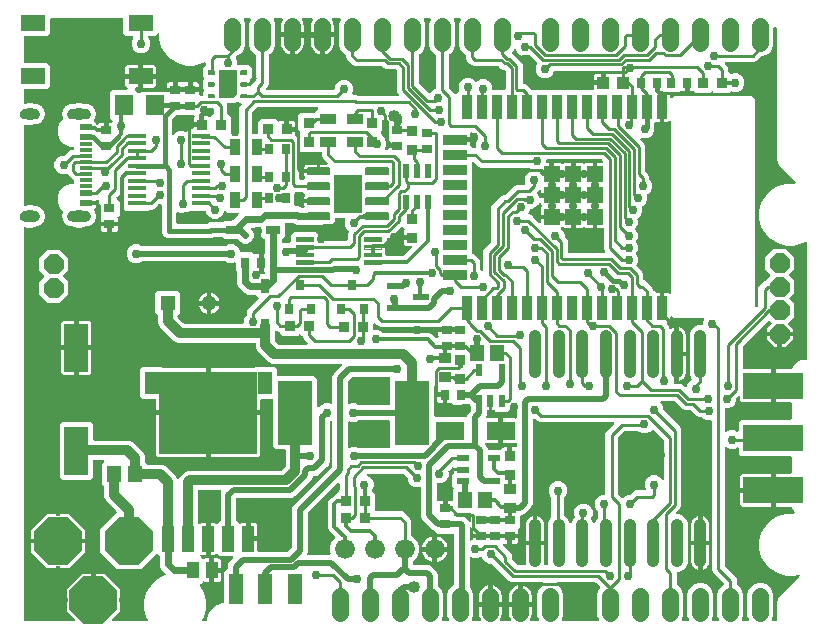
<source format=gbr>
G04 EAGLE Gerber RS-274X export*
G75*
%MOMM*%
%FSLAX34Y34*%
%LPD*%
%INTop Copper*%
%IPPOS*%
%AMOC8*
5,1,8,0,0,1.08239X$1,22.5*%
G01*
%ADD10C,1.422400*%
%ADD11R,1.100000X1.000000*%
%ADD12R,0.900000X2.000000*%
%ADD13R,2.000000X0.900000*%
%ADD14R,1.330000X1.330000*%
%ADD15C,0.708000*%
%ADD16R,0.900000X0.950000*%
%ADD17R,0.650000X0.900000*%
%ADD18R,0.900000X1.400000*%
%ADD19R,0.800000X0.900000*%
%ADD20R,0.800000X0.940000*%
%ADD21R,1.526000X0.435000*%
%ADD22R,0.940000X0.800000*%
%ADD23R,1.140000X0.600000*%
%ADD24R,1.140000X0.300000*%
%ADD25C,1.108000*%
%ADD26R,1.610000X1.820000*%
%ADD27R,2.100000X1.400000*%
%ADD28R,2.900000X5.400000*%
%ADD29R,1.308000X1.308000*%
%ADD30C,1.308000*%
%ADD31R,2.350000X1.550000*%
%ADD32R,1.020000X1.470000*%
%ADD33R,1.150000X1.450000*%
%ADD34R,2.000000X4.100000*%
%ADD35R,1.020000X2.160000*%
%ADD36R,8.330000X6.990000*%
%ADD37R,1.235000X1.910000*%
%ADD38P,4.329560X8X202.500000*%
%ADD39P,4.329560X8X112.500000*%
%ADD40C,1.950000*%
%ADD41R,1.200000X2.500000*%
%ADD42R,0.550000X1.200000*%
%ADD43C,0.100000*%
%ADD44C,0.150000*%
%ADD45R,2.413000X3.302000*%
%ADD46R,0.950000X0.900000*%
%ADD47R,1.400000X0.900000*%
%ADD48R,1.210000X0.730000*%
%ADD49R,1.320800X0.558800*%
%ADD50R,1.320800X0.508000*%
%ADD51P,1.814519X8X112.500000*%
%ADD52P,1.814519X8X292.500000*%
%ADD53R,0.550000X1.050000*%
%ADD54R,1.200000X1.450000*%
%ADD55R,1.000000X0.900000*%
%ADD56R,0.730000X1.210000*%
%ADD57C,1.016000*%
%ADD58R,5.080000X2.286000*%
%ADD59C,1.676400*%
%ADD60R,1.050000X0.550000*%
%ADD61R,0.300000X0.200000*%
%ADD62R,0.500000X1.000000*%
%ADD63C,0.508000*%
%ADD64C,1.016000*%
%ADD65C,0.756400*%
%ADD66C,0.304800*%
%ADD67C,0.254000*%
%ADD68C,0.609600*%
%ADD69C,0.406400*%
%ADD70C,0.812800*%

G36*
X53838Y11435D02*
X53838Y11435D01*
X53867Y11432D01*
X53978Y11455D01*
X54090Y11471D01*
X54117Y11483D01*
X54146Y11488D01*
X54246Y11540D01*
X54350Y11587D01*
X54372Y11606D01*
X54398Y11619D01*
X54480Y11697D01*
X54567Y11770D01*
X54583Y11795D01*
X54604Y11815D01*
X54662Y11913D01*
X54724Y12007D01*
X54733Y12035D01*
X54748Y12060D01*
X54776Y12170D01*
X54810Y12278D01*
X54811Y12308D01*
X54818Y12336D01*
X54815Y12449D01*
X54817Y12562D01*
X54810Y12591D01*
X54809Y12620D01*
X54774Y12728D01*
X54746Y12837D01*
X54731Y12863D01*
X54722Y12891D01*
X54676Y12954D01*
X54600Y13082D01*
X54555Y13125D01*
X54527Y13164D01*
X47817Y19873D01*
X47817Y27179D01*
X47908Y27179D01*
X47966Y27187D01*
X48024Y27185D01*
X48106Y27207D01*
X48190Y27219D01*
X48243Y27243D01*
X48299Y27257D01*
X48372Y27300D01*
X48449Y27335D01*
X48494Y27373D01*
X48544Y27403D01*
X48602Y27464D01*
X48666Y27519D01*
X48698Y27567D01*
X48738Y27610D01*
X48777Y27685D01*
X48824Y27755D01*
X48841Y27811D01*
X48868Y27863D01*
X48879Y27931D01*
X48909Y28026D01*
X48912Y28126D01*
X48923Y28194D01*
X48923Y30226D01*
X48915Y30284D01*
X48917Y30342D01*
X48895Y30424D01*
X48883Y30507D01*
X48860Y30561D01*
X48845Y30617D01*
X48802Y30690D01*
X48767Y30767D01*
X48729Y30812D01*
X48700Y30862D01*
X48638Y30920D01*
X48584Y30984D01*
X48535Y31016D01*
X48492Y31056D01*
X48417Y31095D01*
X48347Y31141D01*
X48291Y31159D01*
X48239Y31186D01*
X48171Y31197D01*
X48076Y31227D01*
X47976Y31230D01*
X47908Y31241D01*
X47817Y31241D01*
X47817Y38547D01*
X61021Y51751D01*
X68327Y51751D01*
X68327Y42526D01*
X68327Y42525D01*
X68327Y42523D01*
X68347Y42384D01*
X68367Y42245D01*
X68367Y42243D01*
X68367Y42242D01*
X68424Y42116D01*
X68483Y41985D01*
X68484Y41984D01*
X68485Y41983D01*
X68576Y41876D01*
X68667Y41768D01*
X68668Y41768D01*
X68669Y41766D01*
X68682Y41758D01*
X68903Y41611D01*
X68932Y41602D01*
X68953Y41588D01*
X69969Y41168D01*
X70054Y41146D01*
X70136Y41115D01*
X70191Y41110D01*
X70245Y41097D01*
X70332Y41099D01*
X70419Y41092D01*
X70467Y41103D01*
X70529Y41105D01*
X70670Y41150D01*
X70747Y41168D01*
X71762Y41588D01*
X71764Y41589D01*
X71765Y41590D01*
X71881Y41658D01*
X72007Y41733D01*
X72008Y41734D01*
X72010Y41735D01*
X72105Y41836D01*
X72202Y41940D01*
X72203Y41941D01*
X72204Y41942D01*
X72266Y42064D01*
X72333Y42192D01*
X72333Y42194D01*
X72334Y42195D01*
X72336Y42210D01*
X72388Y42471D01*
X72385Y42502D01*
X72389Y42526D01*
X72389Y51751D01*
X79695Y51751D01*
X92899Y38547D01*
X92899Y31241D01*
X92808Y31241D01*
X92750Y31233D01*
X92692Y31235D01*
X92610Y31213D01*
X92526Y31201D01*
X92473Y31177D01*
X92417Y31163D01*
X92344Y31120D01*
X92267Y31085D01*
X92222Y31047D01*
X92172Y31017D01*
X92114Y30956D01*
X92050Y30901D01*
X92018Y30853D01*
X91978Y30810D01*
X91939Y30735D01*
X91892Y30665D01*
X91875Y30609D01*
X91848Y30557D01*
X91837Y30489D01*
X91807Y30394D01*
X91804Y30294D01*
X91793Y30226D01*
X91793Y28194D01*
X91801Y28136D01*
X91799Y28078D01*
X91821Y27996D01*
X91833Y27913D01*
X91856Y27859D01*
X91871Y27803D01*
X91914Y27730D01*
X91949Y27653D01*
X91987Y27608D01*
X92016Y27558D01*
X92078Y27500D01*
X92132Y27436D01*
X92181Y27404D01*
X92224Y27364D01*
X92299Y27325D01*
X92369Y27279D01*
X92425Y27261D01*
X92477Y27234D01*
X92545Y27223D01*
X92640Y27193D01*
X92740Y27190D01*
X92808Y27179D01*
X92899Y27179D01*
X92899Y19873D01*
X86189Y13164D01*
X86172Y13140D01*
X86149Y13121D01*
X86086Y13027D01*
X86018Y12937D01*
X86008Y12909D01*
X85992Y12885D01*
X85957Y12777D01*
X85917Y12671D01*
X85915Y12642D01*
X85906Y12614D01*
X85903Y12500D01*
X85894Y12388D01*
X85899Y12359D01*
X85899Y12330D01*
X85927Y12220D01*
X85949Y12109D01*
X85963Y12083D01*
X85970Y12055D01*
X86028Y11957D01*
X86080Y11857D01*
X86101Y11835D01*
X86116Y11810D01*
X86198Y11733D01*
X86276Y11651D01*
X86302Y11636D01*
X86323Y11616D01*
X86424Y11564D01*
X86522Y11507D01*
X86550Y11500D01*
X86576Y11486D01*
X86653Y11473D01*
X86797Y11437D01*
X86860Y11439D01*
X86907Y11431D01*
X115799Y11431D01*
X115838Y11436D01*
X115877Y11434D01*
X115978Y11456D01*
X116080Y11471D01*
X116116Y11487D01*
X116154Y11495D01*
X116245Y11544D01*
X116340Y11587D01*
X116370Y11612D01*
X116404Y11631D01*
X116478Y11704D01*
X116557Y11770D01*
X116578Y11803D01*
X116606Y11830D01*
X116657Y11921D01*
X116714Y12007D01*
X116726Y12044D01*
X116745Y12078D01*
X116769Y12179D01*
X116800Y12278D01*
X116801Y12317D01*
X116810Y12355D01*
X116805Y12459D01*
X116807Y12562D01*
X116798Y12600D01*
X116796Y12639D01*
X116768Y12712D01*
X116736Y12837D01*
X116698Y12901D01*
X116678Y12954D01*
X115322Y15302D01*
X113539Y21956D01*
X113539Y28844D01*
X115322Y35498D01*
X118766Y41463D01*
X123637Y46334D01*
X129602Y49778D01*
X130744Y50084D01*
X130780Y50099D01*
X130818Y50107D01*
X130910Y50154D01*
X131005Y50195D01*
X131036Y50220D01*
X131070Y50238D01*
X131145Y50309D01*
X131226Y50374D01*
X131248Y50407D01*
X131276Y50434D01*
X131329Y50523D01*
X131388Y50608D01*
X131400Y50645D01*
X131420Y50679D01*
X131446Y50779D01*
X131479Y50877D01*
X131481Y50916D01*
X131490Y50954D01*
X131487Y51058D01*
X131492Y51161D01*
X131482Y51199D01*
X131481Y51238D01*
X131449Y51337D01*
X131425Y51438D01*
X131406Y51472D01*
X131394Y51509D01*
X131349Y51572D01*
X131284Y51685D01*
X131231Y51737D01*
X131199Y51782D01*
X127610Y55371D01*
X126527Y57985D01*
X126527Y66174D01*
X126515Y66260D01*
X126512Y66348D01*
X126495Y66400D01*
X126487Y66455D01*
X126452Y66535D01*
X126425Y66618D01*
X126397Y66658D01*
X126371Y66715D01*
X126275Y66828D01*
X126230Y66892D01*
X124836Y68286D01*
X124789Y68321D01*
X124749Y68363D01*
X124676Y68406D01*
X124609Y68456D01*
X124554Y68477D01*
X124504Y68507D01*
X124422Y68528D01*
X124343Y68558D01*
X124285Y68563D01*
X124228Y68577D01*
X124144Y68574D01*
X124060Y68581D01*
X124003Y68570D01*
X123944Y68568D01*
X123864Y68542D01*
X123781Y68525D01*
X123729Y68498D01*
X123674Y68480D01*
X123617Y68440D01*
X123529Y68394D01*
X123456Y68326D01*
X123400Y68286D01*
X110298Y55183D01*
X90362Y55183D01*
X76265Y69280D01*
X76265Y89216D01*
X89929Y102880D01*
X89964Y102926D01*
X90006Y102967D01*
X90049Y103039D01*
X90100Y103107D01*
X90121Y103161D01*
X90150Y103212D01*
X90171Y103294D01*
X90201Y103372D01*
X90206Y103431D01*
X90220Y103487D01*
X90218Y103572D01*
X90225Y103656D01*
X90213Y103713D01*
X90211Y103771D01*
X90185Y103852D01*
X90169Y103934D01*
X90142Y103986D01*
X90124Y104042D01*
X90084Y104098D01*
X90038Y104187D01*
X89969Y104259D01*
X89929Y104315D01*
X80629Y113615D01*
X79391Y116603D01*
X79391Y124850D01*
X79379Y124936D01*
X79376Y125024D01*
X79359Y125076D01*
X79351Y125131D01*
X79316Y125211D01*
X79289Y125294D01*
X79261Y125334D01*
X79235Y125391D01*
X79139Y125504D01*
X79094Y125568D01*
X77705Y126956D01*
X77705Y144824D01*
X79230Y146348D01*
X79247Y146372D01*
X79270Y146391D01*
X79333Y146485D01*
X79401Y146575D01*
X79411Y146603D01*
X79427Y146627D01*
X79462Y146735D01*
X79502Y146841D01*
X79504Y146870D01*
X79513Y146898D01*
X79516Y147012D01*
X79525Y147124D01*
X79520Y147153D01*
X79520Y147182D01*
X79492Y147292D01*
X79470Y147403D01*
X79456Y147429D01*
X79449Y147457D01*
X79391Y147555D01*
X79339Y147655D01*
X79318Y147677D01*
X79303Y147702D01*
X79221Y147779D01*
X79143Y147861D01*
X79117Y147876D01*
X79096Y147896D01*
X78995Y147948D01*
X78897Y148005D01*
X78869Y148012D01*
X78843Y148026D01*
X78766Y148039D01*
X78622Y148075D01*
X78559Y148073D01*
X78512Y148081D01*
X70960Y148081D01*
X70902Y148073D01*
X70844Y148075D01*
X70762Y148053D01*
X70678Y148041D01*
X70625Y148018D01*
X70569Y148003D01*
X70496Y147960D01*
X70419Y147925D01*
X70374Y147887D01*
X70324Y147858D01*
X70266Y147796D01*
X70202Y147742D01*
X70170Y147693D01*
X70130Y147650D01*
X70091Y147575D01*
X70044Y147505D01*
X70027Y147449D01*
X70000Y147397D01*
X69989Y147329D01*
X69959Y147234D01*
X69956Y147134D01*
X69945Y147066D01*
X69945Y133706D01*
X67564Y131325D01*
X44196Y131325D01*
X41815Y133706D01*
X41815Y178074D01*
X44196Y180455D01*
X67564Y180455D01*
X69945Y178074D01*
X69945Y165354D01*
X69953Y165296D01*
X69951Y165238D01*
X69973Y165156D01*
X69985Y165072D01*
X70008Y165019D01*
X70023Y164963D01*
X70066Y164890D01*
X70101Y164813D01*
X70139Y164768D01*
X70168Y164718D01*
X70230Y164660D01*
X70284Y164596D01*
X70333Y164564D01*
X70376Y164524D01*
X70451Y164485D01*
X70521Y164438D01*
X70577Y164421D01*
X70629Y164394D01*
X70697Y164383D01*
X70792Y164353D01*
X70892Y164350D01*
X70960Y164339D01*
X100677Y164339D01*
X103665Y163101D01*
X112411Y154355D01*
X113649Y151367D01*
X113649Y146930D01*
X113661Y146844D01*
X113664Y146756D01*
X113681Y146704D01*
X113689Y146649D01*
X113724Y146569D01*
X113751Y146486D01*
X113779Y146446D01*
X113805Y146389D01*
X113901Y146276D01*
X113946Y146212D01*
X115369Y144789D01*
X115375Y144752D01*
X115398Y144699D01*
X115413Y144643D01*
X115456Y144570D01*
X115491Y144493D01*
X115529Y144448D01*
X115558Y144398D01*
X115620Y144340D01*
X115674Y144276D01*
X115723Y144244D01*
X115766Y144204D01*
X115841Y144165D01*
X115911Y144118D01*
X115967Y144101D01*
X116019Y144074D01*
X116087Y144063D01*
X116182Y144033D01*
X116282Y144030D01*
X116350Y144019D01*
X128617Y144019D01*
X131605Y142781D01*
X140531Y133855D01*
X141243Y132135D01*
X141258Y132110D01*
X141267Y132082D01*
X141330Y131988D01*
X141388Y131890D01*
X141409Y131870D01*
X141426Y131846D01*
X141512Y131773D01*
X141595Y131695D01*
X141621Y131682D01*
X141643Y131663D01*
X141747Y131617D01*
X141847Y131565D01*
X141876Y131559D01*
X141903Y131547D01*
X142015Y131532D01*
X142126Y131510D01*
X142155Y131512D01*
X142185Y131508D01*
X142297Y131525D01*
X142410Y131534D01*
X142437Y131545D01*
X142466Y131549D01*
X142569Y131596D01*
X142675Y131636D01*
X142698Y131654D01*
X142725Y131666D01*
X142811Y131740D01*
X142902Y131808D01*
X142919Y131831D01*
X142941Y131850D01*
X142983Y131917D01*
X143072Y132036D01*
X143094Y132094D01*
X143119Y132135D01*
X143749Y133655D01*
X147795Y137701D01*
X150783Y138939D01*
X229892Y138939D01*
X229979Y138951D01*
X230066Y138954D01*
X230119Y138971D01*
X230174Y138979D01*
X230254Y139014D01*
X230337Y139041D01*
X230376Y139069D01*
X230433Y139095D01*
X230547Y139191D01*
X230610Y139236D01*
X232904Y141530D01*
X232956Y141599D01*
X233016Y141663D01*
X233042Y141713D01*
X233075Y141757D01*
X233106Y141839D01*
X233146Y141917D01*
X233154Y141964D01*
X233176Y142023D01*
X233188Y142170D01*
X233201Y142248D01*
X233201Y155880D01*
X233193Y155938D01*
X233195Y155996D01*
X233173Y156078D01*
X233161Y156162D01*
X233138Y156215D01*
X233123Y156271D01*
X233080Y156344D01*
X233045Y156421D01*
X233007Y156466D01*
X232978Y156516D01*
X232916Y156574D01*
X232862Y156638D01*
X232813Y156670D01*
X232770Y156710D01*
X232695Y156749D01*
X232625Y156796D01*
X232569Y156813D01*
X232517Y156840D01*
X232449Y156851D01*
X232354Y156881D01*
X232254Y156884D01*
X232186Y156895D01*
X225146Y156895D01*
X222765Y159276D01*
X222765Y198650D01*
X222757Y198708D01*
X222759Y198766D01*
X222737Y198848D01*
X222725Y198932D01*
X222702Y198985D01*
X222687Y199041D01*
X222644Y199114D01*
X222609Y199191D01*
X222571Y199236D01*
X222542Y199286D01*
X222480Y199344D01*
X222426Y199408D01*
X222377Y199440D01*
X222334Y199480D01*
X222259Y199519D01*
X222189Y199566D01*
X222133Y199583D01*
X222081Y199610D01*
X222013Y199621D01*
X221918Y199651D01*
X221818Y199654D01*
X221750Y199665D01*
X212846Y199665D01*
X212788Y199657D01*
X212730Y199659D01*
X212648Y199637D01*
X212564Y199625D01*
X212511Y199602D01*
X212455Y199587D01*
X212382Y199544D01*
X212305Y199509D01*
X212260Y199471D01*
X212210Y199442D01*
X212152Y199380D01*
X212088Y199326D01*
X212056Y199277D01*
X212016Y199234D01*
X211977Y199159D01*
X211930Y199089D01*
X211913Y199033D01*
X211886Y198981D01*
X211875Y198913D01*
X211845Y198818D01*
X211842Y198718D01*
X211831Y198650D01*
X211831Y189911D01*
X169671Y189911D01*
X169671Y225371D01*
X205662Y225371D01*
X205748Y225383D01*
X205836Y225386D01*
X205888Y225403D01*
X205943Y225411D01*
X206023Y225446D01*
X206106Y225473D01*
X206146Y225501D01*
X206203Y225527D01*
X206316Y225623D01*
X206380Y225668D01*
X207606Y226895D01*
X223324Y226895D01*
X225705Y224514D01*
X225705Y220040D01*
X225713Y219982D01*
X225711Y219924D01*
X225733Y219842D01*
X225745Y219758D01*
X225768Y219705D01*
X225783Y219649D01*
X225826Y219576D01*
X225861Y219499D01*
X225899Y219454D01*
X225928Y219404D01*
X225990Y219346D01*
X226044Y219282D01*
X226093Y219250D01*
X226136Y219210D01*
X226211Y219171D01*
X226281Y219124D01*
X226337Y219107D01*
X226389Y219080D01*
X226457Y219069D01*
X226552Y219039D01*
X226652Y219036D01*
X226720Y219025D01*
X257514Y219025D01*
X259895Y216644D01*
X259895Y193433D01*
X259899Y193404D01*
X259896Y193374D01*
X259919Y193263D01*
X259935Y193151D01*
X259947Y193124D01*
X259952Y193096D01*
X260005Y192995D01*
X260051Y192892D01*
X260070Y192869D01*
X260083Y192843D01*
X260161Y192761D01*
X260234Y192675D01*
X260259Y192659D01*
X260279Y192637D01*
X260377Y192580D01*
X260471Y192517D01*
X260499Y192508D01*
X260524Y192494D01*
X260634Y192466D01*
X260742Y192431D01*
X260772Y192431D01*
X260800Y192423D01*
X260913Y192427D01*
X261026Y192424D01*
X261055Y192432D01*
X261084Y192432D01*
X261192Y192467D01*
X261301Y192496D01*
X261327Y192511D01*
X261355Y192520D01*
X261418Y192565D01*
X261546Y192641D01*
X261589Y192687D01*
X261628Y192715D01*
X263525Y194612D01*
X266409Y195807D01*
X269531Y195807D01*
X271391Y195036D01*
X271503Y195007D01*
X271612Y194973D01*
X271640Y194972D01*
X271667Y194965D01*
X271781Y194968D01*
X271896Y194965D01*
X271923Y194972D01*
X271951Y194973D01*
X272060Y195008D01*
X272171Y195037D01*
X272195Y195051D01*
X272222Y195060D01*
X272317Y195124D01*
X272416Y195182D01*
X272435Y195203D01*
X272458Y195218D01*
X272532Y195306D01*
X272610Y195390D01*
X272623Y195415D01*
X272641Y195436D01*
X272687Y195541D01*
X272740Y195643D01*
X272744Y195668D01*
X272756Y195696D01*
X272793Y195959D01*
X272795Y195974D01*
X272795Y218484D01*
X273801Y220911D01*
X275801Y222912D01*
X280518Y227628D01*
X280535Y227652D01*
X280558Y227671D01*
X280620Y227765D01*
X280689Y227855D01*
X280699Y227883D01*
X280715Y227907D01*
X280749Y228015D01*
X280790Y228121D01*
X280792Y228150D01*
X280801Y228178D01*
X280804Y228292D01*
X280813Y228404D01*
X280808Y228433D01*
X280808Y228462D01*
X280780Y228572D01*
X280757Y228683D01*
X280744Y228709D01*
X280736Y228737D01*
X280679Y228835D01*
X280626Y228935D01*
X280606Y228957D01*
X280591Y228982D01*
X280509Y229059D01*
X280431Y229141D01*
X280405Y229156D01*
X280384Y229176D01*
X280283Y229228D01*
X280185Y229285D01*
X280157Y229292D01*
X280131Y229306D01*
X280053Y229319D01*
X279910Y229355D01*
X279847Y229353D01*
X279800Y229361D01*
X221903Y229361D01*
X218915Y230599D01*
X216486Y233028D01*
X211438Y238076D01*
X209009Y240505D01*
X207771Y243493D01*
X207771Y246126D01*
X207763Y246184D01*
X207765Y246242D01*
X207743Y246324D01*
X207731Y246408D01*
X207708Y246461D01*
X207693Y246517D01*
X207650Y246590D01*
X207615Y246667D01*
X207577Y246712D01*
X207548Y246762D01*
X207486Y246820D01*
X207432Y246884D01*
X207383Y246916D01*
X207340Y246956D01*
X207265Y246995D01*
X207195Y247042D01*
X207139Y247059D01*
X207087Y247086D01*
X207019Y247097D01*
X206924Y247127D01*
X206824Y247130D01*
X206756Y247141D01*
X141893Y247141D01*
X138905Y248379D01*
X126459Y260825D01*
X125221Y263813D01*
X125221Y269550D01*
X125209Y269636D01*
X125206Y269724D01*
X125189Y269776D01*
X125181Y269831D01*
X125146Y269911D01*
X125119Y269994D01*
X125091Y270034D01*
X125065Y270091D01*
X124969Y270204D01*
X124924Y270268D01*
X122745Y272446D01*
X122745Y288894D01*
X125126Y291275D01*
X141574Y291275D01*
X143955Y288894D01*
X143955Y272446D01*
X141776Y270268D01*
X141724Y270198D01*
X141664Y270134D01*
X141638Y270085D01*
X141605Y270040D01*
X141574Y269959D01*
X141534Y269881D01*
X141526Y269833D01*
X141504Y269775D01*
X141492Y269627D01*
X141479Y269550D01*
X141479Y269218D01*
X141491Y269131D01*
X141494Y269044D01*
X141511Y268991D01*
X141519Y268936D01*
X141554Y268856D01*
X141581Y268773D01*
X141609Y268734D01*
X141635Y268677D01*
X141731Y268563D01*
X141776Y268500D01*
X146580Y263696D01*
X146649Y263644D01*
X146713Y263584D01*
X146763Y263558D01*
X146807Y263525D01*
X146889Y263494D01*
X146967Y263454D01*
X147014Y263446D01*
X147073Y263424D01*
X147220Y263412D01*
X147298Y263399D01*
X196878Y263399D01*
X196936Y263407D01*
X196994Y263405D01*
X197076Y263427D01*
X197160Y263439D01*
X197213Y263462D01*
X197269Y263477D01*
X197342Y263520D01*
X197419Y263555D01*
X197464Y263593D01*
X197514Y263622D01*
X197572Y263684D01*
X197636Y263738D01*
X197668Y263787D01*
X197708Y263830D01*
X197747Y263905D01*
X197794Y263975D01*
X197811Y264031D01*
X197838Y264083D01*
X197849Y264151D01*
X197879Y264246D01*
X197882Y264346D01*
X197893Y264414D01*
X197893Y266201D01*
X199088Y269085D01*
X200108Y270105D01*
X200160Y270175D01*
X200220Y270239D01*
X200246Y270288D01*
X200279Y270332D01*
X200310Y270414D01*
X200350Y270492D01*
X200358Y270539D01*
X200380Y270598D01*
X200392Y270745D01*
X200405Y270823D01*
X200405Y273431D01*
X201217Y275392D01*
X209886Y284060D01*
X209921Y284107D01*
X209963Y284147D01*
X210006Y284220D01*
X210057Y284287D01*
X210077Y284342D01*
X210107Y284392D01*
X210128Y284474D01*
X210158Y284553D01*
X210163Y284611D01*
X210177Y284668D01*
X210174Y284752D01*
X210181Y284836D01*
X210170Y284894D01*
X210168Y284952D01*
X210142Y285032D01*
X210125Y285115D01*
X210099Y285167D01*
X210081Y285223D01*
X210040Y285279D01*
X209994Y285367D01*
X209926Y285440D01*
X209886Y285496D01*
X207988Y287394D01*
X207962Y287438D01*
X207900Y287496D01*
X207846Y287560D01*
X207797Y287592D01*
X207754Y287632D01*
X207679Y287671D01*
X207609Y287718D01*
X207553Y287735D01*
X207501Y287762D01*
X207433Y287773D01*
X207338Y287803D01*
X207238Y287806D01*
X207170Y287817D01*
X201495Y287817D01*
X198881Y288900D01*
X193010Y294771D01*
X191927Y297385D01*
X191927Y307204D01*
X191915Y307290D01*
X191912Y307378D01*
X191895Y307430D01*
X191887Y307485D01*
X191852Y307565D01*
X191825Y307648D01*
X191797Y307688D01*
X191771Y307745D01*
X191675Y307858D01*
X191630Y307922D01*
X190975Y308576D01*
X190975Y314250D01*
X190959Y314364D01*
X190949Y314479D01*
X190939Y314504D01*
X190935Y314532D01*
X190888Y314637D01*
X190847Y314744D01*
X190831Y314766D01*
X190819Y314791D01*
X190745Y314879D01*
X190676Y314971D01*
X190653Y314987D01*
X190636Y315008D01*
X190540Y315072D01*
X190448Y315141D01*
X190422Y315151D01*
X190399Y315166D01*
X190289Y315201D01*
X190182Y315241D01*
X190154Y315243D01*
X190128Y315252D01*
X190013Y315255D01*
X189899Y315264D01*
X189874Y315258D01*
X189844Y315259D01*
X189587Y315192D01*
X189571Y315188D01*
X188473Y314733D01*
X185351Y314733D01*
X182539Y315898D01*
X182509Y315906D01*
X182482Y315920D01*
X182404Y315933D01*
X182264Y315969D01*
X182200Y315967D01*
X182151Y315975D01*
X111441Y315975D01*
X111411Y315971D01*
X111380Y315973D01*
X111303Y315956D01*
X111160Y315935D01*
X111101Y315909D01*
X111053Y315898D01*
X108241Y314733D01*
X105119Y314733D01*
X102235Y315928D01*
X100028Y318135D01*
X98833Y321019D01*
X98833Y324141D01*
X100028Y327025D01*
X102235Y329232D01*
X105119Y330427D01*
X108241Y330427D01*
X111053Y329262D01*
X111083Y329254D01*
X111110Y329240D01*
X111188Y329227D01*
X111328Y329191D01*
X111392Y329193D01*
X111441Y329185D01*
X182151Y329185D01*
X182181Y329189D01*
X182212Y329187D01*
X182289Y329204D01*
X182432Y329225D01*
X182474Y329243D01*
X182479Y329244D01*
X182498Y329253D01*
X182539Y329262D01*
X185351Y330427D01*
X188473Y330427D01*
X191357Y329232D01*
X193564Y327025D01*
X194671Y324351D01*
X194672Y324350D01*
X194673Y324349D01*
X194744Y324228D01*
X194816Y324107D01*
X194817Y324106D01*
X194818Y324104D01*
X194922Y324007D01*
X195023Y323911D01*
X195024Y323911D01*
X195025Y323910D01*
X195151Y323845D01*
X195275Y323781D01*
X195277Y323781D01*
X195278Y323780D01*
X195293Y323778D01*
X195554Y323726D01*
X195585Y323729D01*
X195609Y323725D01*
X204724Y323725D01*
X206250Y322198D01*
X206305Y322157D01*
X206352Y322109D01*
X206418Y322072D01*
X206477Y322027D01*
X206541Y322003D01*
X206600Y321970D01*
X206673Y321953D01*
X206743Y321926D01*
X206811Y321921D01*
X206877Y321905D01*
X206952Y321909D01*
X207026Y321903D01*
X207093Y321916D01*
X207161Y321920D01*
X207220Y321941D01*
X207305Y321959D01*
X207406Y322011D01*
X207428Y322019D01*
X208106Y322201D01*
X210441Y322201D01*
X210441Y315944D01*
X210448Y315896D01*
X210447Y315889D01*
X210449Y315884D01*
X210447Y315828D01*
X210469Y315746D01*
X210481Y315663D01*
X210504Y315609D01*
X210519Y315553D01*
X210562Y315480D01*
X210597Y315403D01*
X210635Y315359D01*
X210664Y315308D01*
X210726Y315251D01*
X210780Y315186D01*
X210829Y315154D01*
X210872Y315114D01*
X210947Y315075D01*
X211017Y315029D01*
X211073Y315011D01*
X211125Y314984D01*
X211193Y314973D01*
X211235Y314960D01*
X211174Y314951D01*
X211121Y314927D01*
X211065Y314913D01*
X210992Y314869D01*
X210915Y314835D01*
X210870Y314797D01*
X210820Y314767D01*
X210762Y314706D01*
X210698Y314651D01*
X210666Y314603D01*
X210626Y314560D01*
X210587Y314485D01*
X210540Y314415D01*
X210523Y314359D01*
X210496Y314307D01*
X210485Y314239D01*
X210455Y314144D01*
X210452Y314044D01*
X210441Y313976D01*
X210441Y307719D01*
X208106Y307719D01*
X207431Y307900D01*
X207382Y307906D01*
X207336Y307921D01*
X207242Y307923D01*
X207149Y307934D01*
X207100Y307927D01*
X207052Y307928D01*
X206961Y307904D01*
X206868Y307889D01*
X206824Y307868D01*
X206777Y307856D01*
X206696Y307808D01*
X206611Y307768D01*
X206574Y307736D01*
X206532Y307711D01*
X206468Y307642D01*
X206397Y307580D01*
X206371Y307539D01*
X206338Y307504D01*
X206295Y307420D01*
X206244Y307341D01*
X206230Y307294D01*
X206208Y307250D01*
X206196Y307177D01*
X206164Y307068D01*
X206163Y306981D01*
X206153Y306919D01*
X206153Y303058D01*
X206157Y303030D01*
X206156Y303026D01*
X206159Y303012D01*
X206161Y303000D01*
X206159Y302942D01*
X206181Y302860D01*
X206193Y302776D01*
X206216Y302723D01*
X206231Y302667D01*
X206274Y302594D01*
X206309Y302517D01*
X206347Y302472D01*
X206376Y302422D01*
X206438Y302364D01*
X206492Y302300D01*
X206541Y302268D01*
X206584Y302228D01*
X206659Y302189D01*
X206729Y302142D01*
X206785Y302125D01*
X206837Y302098D01*
X206905Y302087D01*
X207000Y302057D01*
X207100Y302054D01*
X207168Y302043D01*
X207170Y302043D01*
X207228Y302051D01*
X207284Y302049D01*
X207285Y302049D01*
X207286Y302049D01*
X207368Y302071D01*
X207452Y302083D01*
X207505Y302106D01*
X207561Y302121D01*
X207634Y302164D01*
X207711Y302199D01*
X207756Y302237D01*
X207806Y302266D01*
X207864Y302328D01*
X207928Y302382D01*
X207960Y302431D01*
X208000Y302474D01*
X208006Y302484D01*
X210566Y305045D01*
X214412Y305045D01*
X214470Y305053D01*
X214528Y305051D01*
X214610Y305073D01*
X214694Y305085D01*
X214747Y305108D01*
X214803Y305123D01*
X214876Y305166D01*
X214953Y305201D01*
X214998Y305239D01*
X215048Y305268D01*
X215106Y305330D01*
X215170Y305384D01*
X215202Y305433D01*
X215242Y305476D01*
X215281Y305551D01*
X215328Y305621D01*
X215345Y305677D01*
X215372Y305729D01*
X215383Y305797D01*
X215413Y305892D01*
X215416Y305992D01*
X215427Y306060D01*
X215427Y306704D01*
X215419Y306762D01*
X215421Y306820D01*
X215399Y306902D01*
X215387Y306986D01*
X215364Y307039D01*
X215349Y307095D01*
X215306Y307168D01*
X215271Y307245D01*
X215233Y307290D01*
X215204Y307340D01*
X215142Y307398D01*
X215088Y307462D01*
X215039Y307494D01*
X214996Y307534D01*
X214921Y307573D01*
X214851Y307620D01*
X214795Y307637D01*
X214743Y307664D01*
X214675Y307675D01*
X214580Y307705D01*
X214480Y307708D01*
X214439Y307715D01*
X214439Y313976D01*
X214431Y314034D01*
X214432Y314077D01*
X214433Y314092D01*
X214411Y314174D01*
X214399Y314257D01*
X214376Y314311D01*
X214361Y314367D01*
X214318Y314440D01*
X214283Y314517D01*
X214245Y314561D01*
X214216Y314612D01*
X214154Y314669D01*
X214100Y314734D01*
X214051Y314766D01*
X214008Y314806D01*
X213933Y314845D01*
X213863Y314891D01*
X213807Y314909D01*
X213755Y314936D01*
X213687Y314947D01*
X213645Y314960D01*
X213706Y314969D01*
X213759Y314993D01*
X213815Y315007D01*
X213888Y315051D01*
X213965Y315085D01*
X214010Y315123D01*
X214060Y315153D01*
X214118Y315214D01*
X214182Y315269D01*
X214214Y315317D01*
X214254Y315360D01*
X214293Y315435D01*
X214340Y315505D01*
X214357Y315561D01*
X214384Y315613D01*
X214395Y315681D01*
X214425Y315776D01*
X214428Y315876D01*
X214439Y315944D01*
X214439Y322205D01*
X214470Y322209D01*
X214528Y322207D01*
X214610Y322229D01*
X214694Y322241D01*
X214747Y322264D01*
X214803Y322279D01*
X214876Y322322D01*
X214953Y322357D01*
X214998Y322395D01*
X215048Y322424D01*
X215106Y322486D01*
X215170Y322540D01*
X215202Y322589D01*
X215242Y322632D01*
X215281Y322707D01*
X215328Y322777D01*
X215345Y322833D01*
X215372Y322885D01*
X215383Y322953D01*
X215413Y323048D01*
X215416Y323148D01*
X215427Y323216D01*
X215427Y334170D01*
X215419Y334228D01*
X215421Y334286D01*
X215399Y334368D01*
X215387Y334452D01*
X215364Y334505D01*
X215349Y334561D01*
X215306Y334634D01*
X215271Y334711D01*
X215233Y334756D01*
X215204Y334806D01*
X215142Y334864D01*
X215088Y334928D01*
X215039Y334960D01*
X214996Y335000D01*
X214986Y335006D01*
X212425Y337566D01*
X212425Y343662D01*
X212417Y343720D01*
X212419Y343778D01*
X212397Y343860D01*
X212385Y343944D01*
X212362Y343997D01*
X212347Y344053D01*
X212304Y344126D01*
X212269Y344203D01*
X212231Y344248D01*
X212202Y344298D01*
X212140Y344356D01*
X212086Y344420D01*
X212037Y344452D01*
X211994Y344492D01*
X211919Y344531D01*
X211849Y344578D01*
X211793Y344595D01*
X211741Y344622D01*
X211673Y344633D01*
X211578Y344663D01*
X211478Y344666D01*
X211410Y344677D01*
X205043Y344677D01*
X205014Y344673D01*
X204984Y344676D01*
X204873Y344653D01*
X204761Y344637D01*
X204734Y344625D01*
X204706Y344620D01*
X204605Y344567D01*
X204502Y344521D01*
X204479Y344502D01*
X204453Y344489D01*
X204371Y344411D01*
X204285Y344338D01*
X204269Y344313D01*
X204247Y344293D01*
X204190Y344195D01*
X204127Y344101D01*
X204118Y344073D01*
X204103Y344048D01*
X204076Y343938D01*
X204041Y343830D01*
X204041Y343800D01*
X204033Y343772D01*
X204037Y343659D01*
X204034Y343546D01*
X204042Y343517D01*
X204042Y343488D01*
X204077Y343380D01*
X204106Y343271D01*
X204121Y343245D01*
X204130Y343217D01*
X204176Y343153D01*
X204251Y343026D01*
X204297Y342983D01*
X204325Y342944D01*
X205070Y342199D01*
X206153Y339585D01*
X206153Y336755D01*
X205070Y334141D01*
X203069Y332140D01*
X200455Y331057D01*
X197625Y331057D01*
X195011Y332140D01*
X192263Y334888D01*
X192193Y334940D01*
X192129Y335000D01*
X192080Y335026D01*
X192036Y335059D01*
X191954Y335090D01*
X191876Y335130D01*
X191829Y335138D01*
X191770Y335160D01*
X191623Y335172D01*
X191545Y335185D01*
X181206Y335185D01*
X179886Y336506D01*
X179816Y336558D01*
X179752Y336618D01*
X179703Y336644D01*
X179659Y336677D01*
X179577Y336708D01*
X179499Y336748D01*
X179451Y336756D01*
X179393Y336778D01*
X179245Y336790D01*
X179168Y336803D01*
X173126Y336803D01*
X173039Y336791D01*
X172952Y336788D01*
X172899Y336771D01*
X172844Y336763D01*
X172765Y336728D01*
X172681Y336701D01*
X172642Y336673D01*
X172585Y336647D01*
X172472Y336551D01*
X172408Y336506D01*
X172364Y336461D01*
X170123Y335533D01*
X133407Y335533D01*
X131166Y336461D01*
X129451Y338176D01*
X128523Y340417D01*
X128523Y363304D01*
X128515Y363362D01*
X128517Y363420D01*
X128495Y363502D01*
X128483Y363586D01*
X128460Y363639D01*
X128445Y363695D01*
X128402Y363768D01*
X128367Y363845D01*
X128329Y363890D01*
X128300Y363940D01*
X128238Y363998D01*
X128184Y364062D01*
X128135Y364094D01*
X128092Y364134D01*
X128017Y364173D01*
X127947Y364220D01*
X127891Y364237D01*
X127839Y364264D01*
X127771Y364275D01*
X127676Y364305D01*
X127576Y364308D01*
X127508Y364319D01*
X125904Y364319D01*
X125818Y364307D01*
X125730Y364304D01*
X125678Y364287D01*
X125623Y364279D01*
X125543Y364244D01*
X125460Y364217D01*
X125420Y364189D01*
X125363Y364163D01*
X125250Y364067D01*
X125186Y364022D01*
X121762Y360597D01*
X119801Y359785D01*
X118139Y359785D01*
X118053Y359773D01*
X117965Y359770D01*
X117913Y359753D01*
X117858Y359745D01*
X117778Y359710D01*
X117695Y359683D01*
X117655Y359655D01*
X117598Y359629D01*
X117485Y359533D01*
X117421Y359488D01*
X116814Y358880D01*
X98186Y358880D01*
X95805Y361261D01*
X95805Y374712D01*
X95793Y374797D01*
X95791Y374883D01*
X95773Y374937D01*
X95765Y374993D01*
X95730Y375072D01*
X95704Y375153D01*
X95672Y375201D01*
X95649Y375253D01*
X95594Y375318D01*
X95546Y375390D01*
X95502Y375426D01*
X95466Y375470D01*
X95394Y375517D01*
X95328Y375573D01*
X95276Y375596D01*
X95229Y375627D01*
X95147Y375653D01*
X95068Y375688D01*
X95012Y375696D01*
X94958Y375713D01*
X94872Y375715D01*
X94787Y375727D01*
X94731Y375719D01*
X94674Y375720D01*
X94591Y375699D01*
X94505Y375686D01*
X94454Y375663D01*
X94399Y375648D01*
X94325Y375605D01*
X94246Y375569D01*
X94203Y375532D01*
X94154Y375503D01*
X94095Y375441D01*
X94030Y375385D01*
X94004Y375343D01*
X93960Y375296D01*
X93894Y375167D01*
X93852Y375100D01*
X93423Y374063D01*
X90047Y370688D01*
X90012Y370641D01*
X89969Y370601D01*
X89926Y370528D01*
X89876Y370460D01*
X89855Y370406D01*
X89825Y370355D01*
X89805Y370274D01*
X89775Y370195D01*
X89770Y370136D01*
X89755Y370080D01*
X89758Y369995D01*
X89751Y369911D01*
X89763Y369854D01*
X89764Y369796D01*
X89790Y369715D01*
X89807Y369633D01*
X89834Y369581D01*
X89852Y369525D01*
X89892Y369469D01*
X89938Y369380D01*
X90007Y369308D01*
X90047Y369252D01*
X92585Y366714D01*
X92585Y355346D01*
X91058Y353820D01*
X91017Y353765D01*
X90969Y353718D01*
X90932Y353652D01*
X90887Y353593D01*
X90863Y353529D01*
X90830Y353470D01*
X90813Y353397D01*
X90786Y353327D01*
X90781Y353259D01*
X90765Y353193D01*
X90769Y353118D01*
X90763Y353044D01*
X90776Y352977D01*
X90780Y352909D01*
X90801Y352850D01*
X90819Y352765D01*
X90871Y352664D01*
X90879Y352642D01*
X91061Y351964D01*
X91061Y349629D01*
X84804Y349629D01*
X84746Y349621D01*
X84688Y349623D01*
X84606Y349601D01*
X84523Y349589D01*
X84469Y349566D01*
X84413Y349551D01*
X84340Y349508D01*
X84263Y349473D01*
X84219Y349435D01*
X84168Y349406D01*
X84111Y349344D01*
X84046Y349290D01*
X84014Y349241D01*
X83974Y349198D01*
X83935Y349123D01*
X83889Y349053D01*
X83871Y348997D01*
X83844Y348945D01*
X83833Y348877D01*
X83820Y348835D01*
X83811Y348896D01*
X83787Y348949D01*
X83773Y349005D01*
X83729Y349078D01*
X83695Y349155D01*
X83657Y349200D01*
X83627Y349250D01*
X83566Y349308D01*
X83511Y349372D01*
X83463Y349404D01*
X83420Y349444D01*
X83345Y349483D01*
X83275Y349530D01*
X83219Y349547D01*
X83167Y349574D01*
X83099Y349585D01*
X83004Y349615D01*
X82904Y349618D01*
X82836Y349629D01*
X76579Y349629D01*
X76579Y351964D01*
X76758Y352632D01*
X76769Y352658D01*
X76803Y352716D01*
X76821Y352789D01*
X76849Y352858D01*
X76856Y352926D01*
X76873Y352992D01*
X76871Y353067D01*
X76878Y353141D01*
X76866Y353208D01*
X76864Y353276D01*
X76841Y353347D01*
X76828Y353421D01*
X76798Y353482D01*
X76777Y353547D01*
X76740Y353598D01*
X76702Y353675D01*
X76625Y353760D01*
X76582Y353820D01*
X75055Y355346D01*
X75055Y366732D01*
X75094Y366773D01*
X75120Y366824D01*
X75155Y366869D01*
X75185Y366949D01*
X75225Y367026D01*
X75236Y367082D01*
X75256Y367135D01*
X75263Y367220D01*
X75280Y367305D01*
X75275Y367361D01*
X75279Y367418D01*
X75262Y367503D01*
X75255Y367588D01*
X75235Y367641D01*
X75224Y367697D01*
X75184Y367773D01*
X75153Y367853D01*
X75119Y367899D01*
X75093Y367949D01*
X75033Y368012D01*
X74981Y368080D01*
X74936Y368114D01*
X74897Y368155D01*
X74823Y368199D01*
X74754Y368250D01*
X74700Y368270D01*
X74651Y368299D01*
X74568Y368320D01*
X74488Y368351D01*
X74431Y368355D01*
X74376Y368369D01*
X74290Y368366D01*
X74204Y368373D01*
X74156Y368362D01*
X74092Y368360D01*
X73954Y368316D01*
X73877Y368298D01*
X73581Y368175D01*
X73544Y368175D01*
X73458Y368163D01*
X73370Y368160D01*
X73317Y368143D01*
X73263Y368135D01*
X73183Y368100D01*
X73100Y368073D01*
X73060Y368045D01*
X73003Y368019D01*
X72890Y367923D01*
X72826Y367878D01*
X72548Y367600D01*
X72495Y367530D01*
X72436Y367466D01*
X72410Y367417D01*
X72377Y367372D01*
X72346Y367291D01*
X72306Y367213D01*
X72298Y367165D01*
X72276Y367107D01*
X72267Y366996D01*
X72204Y366994D01*
X72152Y366977D01*
X72097Y366969D01*
X72017Y366934D01*
X71934Y366907D01*
X71894Y366879D01*
X71837Y366853D01*
X71724Y366757D01*
X71660Y366712D01*
X71394Y366445D01*
X67337Y366445D01*
X67335Y366445D01*
X67334Y366445D01*
X67192Y366425D01*
X67055Y366405D01*
X67054Y366405D01*
X67052Y366405D01*
X66921Y366345D01*
X66796Y366289D01*
X66795Y366288D01*
X66793Y366288D01*
X66681Y366192D01*
X66579Y366106D01*
X66578Y366104D01*
X66577Y366103D01*
X66569Y366091D01*
X66421Y365869D01*
X66412Y365840D01*
X66399Y365819D01*
X66231Y365415D01*
X66203Y365303D01*
X66168Y365194D01*
X66167Y365166D01*
X66160Y365139D01*
X66164Y365024D01*
X66161Y364910D01*
X66168Y364883D01*
X66169Y364855D01*
X66204Y364745D01*
X66233Y364635D01*
X66247Y364611D01*
X66255Y364584D01*
X66319Y364489D01*
X66378Y364390D01*
X66398Y364371D01*
X66414Y364348D01*
X66501Y364274D01*
X66585Y364196D01*
X66610Y364183D01*
X66631Y364165D01*
X66736Y364119D01*
X66838Y364066D01*
X66863Y364062D01*
X66891Y364050D01*
X67155Y364013D01*
X67169Y364011D01*
X72251Y364011D01*
X72251Y362176D01*
X72078Y361529D01*
X71743Y360950D01*
X71248Y360455D01*
X71179Y360363D01*
X71104Y360274D01*
X71093Y360249D01*
X71077Y360228D01*
X71036Y360120D01*
X70989Y360014D01*
X70986Y359987D01*
X70976Y359962D01*
X70966Y359847D01*
X70951Y359733D01*
X70955Y359709D01*
X70952Y359679D01*
X71006Y359411D01*
X71008Y359402D01*
X71091Y359165D01*
X71118Y359112D01*
X71136Y359055D01*
X71176Y358999D01*
X71221Y358912D01*
X71291Y358839D01*
X71331Y358782D01*
X71343Y358770D01*
X71343Y358616D01*
X71343Y358614D01*
X71343Y358612D01*
X71347Y358591D01*
X71351Y358563D01*
X71350Y358530D01*
X71362Y358484D01*
X71383Y358335D01*
X71396Y358306D01*
X71400Y358281D01*
X71457Y358117D01*
X71526Y357985D01*
X71556Y357912D01*
X71648Y357765D01*
X71650Y357763D01*
X71651Y357761D01*
X71665Y357746D01*
X71832Y357548D01*
X71858Y357531D01*
X71875Y357512D01*
X71995Y357416D01*
X71997Y357399D01*
X72012Y357342D01*
X72017Y357282D01*
X72044Y357219D01*
X72068Y357124D01*
X72120Y357037D01*
X72146Y356973D01*
X72155Y356958D01*
X72121Y356809D01*
X72121Y356806D01*
X72120Y356804D01*
X72119Y356791D01*
X72117Y356784D01*
X72116Y356752D01*
X72097Y356525D01*
X72103Y356495D01*
X72102Y356469D01*
X72121Y356296D01*
X72159Y356152D01*
X72172Y356075D01*
X72229Y355911D01*
X72230Y355909D01*
X72231Y355907D01*
X72241Y355889D01*
X72360Y355658D01*
X72381Y355636D01*
X72394Y355613D01*
X72490Y355493D01*
X72488Y355476D01*
X72489Y355417D01*
X72481Y355358D01*
X72493Y355291D01*
X72496Y355192D01*
X72527Y355096D01*
X72538Y355028D01*
X72544Y355012D01*
X72477Y354873D01*
X72476Y354871D01*
X72475Y354869D01*
X72470Y354850D01*
X72391Y354602D01*
X72390Y354571D01*
X72383Y354546D01*
X72364Y354374D01*
X72368Y354224D01*
X72364Y354146D01*
X72383Y353974D01*
X72384Y353972D01*
X72384Y353969D01*
X72389Y353950D01*
X72454Y353699D01*
X72470Y353672D01*
X72477Y353647D01*
X72544Y353508D01*
X72538Y353492D01*
X72527Y353434D01*
X72506Y353379D01*
X72502Y353310D01*
X72483Y353214D01*
X72492Y353113D01*
X72488Y353044D01*
X72490Y353027D01*
X72394Y352907D01*
X72393Y352905D01*
X72391Y352903D01*
X72382Y352886D01*
X72249Y352662D01*
X72242Y352632D01*
X72229Y352609D01*
X72172Y352445D01*
X72143Y352299D01*
X72121Y352224D01*
X72102Y352051D01*
X72102Y352049D01*
X72101Y352047D01*
X72103Y352026D01*
X72110Y351767D01*
X72119Y351737D01*
X72121Y351711D01*
X72155Y351562D01*
X72146Y351547D01*
X72122Y351493D01*
X72089Y351444D01*
X72071Y351378D01*
X72030Y351288D01*
X72016Y351188D01*
X71997Y351121D01*
X71995Y351104D01*
X71875Y351008D01*
X71873Y351007D01*
X71871Y351006D01*
X71858Y350990D01*
X71680Y350802D01*
X71665Y350774D01*
X71648Y350755D01*
X71556Y350608D01*
X71495Y350472D01*
X71457Y350403D01*
X71400Y350239D01*
X71400Y350237D01*
X71398Y350235D01*
X71395Y350215D01*
X71345Y349960D01*
X71347Y349929D01*
X71343Y349904D01*
X71343Y349750D01*
X71331Y349738D01*
X71295Y349691D01*
X71252Y349650D01*
X71220Y349590D01*
X71160Y349511D01*
X71124Y349416D01*
X71091Y349355D01*
X71085Y349340D01*
X70947Y349273D01*
X70945Y349272D01*
X70943Y349271D01*
X70926Y349259D01*
X70710Y349115D01*
X70690Y349091D01*
X70669Y349076D01*
X70547Y348954D01*
X70457Y348834D01*
X70405Y348776D01*
X70312Y348629D01*
X70312Y348627D01*
X70310Y348625D01*
X70302Y348605D01*
X70196Y348369D01*
X70192Y348338D01*
X70182Y348314D01*
X70148Y348164D01*
X70134Y348156D01*
X70089Y348117D01*
X70038Y348087D01*
X69992Y348036D01*
X69917Y347972D01*
X69861Y347888D01*
X69814Y347836D01*
X69806Y347822D01*
X69656Y347788D01*
X69653Y347787D01*
X69651Y347787D01*
X69632Y347779D01*
X69390Y347686D01*
X69365Y347667D01*
X69341Y347658D01*
X69194Y347565D01*
X69080Y347469D01*
X69016Y347423D01*
X68894Y347301D01*
X68892Y347299D01*
X68891Y347297D01*
X68879Y347281D01*
X68723Y347073D01*
X68712Y347044D01*
X68697Y347023D01*
X68639Y346902D01*
X68638Y346902D01*
X68630Y346885D01*
X68615Y346879D01*
X68562Y346852D01*
X68505Y346834D01*
X68449Y346794D01*
X68362Y346749D01*
X68289Y346679D01*
X68232Y346639D01*
X68220Y346627D01*
X68066Y346627D01*
X68064Y346627D01*
X68062Y346627D01*
X68041Y346623D01*
X67785Y346587D01*
X67756Y346574D01*
X67731Y346570D01*
X67567Y346513D01*
X67435Y346444D01*
X67362Y346414D01*
X67215Y346322D01*
X67213Y346320D01*
X67211Y346319D01*
X67196Y346305D01*
X66998Y346138D01*
X66991Y346127D01*
X66986Y346123D01*
X66976Y346108D01*
X66962Y346095D01*
X66866Y345975D01*
X66849Y345973D01*
X66792Y345958D01*
X66732Y345953D01*
X66669Y345926D01*
X66574Y345902D01*
X66487Y345850D01*
X66423Y345824D01*
X66408Y345815D01*
X66284Y345843D01*
X66225Y345848D01*
X66168Y345863D01*
X66085Y345860D01*
X66001Y345867D01*
X65943Y345855D01*
X65884Y345854D01*
X65804Y345828D01*
X65722Y345811D01*
X65670Y345784D01*
X65614Y345766D01*
X65558Y345726D01*
X65470Y345681D01*
X65432Y345645D01*
X65261Y345645D01*
X65258Y345645D01*
X65256Y345645D01*
X65236Y345642D01*
X64979Y345605D01*
X64951Y345593D01*
X64925Y345588D01*
X64462Y345426D01*
X64258Y345524D01*
X64147Y345560D01*
X64039Y345600D01*
X64015Y345602D01*
X63987Y345611D01*
X63708Y345618D01*
X63703Y345619D01*
X63703Y345618D01*
X63702Y345618D01*
X62119Y345440D01*
X62032Y345418D01*
X61965Y345408D01*
X61924Y345390D01*
X61846Y345370D01*
X61844Y345369D01*
X60120Y344655D01*
X56300Y344655D01*
X54576Y345369D01*
X54524Y345383D01*
X54504Y345392D01*
X54450Y345402D01*
X54304Y345439D01*
X54301Y345440D01*
X52717Y345619D01*
X52601Y345615D01*
X52485Y345618D01*
X52462Y345611D01*
X52432Y345610D01*
X52167Y345526D01*
X52162Y345524D01*
X51958Y345426D01*
X51495Y345588D01*
X51492Y345589D01*
X51490Y345590D01*
X51470Y345593D01*
X51216Y345644D01*
X51185Y345641D01*
X51159Y345645D01*
X50996Y345645D01*
X50992Y345649D01*
X50920Y345692D01*
X50852Y345742D01*
X50797Y345763D01*
X50746Y345793D01*
X50665Y345814D01*
X50587Y345843D01*
X50528Y345848D01*
X50471Y345863D01*
X50402Y345859D01*
X50304Y345867D01*
X50205Y345847D01*
X50136Y345843D01*
X50012Y345815D01*
X49997Y345824D01*
X49943Y345848D01*
X49894Y345881D01*
X49828Y345899D01*
X49738Y345940D01*
X49638Y345954D01*
X49571Y345973D01*
X49554Y345975D01*
X49458Y346095D01*
X49457Y346097D01*
X49456Y346099D01*
X49440Y346112D01*
X49252Y346290D01*
X49224Y346305D01*
X49205Y346322D01*
X49058Y346414D01*
X48922Y346475D01*
X48853Y346513D01*
X48689Y346570D01*
X48687Y346570D01*
X48685Y346572D01*
X48665Y346575D01*
X48410Y346625D01*
X48379Y346623D01*
X48354Y346627D01*
X48200Y346627D01*
X48188Y346639D01*
X48141Y346675D01*
X48100Y346718D01*
X48040Y346750D01*
X47961Y346810D01*
X47866Y346846D01*
X47805Y346879D01*
X47790Y346885D01*
X47723Y347023D01*
X47722Y347025D01*
X47721Y347027D01*
X47709Y347044D01*
X47565Y347260D01*
X47541Y347280D01*
X47526Y347301D01*
X47403Y347423D01*
X47284Y347513D01*
X47226Y347565D01*
X47079Y347658D01*
X47077Y347658D01*
X47075Y347660D01*
X47055Y347668D01*
X46819Y347774D01*
X46788Y347778D01*
X46764Y347788D01*
X46614Y347822D01*
X46606Y347836D01*
X46567Y347881D01*
X46537Y347932D01*
X46486Y347978D01*
X46422Y348053D01*
X46338Y348109D01*
X46286Y348156D01*
X46272Y348164D01*
X46238Y348314D01*
X46237Y348317D01*
X46237Y348319D01*
X46229Y348338D01*
X46136Y348580D01*
X46117Y348605D01*
X46108Y348629D01*
X46015Y348776D01*
X45919Y348890D01*
X45873Y348954D01*
X45751Y349076D01*
X45749Y349078D01*
X45747Y349079D01*
X45731Y349091D01*
X45523Y349247D01*
X45494Y349258D01*
X45473Y349273D01*
X45335Y349340D01*
X45329Y349355D01*
X45302Y349408D01*
X45284Y349465D01*
X45244Y349521D01*
X45199Y349608D01*
X45129Y349681D01*
X45089Y349738D01*
X45077Y349750D01*
X45077Y349904D01*
X45077Y349906D01*
X45077Y349908D01*
X45073Y349929D01*
X45037Y350185D01*
X45024Y350214D01*
X45020Y350239D01*
X44963Y350403D01*
X44894Y350535D01*
X44864Y350608D01*
X44772Y350755D01*
X44770Y350757D01*
X44769Y350759D01*
X44755Y350774D01*
X44588Y350972D01*
X44562Y350989D01*
X44545Y351008D01*
X44425Y351104D01*
X44423Y351121D01*
X44408Y351178D01*
X44403Y351238D01*
X44376Y351301D01*
X44352Y351396D01*
X44300Y351483D01*
X44274Y351547D01*
X44265Y351562D01*
X44299Y351711D01*
X44299Y351714D01*
X44300Y351716D01*
X44301Y351737D01*
X44323Y351995D01*
X44317Y352025D01*
X44318Y352051D01*
X44299Y352224D01*
X44261Y352368D01*
X44248Y352445D01*
X44191Y352609D01*
X44190Y352611D01*
X44189Y352613D01*
X44179Y352632D01*
X44060Y352862D01*
X44039Y352884D01*
X44026Y352907D01*
X43930Y353027D01*
X43932Y353043D01*
X43931Y353103D01*
X43939Y353162D01*
X43927Y353229D01*
X43924Y353328D01*
X43893Y353424D01*
X43882Y353493D01*
X43876Y353508D01*
X43943Y353647D01*
X43944Y353649D01*
X43945Y353651D01*
X43950Y353670D01*
X44029Y353918D01*
X44030Y353949D01*
X44037Y353974D01*
X44056Y354146D01*
X44052Y354296D01*
X44056Y354374D01*
X44037Y354546D01*
X44036Y354548D01*
X44037Y354551D01*
X44031Y354571D01*
X43966Y354821D01*
X43950Y354848D01*
X43943Y354873D01*
X43876Y355012D01*
X43882Y355027D01*
X43893Y355086D01*
X43914Y355141D01*
X43918Y355210D01*
X43937Y355306D01*
X43928Y355407D01*
X43932Y355477D01*
X43930Y355493D01*
X44026Y355613D01*
X44027Y355615D01*
X44029Y355617D01*
X44038Y355634D01*
X44171Y355858D01*
X44178Y355888D01*
X44191Y355911D01*
X44248Y356075D01*
X44277Y356221D01*
X44299Y356296D01*
X44318Y356469D01*
X44318Y356471D01*
X44319Y356473D01*
X44317Y356494D01*
X44310Y356753D01*
X44301Y356783D01*
X44299Y356809D01*
X44265Y356958D01*
X44274Y356973D01*
X44298Y357027D01*
X44331Y357076D01*
X44349Y357142D01*
X44390Y357232D01*
X44404Y357332D01*
X44423Y357399D01*
X44427Y357437D01*
X44432Y357442D01*
X44515Y357521D01*
X44529Y357545D01*
X44548Y357565D01*
X44601Y357667D01*
X44659Y357767D01*
X44666Y357793D01*
X44679Y357818D01*
X44701Y357931D01*
X44729Y358042D01*
X44728Y358070D01*
X44734Y358097D01*
X44724Y358211D01*
X44720Y358326D01*
X44712Y358352D01*
X44709Y358380D01*
X44668Y358487D01*
X44633Y358597D01*
X44618Y358617D01*
X44607Y358645D01*
X44445Y358860D01*
X44438Y358870D01*
X42153Y361155D01*
X40149Y365992D01*
X40149Y371228D01*
X42153Y376065D01*
X45855Y379767D01*
X50692Y381771D01*
X53230Y381771D01*
X53288Y381779D01*
X53346Y381777D01*
X53428Y381799D01*
X53512Y381811D01*
X53565Y381834D01*
X53621Y381849D01*
X53694Y381892D01*
X53771Y381927D01*
X53816Y381965D01*
X53866Y381994D01*
X53924Y382056D01*
X53988Y382110D01*
X54020Y382159D01*
X54060Y382202D01*
X54099Y382277D01*
X54146Y382347D01*
X54163Y382403D01*
X54190Y382455D01*
X54201Y382523D01*
X54231Y382618D01*
X54234Y382718D01*
X54245Y382786D01*
X54245Y384114D01*
X54245Y384116D01*
X54245Y384118D01*
X54225Y384258D01*
X54205Y384396D01*
X54205Y384397D01*
X54205Y384399D01*
X54148Y384525D01*
X54089Y384655D01*
X54088Y384657D01*
X54087Y384658D01*
X53996Y384765D01*
X53906Y384872D01*
X53904Y384873D01*
X53903Y384874D01*
X53890Y384883D01*
X53669Y385030D01*
X53640Y385039D01*
X53619Y385052D01*
X52858Y385367D01*
X48818Y389408D01*
X48816Y389411D01*
X48787Y389461D01*
X48766Y389516D01*
X48715Y389583D01*
X48672Y389656D01*
X48629Y389696D01*
X48594Y389742D01*
X48527Y389793D01*
X48465Y389851D01*
X48413Y389878D01*
X48366Y389913D01*
X48287Y389942D01*
X48213Y389981D01*
X48155Y389992D01*
X48100Y390013D01*
X48016Y390020D01*
X47934Y390036D01*
X47875Y390031D01*
X47817Y390036D01*
X47750Y390020D01*
X47650Y390012D01*
X47557Y389976D01*
X47490Y389960D01*
X46773Y389663D01*
X43651Y389663D01*
X40767Y390858D01*
X38560Y393065D01*
X37365Y395949D01*
X37365Y399071D01*
X38560Y401955D01*
X40767Y404162D01*
X43651Y405357D01*
X45094Y405357D01*
X45180Y405369D01*
X45268Y405372D01*
X45320Y405389D01*
X45375Y405397D01*
X45455Y405432D01*
X45538Y405459D01*
X45578Y405487D01*
X45635Y405513D01*
X45748Y405609D01*
X45812Y405654D01*
X49690Y409533D01*
X51651Y410345D01*
X53230Y410345D01*
X53288Y410353D01*
X53346Y410351D01*
X53428Y410373D01*
X53512Y410385D01*
X53565Y410408D01*
X53621Y410423D01*
X53694Y410466D01*
X53771Y410501D01*
X53816Y410539D01*
X53866Y410568D01*
X53924Y410630D01*
X53988Y410684D01*
X54020Y410733D01*
X54060Y410776D01*
X54099Y410851D01*
X54146Y410921D01*
X54163Y410977D01*
X54190Y411029D01*
X54201Y411097D01*
X54231Y411192D01*
X54234Y411292D01*
X54245Y411360D01*
X54245Y412234D01*
X54237Y412292D01*
X54239Y412350D01*
X54217Y412432D01*
X54205Y412516D01*
X54182Y412569D01*
X54167Y412625D01*
X54124Y412698D01*
X54089Y412775D01*
X54051Y412820D01*
X54022Y412870D01*
X53960Y412928D01*
X53906Y412992D01*
X53857Y413024D01*
X53814Y413064D01*
X53739Y413103D01*
X53669Y413150D01*
X53613Y413167D01*
X53561Y413194D01*
X53493Y413205D01*
X53398Y413235D01*
X53298Y413238D01*
X53230Y413249D01*
X50692Y413249D01*
X45855Y415253D01*
X42153Y418955D01*
X40149Y423792D01*
X40149Y429028D01*
X42153Y433865D01*
X44438Y436150D01*
X44507Y436242D01*
X44581Y436330D01*
X44592Y436355D01*
X44609Y436377D01*
X44650Y436485D01*
X44696Y436590D01*
X44700Y436617D01*
X44710Y436643D01*
X44720Y436757D01*
X44735Y436871D01*
X44731Y436899D01*
X44734Y436926D01*
X44711Y437039D01*
X44694Y437153D01*
X44683Y437178D01*
X44678Y437205D01*
X44625Y437307D01*
X44577Y437412D01*
X44561Y437430D01*
X44547Y437457D01*
X44427Y437583D01*
X44423Y437621D01*
X44408Y437678D01*
X44403Y437738D01*
X44376Y437801D01*
X44352Y437896D01*
X44300Y437983D01*
X44274Y438047D01*
X44265Y438062D01*
X44299Y438211D01*
X44299Y438214D01*
X44300Y438216D01*
X44301Y438237D01*
X44323Y438495D01*
X44317Y438525D01*
X44318Y438551D01*
X44299Y438724D01*
X44261Y438868D01*
X44248Y438945D01*
X44191Y439109D01*
X44190Y439111D01*
X44189Y439113D01*
X44179Y439131D01*
X44060Y439362D01*
X44039Y439384D01*
X44026Y439407D01*
X43930Y439527D01*
X43932Y439544D01*
X43931Y439603D01*
X43939Y439662D01*
X43927Y439729D01*
X43924Y439828D01*
X43893Y439924D01*
X43882Y439992D01*
X43876Y440008D01*
X43943Y440147D01*
X43944Y440149D01*
X43945Y440151D01*
X43950Y440170D01*
X44029Y440418D01*
X44030Y440449D01*
X44037Y440474D01*
X44056Y440646D01*
X44052Y440796D01*
X44056Y440874D01*
X44037Y441046D01*
X44036Y441048D01*
X44036Y441051D01*
X44031Y441070D01*
X43966Y441321D01*
X43950Y441348D01*
X43943Y441373D01*
X43876Y441512D01*
X43882Y441528D01*
X43893Y441586D01*
X43914Y441641D01*
X43918Y441710D01*
X43937Y441806D01*
X43928Y441907D01*
X43932Y441976D01*
X43930Y441993D01*
X44026Y442113D01*
X44027Y442115D01*
X44029Y442117D01*
X44038Y442134D01*
X44171Y442358D01*
X44178Y442388D01*
X44191Y442411D01*
X44248Y442575D01*
X44266Y442663D01*
X44291Y442744D01*
X44292Y442773D01*
X44299Y442796D01*
X44318Y442969D01*
X44318Y442971D01*
X44319Y442973D01*
X44317Y442994D01*
X44310Y443253D01*
X44301Y443283D01*
X44299Y443309D01*
X44265Y443458D01*
X44274Y443473D01*
X44298Y443527D01*
X44331Y443576D01*
X44349Y443642D01*
X44390Y443732D01*
X44404Y443832D01*
X44423Y443899D01*
X44425Y443916D01*
X44545Y444012D01*
X44547Y444013D01*
X44549Y444014D01*
X44562Y444030D01*
X44740Y444218D01*
X44755Y444246D01*
X44772Y444265D01*
X44864Y444412D01*
X44887Y444463D01*
X44914Y444504D01*
X44932Y444561D01*
X44963Y444617D01*
X45020Y444781D01*
X45020Y444783D01*
X45022Y444785D01*
X45025Y444805D01*
X45075Y445060D01*
X45073Y445091D01*
X45077Y445116D01*
X45077Y445270D01*
X45089Y445282D01*
X45125Y445329D01*
X45168Y445370D01*
X45200Y445430D01*
X45260Y445509D01*
X45296Y445604D01*
X45329Y445665D01*
X45335Y445680D01*
X45473Y445747D01*
X45475Y445748D01*
X45477Y445749D01*
X45494Y445761D01*
X45710Y445905D01*
X45730Y445929D01*
X45751Y445944D01*
X45873Y446066D01*
X45963Y446186D01*
X46015Y446244D01*
X46108Y446391D01*
X46108Y446393D01*
X46110Y446395D01*
X46118Y446415D01*
X46168Y446527D01*
X46173Y446534D01*
X46177Y446546D01*
X46224Y446651D01*
X46228Y446682D01*
X46238Y446706D01*
X46272Y446856D01*
X46286Y446864D01*
X46331Y446903D01*
X46382Y446933D01*
X46428Y446984D01*
X46503Y447048D01*
X46559Y447132D01*
X46606Y447184D01*
X46614Y447198D01*
X46764Y447232D01*
X46767Y447233D01*
X46769Y447233D01*
X46788Y447241D01*
X47030Y447334D01*
X47055Y447353D01*
X47079Y447362D01*
X47226Y447455D01*
X47340Y447551D01*
X47404Y447597D01*
X47526Y447719D01*
X47528Y447721D01*
X47529Y447723D01*
X47541Y447739D01*
X47697Y447947D01*
X47708Y447976D01*
X47723Y447997D01*
X47790Y448135D01*
X47805Y448141D01*
X47858Y448168D01*
X47915Y448186D01*
X47971Y448226D01*
X48058Y448271D01*
X48131Y448341D01*
X48188Y448381D01*
X48200Y448393D01*
X48354Y448393D01*
X48356Y448393D01*
X48358Y448393D01*
X48379Y448397D01*
X48635Y448433D01*
X48664Y448446D01*
X48689Y448450D01*
X48853Y448507D01*
X48985Y448576D01*
X49058Y448606D01*
X49205Y448698D01*
X49207Y448700D01*
X49209Y448701D01*
X49224Y448715D01*
X49422Y448882D01*
X49439Y448908D01*
X49458Y448925D01*
X49554Y449045D01*
X49571Y449047D01*
X49628Y449062D01*
X49688Y449067D01*
X49751Y449094D01*
X49846Y449118D01*
X49933Y449170D01*
X49997Y449196D01*
X50012Y449205D01*
X50136Y449177D01*
X50194Y449172D01*
X50252Y449157D01*
X50336Y449160D01*
X50419Y449153D01*
X50477Y449165D01*
X50536Y449166D01*
X50616Y449192D01*
X50698Y449209D01*
X50750Y449236D01*
X50806Y449254D01*
X50862Y449294D01*
X50950Y449339D01*
X50988Y449375D01*
X51159Y449375D01*
X51162Y449375D01*
X51164Y449375D01*
X51185Y449378D01*
X51441Y449415D01*
X51470Y449427D01*
X51495Y449432D01*
X51958Y449594D01*
X52162Y449496D01*
X52273Y449460D01*
X52381Y449420D01*
X52405Y449418D01*
X52433Y449409D01*
X52712Y449402D01*
X52717Y449401D01*
X52717Y449402D01*
X52718Y449402D01*
X54301Y449580D01*
X54574Y449650D01*
X54576Y449651D01*
X56300Y450365D01*
X60120Y450365D01*
X61844Y449651D01*
X62116Y449581D01*
X62119Y449580D01*
X63703Y449401D01*
X63819Y449405D01*
X63935Y449402D01*
X63958Y449409D01*
X63988Y449410D01*
X64253Y449494D01*
X64258Y449496D01*
X64462Y449594D01*
X64925Y449432D01*
X64928Y449431D01*
X64930Y449430D01*
X64950Y449427D01*
X65204Y449376D01*
X65235Y449379D01*
X65261Y449375D01*
X65424Y449375D01*
X65428Y449371D01*
X65501Y449328D01*
X65568Y449278D01*
X65623Y449257D01*
X65673Y449227D01*
X65755Y449207D01*
X65833Y449177D01*
X65892Y449172D01*
X65949Y449157D01*
X66018Y449161D01*
X66117Y449153D01*
X66215Y449173D01*
X66284Y449177D01*
X66408Y449205D01*
X66423Y449196D01*
X66477Y449172D01*
X66526Y449139D01*
X66592Y449121D01*
X66682Y449080D01*
X66782Y449066D01*
X66849Y449047D01*
X66866Y449045D01*
X66962Y448925D01*
X66963Y448923D01*
X66964Y448921D01*
X66980Y448908D01*
X67168Y448730D01*
X67196Y448715D01*
X67215Y448698D01*
X67362Y448606D01*
X67498Y448545D01*
X67567Y448507D01*
X67731Y448450D01*
X67733Y448450D01*
X67735Y448448D01*
X67755Y448445D01*
X68010Y448395D01*
X68041Y448397D01*
X68066Y448393D01*
X68220Y448393D01*
X68232Y448381D01*
X68279Y448345D01*
X68320Y448302D01*
X68380Y448270D01*
X68459Y448210D01*
X68554Y448174D01*
X68615Y448141D01*
X68630Y448135D01*
X68697Y447997D01*
X68698Y447995D01*
X68699Y447993D01*
X68711Y447976D01*
X68855Y447760D01*
X68879Y447740D01*
X68894Y447719D01*
X69016Y447597D01*
X69136Y447507D01*
X69194Y447455D01*
X69341Y447362D01*
X69343Y447362D01*
X69345Y447360D01*
X69365Y447352D01*
X69601Y447246D01*
X69632Y447242D01*
X69656Y447232D01*
X69806Y447198D01*
X69814Y447184D01*
X69853Y447139D01*
X69883Y447088D01*
X69934Y447042D01*
X69998Y446967D01*
X70082Y446911D01*
X70134Y446864D01*
X70148Y446856D01*
X70182Y446706D01*
X70183Y446703D01*
X70183Y446701D01*
X70191Y446682D01*
X70218Y446613D01*
X70226Y446582D01*
X70236Y446564D01*
X70284Y446440D01*
X70303Y446415D01*
X70312Y446391D01*
X70405Y446244D01*
X70501Y446130D01*
X70547Y446066D01*
X70669Y445944D01*
X70671Y445942D01*
X70673Y445941D01*
X70689Y445929D01*
X70897Y445773D01*
X70926Y445762D01*
X70947Y445747D01*
X71085Y445680D01*
X71091Y445665D01*
X71118Y445612D01*
X71136Y445555D01*
X71176Y445499D01*
X71221Y445412D01*
X71288Y445341D01*
X71300Y445322D01*
X71309Y445313D01*
X71331Y445282D01*
X71343Y445270D01*
X71343Y445116D01*
X71343Y445114D01*
X71343Y445112D01*
X71347Y445091D01*
X71383Y444835D01*
X71396Y444806D01*
X71400Y444781D01*
X71457Y444617D01*
X71479Y444576D01*
X71485Y444551D01*
X71529Y444478D01*
X71556Y444412D01*
X71648Y444265D01*
X71650Y444263D01*
X71651Y444261D01*
X71665Y444246D01*
X71832Y444048D01*
X71858Y444031D01*
X71875Y444012D01*
X71995Y443916D01*
X71997Y443899D01*
X72012Y443842D01*
X72017Y443782D01*
X72044Y443719D01*
X72068Y443624D01*
X72120Y443537D01*
X72146Y443473D01*
X72155Y443458D01*
X72121Y443309D01*
X72121Y443306D01*
X72120Y443304D01*
X72119Y443283D01*
X72097Y443025D01*
X72103Y442995D01*
X72102Y442969D01*
X72121Y442796D01*
X72129Y442769D01*
X72159Y442652D01*
X72172Y442575D01*
X72229Y442411D01*
X72230Y442409D01*
X72231Y442407D01*
X72241Y442389D01*
X72360Y442158D01*
X72381Y442136D01*
X72394Y442113D01*
X72490Y441993D01*
X72488Y441976D01*
X72489Y441917D01*
X72481Y441858D01*
X72492Y441795D01*
X72492Y441780D01*
X72494Y441774D01*
X72496Y441692D01*
X72527Y441596D01*
X72538Y441528D01*
X72544Y441512D01*
X72477Y441373D01*
X72476Y441371D01*
X72475Y441369D01*
X72470Y441350D01*
X72391Y441102D01*
X72390Y441071D01*
X72383Y441046D01*
X72364Y440874D01*
X72368Y440724D01*
X72364Y440646D01*
X72383Y440474D01*
X72384Y440472D01*
X72384Y440469D01*
X72389Y440450D01*
X72454Y440199D01*
X72470Y440172D01*
X72477Y440147D01*
X72544Y440008D01*
X72538Y439992D01*
X72527Y439934D01*
X72506Y439879D01*
X72502Y439810D01*
X72483Y439714D01*
X72492Y439613D01*
X72488Y439544D01*
X72490Y439527D01*
X72394Y439407D01*
X72393Y439405D01*
X72391Y439403D01*
X72382Y439386D01*
X72249Y439162D01*
X72242Y439132D01*
X72229Y439109D01*
X72172Y438945D01*
X72143Y438799D01*
X72121Y438724D01*
X72102Y438551D01*
X72102Y438549D01*
X72101Y438547D01*
X72103Y438526D01*
X72110Y438267D01*
X72119Y438237D01*
X72121Y438211D01*
X72155Y438062D01*
X72146Y438048D01*
X72122Y437993D01*
X72089Y437944D01*
X72071Y437878D01*
X72030Y437788D01*
X72016Y437688D01*
X71997Y437621D01*
X71995Y437604D01*
X71875Y437508D01*
X71873Y437507D01*
X71871Y437506D01*
X71858Y437490D01*
X71680Y437302D01*
X71665Y437274D01*
X71648Y437255D01*
X71556Y437108D01*
X71495Y436971D01*
X71457Y436903D01*
X71400Y436739D01*
X71399Y436737D01*
X71398Y436735D01*
X71395Y436715D01*
X71345Y436460D01*
X71347Y436429D01*
X71343Y436404D01*
X71343Y436250D01*
X71331Y436238D01*
X71296Y436191D01*
X71253Y436150D01*
X71220Y436090D01*
X71160Y436011D01*
X71124Y435917D01*
X71091Y435856D01*
X71008Y435618D01*
X70985Y435505D01*
X70957Y435393D01*
X70958Y435366D01*
X70952Y435339D01*
X70962Y435224D01*
X70966Y435109D01*
X70974Y435083D01*
X70976Y435056D01*
X71018Y434948D01*
X71053Y434838D01*
X71067Y434818D01*
X71078Y434791D01*
X71243Y434572D01*
X71248Y434565D01*
X71743Y434070D01*
X72078Y433491D01*
X72251Y432844D01*
X72251Y432441D01*
X72254Y432421D01*
X72252Y432404D01*
X72252Y432403D01*
X72252Y432400D01*
X72274Y432280D01*
X72291Y432160D01*
X72299Y432140D01*
X72303Y432120D01*
X72357Y432011D01*
X72407Y431900D01*
X72420Y431884D01*
X72430Y431866D01*
X72512Y431776D01*
X72590Y431683D01*
X72608Y431672D01*
X72622Y431656D01*
X72726Y431593D01*
X72827Y431526D01*
X72847Y431519D01*
X72865Y431508D01*
X72982Y431476D01*
X73098Y431440D01*
X73119Y431439D01*
X73139Y431434D01*
X73260Y431436D01*
X73382Y431432D01*
X73403Y431438D01*
X73423Y431438D01*
X73540Y431474D01*
X73657Y431504D01*
X73675Y431515D01*
X73695Y431521D01*
X73797Y431588D01*
X73902Y431650D01*
X73916Y431665D01*
X73934Y431676D01*
X74013Y431768D01*
X74096Y431857D01*
X74106Y431875D01*
X74119Y431891D01*
X74130Y431916D01*
X74146Y431935D01*
X74547Y432630D01*
X75020Y433103D01*
X75599Y433438D01*
X76246Y433611D01*
X79281Y433611D01*
X79281Y428054D01*
X79289Y427996D01*
X79287Y427938D01*
X79309Y427856D01*
X79321Y427773D01*
X79344Y427719D01*
X79359Y427663D01*
X79402Y427590D01*
X79437Y427513D01*
X79475Y427469D01*
X79504Y427418D01*
X79566Y427361D01*
X79620Y427296D01*
X79669Y427264D01*
X79712Y427224D01*
X79787Y427185D01*
X79857Y427139D01*
X79913Y427121D01*
X79965Y427094D01*
X80033Y427083D01*
X80128Y427053D01*
X80228Y427050D01*
X80296Y427039D01*
X82264Y427039D01*
X82322Y427047D01*
X82380Y427046D01*
X82462Y427067D01*
X82546Y427079D01*
X82599Y427103D01*
X82655Y427117D01*
X82728Y427161D01*
X82805Y427195D01*
X82850Y427233D01*
X82900Y427263D01*
X82958Y427324D01*
X83022Y427379D01*
X83054Y427427D01*
X83094Y427470D01*
X83133Y427545D01*
X83180Y427615D01*
X83197Y427671D01*
X83224Y427723D01*
X83235Y427791D01*
X83265Y427886D01*
X83268Y427986D01*
X83279Y428054D01*
X83279Y433611D01*
X85570Y433611D01*
X85599Y433615D01*
X85628Y433612D01*
X85739Y433635D01*
X85851Y433651D01*
X85878Y433663D01*
X85907Y433668D01*
X86007Y433721D01*
X86111Y433767D01*
X86133Y433786D01*
X86159Y433799D01*
X86241Y433877D01*
X86328Y433950D01*
X86344Y433975D01*
X86365Y433995D01*
X86423Y434093D01*
X86485Y434187D01*
X86494Y434215D01*
X86509Y434240D01*
X86537Y434350D01*
X86571Y434458D01*
X86572Y434488D01*
X86579Y434516D01*
X86576Y434629D01*
X86578Y434742D01*
X86571Y434771D01*
X86570Y434800D01*
X86535Y434908D01*
X86507Y435017D01*
X86492Y435043D01*
X86483Y435071D01*
X86437Y435134D01*
X86361Y435262D01*
X86316Y435305D01*
X86288Y435344D01*
X84105Y437526D01*
X84105Y459094D01*
X86486Y461475D01*
X98391Y461475D01*
X98411Y461477D01*
X98430Y461475D01*
X98551Y461497D01*
X98673Y461515D01*
X98691Y461523D01*
X98710Y461526D01*
X98820Y461580D01*
X98932Y461631D01*
X98947Y461643D01*
X98965Y461652D01*
X99055Y461735D01*
X99149Y461814D01*
X99160Y461831D01*
X99174Y461844D01*
X99239Y461949D01*
X99307Y462051D01*
X99313Y462070D01*
X99323Y462086D01*
X99355Y462205D01*
X99392Y462322D01*
X99393Y462342D01*
X99398Y462361D01*
X99397Y462483D01*
X99400Y462606D01*
X99395Y462625D01*
X99395Y462645D01*
X99359Y462763D01*
X99328Y462881D01*
X99318Y462898D01*
X99312Y462917D01*
X99245Y463021D01*
X99183Y463126D01*
X99168Y463139D01*
X99158Y463156D01*
X99101Y463203D01*
X98975Y463320D01*
X98930Y463344D01*
X98899Y463369D01*
X98210Y463767D01*
X97737Y464240D01*
X97402Y464819D01*
X97229Y465466D01*
X97229Y470769D01*
X108239Y470769D01*
X108239Y463259D01*
X106620Y463259D01*
X106591Y463255D01*
X106562Y463258D01*
X106451Y463235D01*
X106339Y463219D01*
X106312Y463207D01*
X106283Y463202D01*
X106183Y463150D01*
X106079Y463103D01*
X106057Y463084D01*
X106031Y463071D01*
X105949Y462993D01*
X105862Y462920D01*
X105846Y462895D01*
X105825Y462875D01*
X105767Y462777D01*
X105705Y462683D01*
X105696Y462655D01*
X105681Y462630D01*
X105653Y462520D01*
X105619Y462412D01*
X105618Y462382D01*
X105611Y462354D01*
X105614Y462241D01*
X105612Y462128D01*
X105619Y462099D01*
X105620Y462070D01*
X105655Y461962D01*
X105683Y461853D01*
X105698Y461827D01*
X105707Y461799D01*
X105753Y461736D01*
X105829Y461608D01*
X105867Y461572D01*
X105871Y461566D01*
X105880Y461557D01*
X105902Y461526D01*
X108502Y458926D01*
X108549Y458891D01*
X108589Y458849D01*
X108662Y458806D01*
X108729Y458755D01*
X108784Y458735D01*
X108834Y458705D01*
X108916Y458684D01*
X108995Y458654D01*
X109053Y458649D01*
X109110Y458635D01*
X109194Y458638D01*
X109278Y458631D01*
X109336Y458642D01*
X109394Y458644D01*
X109474Y458670D01*
X109557Y458686D01*
X109609Y458713D01*
X109665Y458731D01*
X109721Y458772D01*
X109809Y458817D01*
X109882Y458886D01*
X109938Y458926D01*
X112538Y461526D01*
X112555Y461550D01*
X112578Y461569D01*
X112641Y461663D01*
X112709Y461753D01*
X112719Y461781D01*
X112735Y461805D01*
X112770Y461913D01*
X112810Y462019D01*
X112812Y462048D01*
X112821Y462076D01*
X112824Y462190D01*
X112833Y462302D01*
X112828Y462331D01*
X112828Y462360D01*
X112800Y462470D01*
X112778Y462581D01*
X112764Y462607D01*
X112757Y462635D01*
X112699Y462733D01*
X112647Y462833D01*
X112626Y462855D01*
X112611Y462880D01*
X112529Y462957D01*
X112451Y463039D01*
X112425Y463054D01*
X112404Y463074D01*
X112303Y463126D01*
X112301Y463127D01*
X112301Y470769D01*
X123311Y470769D01*
X123311Y465466D01*
X123138Y464819D01*
X122803Y464240D01*
X122330Y463767D01*
X121641Y463369D01*
X121626Y463357D01*
X121608Y463349D01*
X121514Y463270D01*
X121417Y463194D01*
X121406Y463178D01*
X121391Y463165D01*
X121323Y463063D01*
X121251Y462964D01*
X121244Y462945D01*
X121233Y462929D01*
X121196Y462812D01*
X121155Y462696D01*
X121153Y462676D01*
X121148Y462658D01*
X121144Y462535D01*
X121137Y462412D01*
X121141Y462393D01*
X121140Y462374D01*
X121171Y462255D01*
X121198Y462135D01*
X121207Y462117D01*
X121212Y462099D01*
X121275Y461993D01*
X121334Y461885D01*
X121347Y461871D01*
X121357Y461854D01*
X121447Y461770D01*
X121533Y461683D01*
X121550Y461673D01*
X121565Y461660D01*
X121674Y461604D01*
X121781Y461544D01*
X121800Y461539D01*
X121818Y461530D01*
X121890Y461518D01*
X122058Y461479D01*
X122109Y461481D01*
X122149Y461475D01*
X131444Y461475D01*
X131502Y461483D01*
X131560Y461481D01*
X131642Y461503D01*
X131726Y461515D01*
X131779Y461538D01*
X131835Y461553D01*
X131908Y461596D01*
X131985Y461631D01*
X132030Y461669D01*
X132080Y461698D01*
X132138Y461760D01*
X132202Y461814D01*
X132234Y461863D01*
X132274Y461906D01*
X132313Y461981D01*
X132360Y462051D01*
X132377Y462107D01*
X132404Y462159D01*
X132415Y462227D01*
X132445Y462322D01*
X132448Y462422D01*
X132459Y462490D01*
X132459Y465694D01*
X132632Y466341D01*
X132967Y466920D01*
X133440Y467393D01*
X134019Y467728D01*
X134666Y467901D01*
X137701Y467901D01*
X137701Y462344D01*
X137709Y462286D01*
X137707Y462228D01*
X137729Y462146D01*
X137741Y462063D01*
X137764Y462009D01*
X137779Y461953D01*
X137822Y461880D01*
X137857Y461803D01*
X137895Y461759D01*
X137924Y461708D01*
X137986Y461651D01*
X138040Y461586D01*
X138089Y461554D01*
X138132Y461514D01*
X138207Y461475D01*
X138277Y461429D01*
X138333Y461411D01*
X138385Y461384D01*
X138453Y461373D01*
X138548Y461343D01*
X138648Y461340D01*
X138716Y461329D01*
X139669Y461329D01*
X139669Y460376D01*
X139677Y460318D01*
X139676Y460260D01*
X139697Y460178D01*
X139709Y460094D01*
X139733Y460041D01*
X139747Y459985D01*
X139791Y459912D01*
X139825Y459835D01*
X139863Y459790D01*
X139893Y459740D01*
X139954Y459682D01*
X140009Y459618D01*
X140057Y459586D01*
X140100Y459546D01*
X140175Y459507D01*
X140245Y459460D01*
X140301Y459443D01*
X140353Y459416D01*
X140421Y459405D01*
X140516Y459375D01*
X140616Y459372D01*
X140684Y459361D01*
X151416Y459361D01*
X151474Y459369D01*
X151532Y459367D01*
X151614Y459389D01*
X151697Y459401D01*
X151751Y459424D01*
X151807Y459439D01*
X151880Y459482D01*
X151957Y459517D01*
X152001Y459555D01*
X152052Y459584D01*
X152109Y459646D01*
X152174Y459700D01*
X152206Y459749D01*
X152246Y459792D01*
X152285Y459867D01*
X152331Y459937D01*
X152349Y459993D01*
X152376Y460045D01*
X152387Y460113D01*
X152400Y460155D01*
X152409Y460094D01*
X152433Y460041D01*
X152447Y459985D01*
X152491Y459912D01*
X152525Y459835D01*
X152563Y459790D01*
X152593Y459740D01*
X152654Y459682D01*
X152709Y459618D01*
X152757Y459586D01*
X152800Y459546D01*
X152875Y459507D01*
X152945Y459460D01*
X153001Y459443D01*
X153053Y459416D01*
X153121Y459405D01*
X153216Y459375D01*
X153316Y459372D01*
X153384Y459361D01*
X159641Y459361D01*
X159641Y457426D01*
X159649Y457368D01*
X159647Y457310D01*
X159669Y457228D01*
X159681Y457144D01*
X159704Y457091D01*
X159719Y457035D01*
X159762Y456962D01*
X159797Y456885D01*
X159835Y456840D01*
X159864Y456790D01*
X159926Y456732D01*
X159980Y456668D01*
X160029Y456636D01*
X160072Y456596D01*
X160147Y456557D01*
X160217Y456510D01*
X160273Y456493D01*
X160325Y456466D01*
X160393Y456455D01*
X160488Y456425D01*
X160588Y456422D01*
X160656Y456411D01*
X162520Y456411D01*
X162578Y456419D01*
X162636Y456417D01*
X162718Y456439D01*
X162802Y456451D01*
X162855Y456474D01*
X162911Y456489D01*
X162984Y456532D01*
X163061Y456567D01*
X163106Y456605D01*
X163156Y456634D01*
X163214Y456696D01*
X163278Y456750D01*
X163310Y456799D01*
X163350Y456842D01*
X163389Y456917D01*
X163436Y456987D01*
X163453Y457043D01*
X163480Y457095D01*
X163491Y457163D01*
X163521Y457258D01*
X163524Y457358D01*
X163535Y457426D01*
X163535Y459794D01*
X164113Y460372D01*
X164148Y460419D01*
X164191Y460459D01*
X164233Y460532D01*
X164284Y460599D01*
X164305Y460654D01*
X164334Y460704D01*
X164355Y460786D01*
X164385Y460865D01*
X164390Y460923D01*
X164404Y460980D01*
X164402Y461064D01*
X164409Y461148D01*
X164397Y461206D01*
X164395Y461264D01*
X164369Y461344D01*
X164353Y461427D01*
X164326Y461479D01*
X164308Y461535D01*
X164268Y461591D01*
X164222Y461679D01*
X164153Y461752D01*
X164113Y461808D01*
X163535Y462386D01*
X163535Y469794D01*
X164113Y470372D01*
X164148Y470419D01*
X164191Y470459D01*
X164233Y470532D01*
X164284Y470599D01*
X164305Y470654D01*
X164334Y470704D01*
X164355Y470786D01*
X164385Y470865D01*
X164390Y470923D01*
X164404Y470980D01*
X164402Y471064D01*
X164409Y471148D01*
X164397Y471206D01*
X164395Y471264D01*
X164369Y471344D01*
X164353Y471427D01*
X164326Y471479D01*
X164308Y471535D01*
X164268Y471591D01*
X164222Y471679D01*
X164153Y471752D01*
X164113Y471808D01*
X163535Y472386D01*
X163535Y479794D01*
X165018Y481277D01*
X165070Y481347D01*
X165130Y481411D01*
X165156Y481460D01*
X165189Y481504D01*
X165220Y481586D01*
X165260Y481664D01*
X165268Y481711D01*
X165290Y481770D01*
X165302Y481918D01*
X165315Y481995D01*
X165315Y483490D01*
X165310Y483529D01*
X165312Y483568D01*
X165290Y483669D01*
X165275Y483772D01*
X165259Y483807D01*
X165251Y483846D01*
X165202Y483937D01*
X165159Y484031D01*
X165134Y484061D01*
X165115Y484095D01*
X165043Y484169D01*
X164976Y484248D01*
X164943Y484270D01*
X164916Y484298D01*
X164825Y484348D01*
X164739Y484406D01*
X164702Y484418D01*
X164668Y484437D01*
X164567Y484460D01*
X164468Y484492D01*
X164429Y484493D01*
X164391Y484502D01*
X164287Y484496D01*
X164184Y484499D01*
X164146Y484489D01*
X164107Y484487D01*
X164034Y484460D01*
X163909Y484427D01*
X163845Y484389D01*
X163792Y484370D01*
X162498Y483622D01*
X155844Y481839D01*
X148956Y481839D01*
X142302Y483622D01*
X136337Y487066D01*
X131466Y491937D01*
X128022Y497902D01*
X126239Y504556D01*
X126239Y508070D01*
X126235Y508099D01*
X126238Y508128D01*
X126215Y508239D01*
X126199Y508351D01*
X126187Y508378D01*
X126182Y508407D01*
X126129Y508508D01*
X126083Y508611D01*
X126064Y508633D01*
X126051Y508659D01*
X125973Y508741D01*
X125900Y508828D01*
X125875Y508844D01*
X125855Y508865D01*
X125757Y508922D01*
X125663Y508985D01*
X125635Y508994D01*
X125610Y509009D01*
X125500Y509037D01*
X125392Y509071D01*
X125362Y509072D01*
X125334Y509079D01*
X125221Y509076D01*
X125108Y509078D01*
X125079Y509071D01*
X125050Y509070D01*
X124942Y509035D01*
X124833Y509007D01*
X124807Y508992D01*
X124779Y508983D01*
X124716Y508937D01*
X124588Y508861D01*
X124545Y508816D01*
X124506Y508788D01*
X122454Y506735D01*
X117683Y506735D01*
X117654Y506731D01*
X117624Y506734D01*
X117513Y506711D01*
X117401Y506695D01*
X117374Y506683D01*
X117346Y506678D01*
X117245Y506626D01*
X117142Y506579D01*
X117119Y506560D01*
X117093Y506547D01*
X117011Y506469D01*
X116925Y506396D01*
X116909Y506371D01*
X116887Y506351D01*
X116830Y506253D01*
X116767Y506159D01*
X116758Y506131D01*
X116744Y506106D01*
X116716Y505996D01*
X116681Y505888D01*
X116681Y505859D01*
X116673Y505830D01*
X116677Y505717D01*
X116674Y505604D01*
X116682Y505575D01*
X116682Y505546D01*
X116717Y505438D01*
X116746Y505329D01*
X116761Y505303D01*
X116770Y505275D01*
X116816Y505212D01*
X116891Y505084D01*
X116937Y505041D01*
X116965Y505002D01*
X117142Y504825D01*
X118337Y501941D01*
X118337Y498819D01*
X117142Y495935D01*
X114935Y493728D01*
X112051Y492533D01*
X108929Y492533D01*
X106045Y493728D01*
X103838Y495935D01*
X102643Y498819D01*
X102643Y501941D01*
X103838Y504825D01*
X104015Y505002D01*
X104033Y505026D01*
X104055Y505045D01*
X104118Y505139D01*
X104186Y505229D01*
X104196Y505257D01*
X104213Y505281D01*
X104247Y505389D01*
X104287Y505495D01*
X104290Y505524D01*
X104299Y505552D01*
X104301Y505665D01*
X104311Y505778D01*
X104305Y505807D01*
X104306Y505836D01*
X104277Y505946D01*
X104255Y506057D01*
X104241Y506083D01*
X104234Y506111D01*
X104176Y506209D01*
X104124Y506309D01*
X104104Y506331D01*
X104089Y506356D01*
X104006Y506433D01*
X103928Y506515D01*
X103903Y506530D01*
X103881Y506550D01*
X103781Y506602D01*
X103683Y506659D01*
X103654Y506666D01*
X103628Y506680D01*
X103551Y506693D01*
X103407Y506729D01*
X103345Y506727D01*
X103297Y506735D01*
X98086Y506735D01*
X95705Y509116D01*
X95705Y520954D01*
X95697Y521012D01*
X95699Y521070D01*
X95677Y521152D01*
X95665Y521236D01*
X95642Y521289D01*
X95627Y521345D01*
X95584Y521418D01*
X95549Y521495D01*
X95511Y521540D01*
X95482Y521590D01*
X95420Y521648D01*
X95366Y521712D01*
X95317Y521744D01*
X95274Y521784D01*
X95199Y521823D01*
X95129Y521870D01*
X95073Y521887D01*
X95021Y521914D01*
X94953Y521925D01*
X94858Y521955D01*
X94758Y521958D01*
X94690Y521969D01*
X34850Y521969D01*
X34792Y521961D01*
X34734Y521963D01*
X34652Y521941D01*
X34568Y521929D01*
X34515Y521906D01*
X34459Y521891D01*
X34386Y521848D01*
X34309Y521813D01*
X34264Y521775D01*
X34214Y521746D01*
X34156Y521684D01*
X34092Y521630D01*
X34060Y521581D01*
X34020Y521538D01*
X33981Y521463D01*
X33934Y521393D01*
X33917Y521337D01*
X33890Y521285D01*
X33879Y521217D01*
X33849Y521122D01*
X33846Y521022D01*
X33835Y520954D01*
X33835Y509116D01*
X31454Y506735D01*
X12446Y506735D01*
X12388Y506727D01*
X12330Y506729D01*
X12248Y506707D01*
X12164Y506695D01*
X12111Y506672D01*
X12055Y506657D01*
X11982Y506614D01*
X11905Y506579D01*
X11860Y506541D01*
X11810Y506512D01*
X11752Y506450D01*
X11688Y506396D01*
X11656Y506347D01*
X11616Y506304D01*
X11577Y506229D01*
X11530Y506159D01*
X11513Y506103D01*
X11486Y506051D01*
X11475Y505983D01*
X11445Y505888D01*
X11442Y505788D01*
X11431Y505720D01*
X11431Y484880D01*
X11439Y484822D01*
X11437Y484764D01*
X11459Y484682D01*
X11471Y484598D01*
X11494Y484545D01*
X11509Y484489D01*
X11552Y484416D01*
X11587Y484339D01*
X11625Y484294D01*
X11654Y484244D01*
X11716Y484186D01*
X11770Y484122D01*
X11819Y484090D01*
X11862Y484050D01*
X11937Y484011D01*
X12007Y483964D01*
X12063Y483947D01*
X12115Y483920D01*
X12183Y483909D01*
X12278Y483879D01*
X12378Y483876D01*
X12446Y483865D01*
X31454Y483865D01*
X33835Y481484D01*
X33835Y464116D01*
X31454Y461735D01*
X12446Y461735D01*
X12388Y461727D01*
X12330Y461729D01*
X12248Y461707D01*
X12164Y461695D01*
X12111Y461672D01*
X12055Y461657D01*
X11982Y461614D01*
X11905Y461579D01*
X11860Y461541D01*
X11810Y461512D01*
X11752Y461450D01*
X11688Y461396D01*
X11656Y461347D01*
X11616Y461304D01*
X11577Y461229D01*
X11530Y461159D01*
X11513Y461103D01*
X11486Y461051D01*
X11475Y460983D01*
X11445Y460888D01*
X11442Y460788D01*
X11431Y460720D01*
X11431Y450572D01*
X11447Y450458D01*
X11457Y450344D01*
X11467Y450318D01*
X11471Y450290D01*
X11518Y450185D01*
X11559Y450078D01*
X11575Y450056D01*
X11587Y450031D01*
X11661Y449943D01*
X11730Y449851D01*
X11753Y449835D01*
X11770Y449814D01*
X11866Y449750D01*
X11958Y449681D01*
X11984Y449672D01*
X12007Y449656D01*
X12117Y449621D01*
X12224Y449581D01*
X12252Y449579D01*
X12278Y449570D01*
X12393Y449567D01*
X12507Y449558D01*
X12532Y449564D01*
X12562Y449563D01*
X12819Y449630D01*
X12835Y449634D01*
X14600Y450365D01*
X18420Y450365D01*
X20389Y449549D01*
X20501Y449521D01*
X20611Y449486D01*
X20638Y449485D01*
X20664Y449479D01*
X20779Y449482D01*
X20895Y449479D01*
X20919Y449486D01*
X20948Y449487D01*
X21211Y449571D01*
X21218Y449573D01*
X21262Y449594D01*
X21725Y449432D01*
X21728Y449431D01*
X21730Y449430D01*
X21750Y449427D01*
X22004Y449376D01*
X22035Y449379D01*
X22061Y449375D01*
X22224Y449375D01*
X22228Y449371D01*
X22301Y449328D01*
X22368Y449278D01*
X22423Y449257D01*
X22474Y449227D01*
X22555Y449206D01*
X22633Y449177D01*
X22692Y449172D01*
X22749Y449157D01*
X22818Y449161D01*
X22916Y449153D01*
X23015Y449173D01*
X23084Y449177D01*
X23208Y449205D01*
X23223Y449196D01*
X23277Y449172D01*
X23326Y449139D01*
X23392Y449121D01*
X23482Y449080D01*
X23582Y449066D01*
X23649Y449047D01*
X23666Y449045D01*
X23762Y448925D01*
X23763Y448923D01*
X23764Y448921D01*
X23780Y448908D01*
X23968Y448730D01*
X23996Y448715D01*
X24015Y448698D01*
X24162Y448606D01*
X24298Y448545D01*
X24367Y448507D01*
X24531Y448450D01*
X24533Y448450D01*
X24535Y448448D01*
X24555Y448445D01*
X24810Y448395D01*
X24841Y448397D01*
X24866Y448393D01*
X25020Y448393D01*
X25032Y448381D01*
X25079Y448345D01*
X25120Y448302D01*
X25180Y448270D01*
X25259Y448210D01*
X25354Y448174D01*
X25415Y448141D01*
X25430Y448135D01*
X25497Y447997D01*
X25498Y447995D01*
X25499Y447993D01*
X25511Y447976D01*
X25655Y447760D01*
X25679Y447740D01*
X25694Y447719D01*
X25816Y447597D01*
X25936Y447507D01*
X25994Y447455D01*
X26141Y447362D01*
X26143Y447362D01*
X26145Y447360D01*
X26165Y447352D01*
X26401Y447246D01*
X26432Y447242D01*
X26456Y447232D01*
X26606Y447198D01*
X26614Y447184D01*
X26653Y447139D01*
X26683Y447088D01*
X26734Y447042D01*
X26798Y446967D01*
X26882Y446911D01*
X26934Y446864D01*
X26948Y446856D01*
X26982Y446706D01*
X26983Y446703D01*
X26983Y446701D01*
X26991Y446682D01*
X27018Y446613D01*
X27026Y446582D01*
X27036Y446564D01*
X27084Y446440D01*
X27103Y446415D01*
X27112Y446391D01*
X27205Y446244D01*
X27301Y446130D01*
X27347Y446066D01*
X27469Y445944D01*
X27471Y445942D01*
X27473Y445941D01*
X27489Y445929D01*
X27697Y445773D01*
X27726Y445762D01*
X27747Y445747D01*
X27885Y445680D01*
X27891Y445665D01*
X27918Y445612D01*
X27936Y445555D01*
X27976Y445499D01*
X28021Y445412D01*
X28088Y445341D01*
X28100Y445322D01*
X28109Y445313D01*
X28131Y445282D01*
X28143Y445270D01*
X28143Y445116D01*
X28143Y445114D01*
X28143Y445112D01*
X28147Y445091D01*
X28183Y444835D01*
X28196Y444806D01*
X28200Y444781D01*
X28257Y444617D01*
X28279Y444576D01*
X28285Y444551D01*
X28329Y444478D01*
X28356Y444412D01*
X28448Y444265D01*
X28450Y444263D01*
X28451Y444261D01*
X28465Y444246D01*
X28632Y444048D01*
X28658Y444031D01*
X28675Y444012D01*
X28795Y443916D01*
X28797Y443899D01*
X28812Y443842D01*
X28817Y443782D01*
X28844Y443719D01*
X28868Y443624D01*
X28920Y443537D01*
X28946Y443473D01*
X28955Y443458D01*
X28921Y443309D01*
X28921Y443306D01*
X28920Y443304D01*
X28919Y443283D01*
X28897Y443025D01*
X28903Y442995D01*
X28902Y442969D01*
X28921Y442796D01*
X28929Y442769D01*
X28959Y442652D01*
X28972Y442575D01*
X29029Y442411D01*
X29030Y442409D01*
X29031Y442407D01*
X29041Y442389D01*
X29160Y442158D01*
X29181Y442136D01*
X29194Y442113D01*
X29290Y441993D01*
X29288Y441976D01*
X29289Y441917D01*
X29281Y441858D01*
X29292Y441795D01*
X29292Y441780D01*
X29294Y441774D01*
X29296Y441692D01*
X29327Y441596D01*
X29338Y441528D01*
X29344Y441512D01*
X29277Y441373D01*
X29276Y441371D01*
X29275Y441369D01*
X29270Y441350D01*
X29191Y441102D01*
X29190Y441071D01*
X29183Y441046D01*
X29164Y440874D01*
X29168Y440724D01*
X29164Y440646D01*
X29183Y440474D01*
X29184Y440472D01*
X29184Y440469D01*
X29189Y440450D01*
X29254Y440199D01*
X29270Y440172D01*
X29277Y440147D01*
X29344Y440008D01*
X29338Y439992D01*
X29327Y439934D01*
X29306Y439879D01*
X29302Y439810D01*
X29283Y439714D01*
X29292Y439613D01*
X29288Y439544D01*
X29290Y439527D01*
X29194Y439407D01*
X29193Y439405D01*
X29191Y439403D01*
X29182Y439386D01*
X29049Y439162D01*
X29042Y439132D01*
X29029Y439109D01*
X28972Y438945D01*
X28943Y438799D01*
X28921Y438724D01*
X28902Y438551D01*
X28902Y438549D01*
X28901Y438547D01*
X28903Y438526D01*
X28910Y438267D01*
X28919Y438237D01*
X28921Y438211D01*
X28955Y438062D01*
X28946Y438047D01*
X28922Y437993D01*
X28889Y437944D01*
X28871Y437878D01*
X28830Y437788D01*
X28816Y437688D01*
X28797Y437621D01*
X28795Y437604D01*
X28675Y437508D01*
X28673Y437507D01*
X28671Y437506D01*
X28658Y437490D01*
X28480Y437302D01*
X28465Y437274D01*
X28448Y437255D01*
X28356Y437108D01*
X28295Y436971D01*
X28257Y436903D01*
X28200Y436739D01*
X28200Y436737D01*
X28198Y436735D01*
X28195Y436715D01*
X28145Y436460D01*
X28147Y436429D01*
X28143Y436404D01*
X28143Y436250D01*
X28131Y436238D01*
X28095Y436191D01*
X28052Y436150D01*
X28020Y436090D01*
X27960Y436011D01*
X27924Y435916D01*
X27891Y435855D01*
X27885Y435840D01*
X27747Y435773D01*
X27745Y435772D01*
X27743Y435771D01*
X27726Y435759D01*
X27510Y435615D01*
X27490Y435591D01*
X27469Y435576D01*
X27347Y435454D01*
X27257Y435334D01*
X27205Y435276D01*
X27112Y435129D01*
X27112Y435127D01*
X27110Y435125D01*
X27102Y435105D01*
X26996Y434869D01*
X26992Y434838D01*
X26982Y434814D01*
X26948Y434664D01*
X26934Y434656D01*
X26889Y434617D01*
X26838Y434587D01*
X26792Y434536D01*
X26717Y434472D01*
X26661Y434388D01*
X26614Y434336D01*
X26606Y434322D01*
X26456Y434288D01*
X26453Y434287D01*
X26451Y434287D01*
X26432Y434279D01*
X26190Y434186D01*
X26165Y434167D01*
X26141Y434158D01*
X25994Y434065D01*
X25880Y433969D01*
X25816Y433923D01*
X25694Y433801D01*
X25692Y433799D01*
X25691Y433797D01*
X25679Y433781D01*
X25523Y433573D01*
X25512Y433544D01*
X25497Y433523D01*
X25430Y433385D01*
X25415Y433379D01*
X25362Y433352D01*
X25305Y433334D01*
X25249Y433294D01*
X25162Y433249D01*
X25089Y433179D01*
X25032Y433139D01*
X25020Y433127D01*
X24866Y433127D01*
X24864Y433127D01*
X24862Y433127D01*
X24841Y433123D01*
X24585Y433087D01*
X24556Y433074D01*
X24531Y433070D01*
X24367Y433013D01*
X24235Y432944D01*
X24162Y432914D01*
X24015Y432822D01*
X24013Y432820D01*
X24011Y432819D01*
X23996Y432805D01*
X23798Y432638D01*
X23781Y432612D01*
X23762Y432595D01*
X23666Y432475D01*
X23649Y432473D01*
X23592Y432458D01*
X23532Y432453D01*
X23469Y432426D01*
X23374Y432402D01*
X23287Y432350D01*
X23223Y432324D01*
X23208Y432315D01*
X23084Y432343D01*
X23025Y432348D01*
X22968Y432363D01*
X22885Y432360D01*
X22801Y432367D01*
X22743Y432355D01*
X22684Y432354D01*
X22604Y432328D01*
X22522Y432311D01*
X22470Y432284D01*
X22414Y432266D01*
X22358Y432226D01*
X22270Y432181D01*
X22232Y432145D01*
X22061Y432145D01*
X22058Y432145D01*
X22056Y432145D01*
X22036Y432142D01*
X21779Y432105D01*
X21750Y432093D01*
X21725Y432088D01*
X21262Y431926D01*
X21218Y431947D01*
X21108Y431982D01*
X20999Y432023D01*
X20972Y432025D01*
X20947Y432034D01*
X20831Y432037D01*
X20716Y432046D01*
X20692Y432041D01*
X20663Y432041D01*
X20395Y431972D01*
X20389Y431971D01*
X18420Y431155D01*
X14600Y431155D01*
X12835Y431886D01*
X12723Y431915D01*
X12614Y431950D01*
X12586Y431950D01*
X12559Y431957D01*
X12445Y431954D01*
X12330Y431957D01*
X12303Y431950D01*
X12275Y431949D01*
X12166Y431914D01*
X12055Y431885D01*
X12031Y431871D01*
X12004Y431863D01*
X11909Y431798D01*
X11810Y431740D01*
X11791Y431720D01*
X11768Y431704D01*
X11694Y431616D01*
X11616Y431533D01*
X11603Y431508D01*
X11585Y431487D01*
X11539Y431382D01*
X11486Y431279D01*
X11482Y431255D01*
X11470Y431227D01*
X11433Y430963D01*
X11431Y430948D01*
X11431Y364072D01*
X11447Y363958D01*
X11457Y363844D01*
X11467Y363818D01*
X11471Y363790D01*
X11518Y363685D01*
X11559Y363578D01*
X11575Y363556D01*
X11587Y363531D01*
X11661Y363443D01*
X11730Y363351D01*
X11753Y363335D01*
X11770Y363314D01*
X11866Y363250D01*
X11958Y363181D01*
X11984Y363172D01*
X12007Y363156D01*
X12117Y363121D01*
X12224Y363081D01*
X12252Y363079D01*
X12278Y363070D01*
X12393Y363067D01*
X12507Y363058D01*
X12532Y363064D01*
X12562Y363063D01*
X12819Y363130D01*
X12835Y363134D01*
X14600Y363865D01*
X18420Y363865D01*
X20389Y363049D01*
X20501Y363021D01*
X20611Y362986D01*
X20638Y362985D01*
X20664Y362979D01*
X20779Y362982D01*
X20895Y362979D01*
X20919Y362986D01*
X20948Y362987D01*
X21211Y363071D01*
X21218Y363073D01*
X21262Y363094D01*
X21725Y362932D01*
X21728Y362931D01*
X21730Y362930D01*
X21750Y362927D01*
X22004Y362876D01*
X22035Y362879D01*
X22061Y362875D01*
X22224Y362875D01*
X22228Y362871D01*
X22301Y362828D01*
X22368Y362778D01*
X22423Y362757D01*
X22474Y362727D01*
X22555Y362706D01*
X22633Y362677D01*
X22692Y362672D01*
X22749Y362657D01*
X22818Y362661D01*
X22916Y362653D01*
X23015Y362673D01*
X23084Y362677D01*
X23208Y362705D01*
X23223Y362696D01*
X23277Y362672D01*
X23326Y362639D01*
X23392Y362621D01*
X23482Y362580D01*
X23582Y362566D01*
X23649Y362547D01*
X23666Y362545D01*
X23762Y362425D01*
X23763Y362423D01*
X23764Y362421D01*
X23780Y362408D01*
X23968Y362230D01*
X23996Y362215D01*
X24015Y362198D01*
X24162Y362106D01*
X24298Y362045D01*
X24367Y362007D01*
X24531Y361950D01*
X24533Y361950D01*
X24535Y361948D01*
X24555Y361945D01*
X24810Y361895D01*
X24841Y361897D01*
X24866Y361893D01*
X25020Y361893D01*
X25032Y361881D01*
X25079Y361845D01*
X25120Y361802D01*
X25180Y361770D01*
X25259Y361710D01*
X25354Y361674D01*
X25415Y361641D01*
X25430Y361635D01*
X25497Y361497D01*
X25498Y361495D01*
X25499Y361493D01*
X25511Y361476D01*
X25655Y361260D01*
X25679Y361240D01*
X25694Y361219D01*
X25816Y361097D01*
X25936Y361007D01*
X25994Y360955D01*
X26141Y360862D01*
X26143Y360862D01*
X26145Y360860D01*
X26165Y360852D01*
X26401Y360746D01*
X26432Y360742D01*
X26456Y360732D01*
X26606Y360698D01*
X26614Y360684D01*
X26653Y360639D01*
X26683Y360588D01*
X26734Y360542D01*
X26798Y360467D01*
X26882Y360411D01*
X26934Y360364D01*
X26948Y360356D01*
X26982Y360206D01*
X26983Y360203D01*
X26983Y360201D01*
X26991Y360182D01*
X27084Y359940D01*
X27103Y359915D01*
X27112Y359891D01*
X27205Y359744D01*
X27301Y359630D01*
X27347Y359566D01*
X27469Y359444D01*
X27471Y359442D01*
X27473Y359441D01*
X27489Y359429D01*
X27697Y359273D01*
X27726Y359262D01*
X27747Y359247D01*
X27885Y359180D01*
X27891Y359165D01*
X27918Y359112D01*
X27936Y359055D01*
X27976Y358999D01*
X28021Y358912D01*
X28091Y358839D01*
X28131Y358782D01*
X28143Y358770D01*
X28143Y358616D01*
X28143Y358614D01*
X28143Y358612D01*
X28147Y358591D01*
X28151Y358563D01*
X28150Y358530D01*
X28162Y358484D01*
X28183Y358335D01*
X28196Y358306D01*
X28200Y358281D01*
X28257Y358117D01*
X28326Y357985D01*
X28356Y357912D01*
X28448Y357765D01*
X28450Y357763D01*
X28451Y357761D01*
X28465Y357746D01*
X28632Y357548D01*
X28658Y357531D01*
X28675Y357512D01*
X28795Y357416D01*
X28797Y357399D01*
X28812Y357342D01*
X28817Y357282D01*
X28844Y357219D01*
X28868Y357124D01*
X28920Y357037D01*
X28946Y356973D01*
X28955Y356958D01*
X28921Y356809D01*
X28921Y356806D01*
X28920Y356804D01*
X28919Y356791D01*
X28917Y356784D01*
X28916Y356752D01*
X28897Y356525D01*
X28903Y356495D01*
X28902Y356469D01*
X28921Y356296D01*
X28959Y356152D01*
X28972Y356075D01*
X29029Y355911D01*
X29030Y355909D01*
X29031Y355907D01*
X29041Y355889D01*
X29160Y355658D01*
X29181Y355636D01*
X29194Y355613D01*
X29290Y355493D01*
X29288Y355476D01*
X29289Y355417D01*
X29281Y355358D01*
X29293Y355291D01*
X29296Y355192D01*
X29327Y355096D01*
X29338Y355028D01*
X29344Y355012D01*
X29277Y354873D01*
X29276Y354871D01*
X29275Y354869D01*
X29270Y354850D01*
X29191Y354602D01*
X29190Y354571D01*
X29183Y354546D01*
X29164Y354374D01*
X29168Y354224D01*
X29164Y354146D01*
X29183Y353974D01*
X29184Y353972D01*
X29184Y353969D01*
X29189Y353950D01*
X29254Y353699D01*
X29270Y353672D01*
X29277Y353647D01*
X29344Y353508D01*
X29338Y353492D01*
X29327Y353434D01*
X29306Y353379D01*
X29302Y353310D01*
X29283Y353214D01*
X29292Y353113D01*
X29288Y353044D01*
X29290Y353027D01*
X29194Y352907D01*
X29193Y352905D01*
X29191Y352903D01*
X29182Y352886D01*
X29049Y352662D01*
X29042Y352632D01*
X29029Y352609D01*
X28972Y352445D01*
X28943Y352299D01*
X28921Y352224D01*
X28902Y352051D01*
X28902Y352049D01*
X28901Y352047D01*
X28903Y352026D01*
X28910Y351767D01*
X28919Y351737D01*
X28921Y351711D01*
X28955Y351562D01*
X28946Y351547D01*
X28922Y351493D01*
X28889Y351444D01*
X28871Y351378D01*
X28830Y351288D01*
X28816Y351188D01*
X28797Y351121D01*
X28795Y351104D01*
X28675Y351008D01*
X28673Y351007D01*
X28671Y351006D01*
X28658Y350990D01*
X28480Y350802D01*
X28465Y350774D01*
X28448Y350755D01*
X28356Y350608D01*
X28295Y350472D01*
X28257Y350403D01*
X28200Y350239D01*
X28200Y350237D01*
X28198Y350235D01*
X28195Y350215D01*
X28145Y349960D01*
X28147Y349929D01*
X28143Y349904D01*
X28143Y349750D01*
X28131Y349738D01*
X28095Y349691D01*
X28052Y349650D01*
X28020Y349590D01*
X27960Y349511D01*
X27924Y349416D01*
X27891Y349355D01*
X27885Y349340D01*
X27747Y349273D01*
X27745Y349272D01*
X27743Y349271D01*
X27726Y349259D01*
X27510Y349115D01*
X27490Y349091D01*
X27469Y349076D01*
X27347Y348954D01*
X27257Y348834D01*
X27205Y348776D01*
X27112Y348629D01*
X27112Y348627D01*
X27110Y348625D01*
X27102Y348605D01*
X26996Y348369D01*
X26992Y348338D01*
X26982Y348314D01*
X26948Y348164D01*
X26934Y348156D01*
X26889Y348117D01*
X26838Y348087D01*
X26792Y348036D01*
X26717Y347972D01*
X26661Y347888D01*
X26614Y347836D01*
X26606Y347822D01*
X26456Y347788D01*
X26453Y347787D01*
X26451Y347787D01*
X26432Y347779D01*
X26190Y347686D01*
X26165Y347667D01*
X26141Y347658D01*
X25994Y347565D01*
X25880Y347469D01*
X25816Y347423D01*
X25694Y347301D01*
X25692Y347299D01*
X25691Y347297D01*
X25679Y347281D01*
X25523Y347073D01*
X25512Y347044D01*
X25497Y347023D01*
X25439Y346902D01*
X25438Y346902D01*
X25430Y346885D01*
X25415Y346879D01*
X25362Y346852D01*
X25305Y346834D01*
X25249Y346794D01*
X25162Y346749D01*
X25089Y346679D01*
X25032Y346639D01*
X25020Y346627D01*
X24866Y346627D01*
X24864Y346627D01*
X24862Y346627D01*
X24841Y346623D01*
X24585Y346587D01*
X24556Y346574D01*
X24531Y346570D01*
X24367Y346513D01*
X24235Y346444D01*
X24162Y346414D01*
X24015Y346322D01*
X24013Y346320D01*
X24011Y346319D01*
X23996Y346305D01*
X23798Y346138D01*
X23791Y346127D01*
X23786Y346123D01*
X23776Y346108D01*
X23762Y346095D01*
X23666Y345975D01*
X23649Y345973D01*
X23592Y345958D01*
X23532Y345953D01*
X23469Y345926D01*
X23374Y345902D01*
X23287Y345850D01*
X23223Y345824D01*
X23208Y345815D01*
X23084Y345843D01*
X23026Y345848D01*
X22968Y345863D01*
X22884Y345860D01*
X22801Y345867D01*
X22743Y345855D01*
X22684Y345854D01*
X22604Y345828D01*
X22522Y345811D01*
X22470Y345784D01*
X22414Y345766D01*
X22358Y345726D01*
X22270Y345681D01*
X22232Y345645D01*
X22061Y345645D01*
X22058Y345645D01*
X22056Y345645D01*
X22036Y345642D01*
X21779Y345605D01*
X21750Y345593D01*
X21725Y345588D01*
X21262Y345426D01*
X21218Y345447D01*
X21108Y345482D01*
X20999Y345523D01*
X20972Y345525D01*
X20947Y345534D01*
X20831Y345537D01*
X20716Y345546D01*
X20692Y345541D01*
X20663Y345541D01*
X20395Y345472D01*
X20389Y345471D01*
X18420Y344655D01*
X14600Y344655D01*
X12835Y345386D01*
X12819Y345390D01*
X12815Y345392D01*
X12803Y345394D01*
X12723Y345415D01*
X12614Y345450D01*
X12586Y345450D01*
X12559Y345457D01*
X12445Y345454D01*
X12330Y345457D01*
X12303Y345450D01*
X12275Y345449D01*
X12166Y345414D01*
X12055Y345385D01*
X12031Y345371D01*
X12004Y345363D01*
X11909Y345298D01*
X11810Y345240D01*
X11791Y345220D01*
X11768Y345204D01*
X11694Y345116D01*
X11616Y345033D01*
X11603Y345008D01*
X11585Y344987D01*
X11541Y344888D01*
X11530Y344872D01*
X11526Y344857D01*
X11486Y344779D01*
X11482Y344755D01*
X11470Y344727D01*
X11458Y344643D01*
X11445Y344601D01*
X11443Y344534D01*
X11433Y344463D01*
X11431Y344448D01*
X11431Y12446D01*
X11439Y12388D01*
X11437Y12330D01*
X11459Y12248D01*
X11471Y12164D01*
X11494Y12111D01*
X11509Y12055D01*
X11552Y11982D01*
X11587Y11905D01*
X11625Y11860D01*
X11654Y11810D01*
X11716Y11752D01*
X11770Y11688D01*
X11819Y11656D01*
X11862Y11616D01*
X11937Y11577D01*
X12007Y11530D01*
X12063Y11513D01*
X12115Y11486D01*
X12183Y11475D01*
X12278Y11445D01*
X12378Y11442D01*
X12446Y11431D01*
X53809Y11431D01*
X53838Y11435D01*
G37*
G36*
X647250Y210575D02*
X647250Y210575D01*
X647308Y210574D01*
X647390Y210595D01*
X647473Y210607D01*
X647527Y210631D01*
X647583Y210645D01*
X647656Y210688D01*
X647733Y210723D01*
X647777Y210761D01*
X647828Y210791D01*
X647885Y210852D01*
X647950Y210907D01*
X647982Y210955D01*
X648022Y210998D01*
X648061Y211073D01*
X648107Y211143D01*
X648125Y211199D01*
X648152Y211251D01*
X648163Y211319D01*
X648193Y211414D01*
X648196Y211514D01*
X648207Y211582D01*
X648207Y224537D01*
X661101Y224537D01*
X661102Y224537D01*
X661104Y224537D01*
X661244Y224557D01*
X661382Y224577D01*
X661384Y224577D01*
X661385Y224577D01*
X661509Y224633D01*
X661642Y224693D01*
X661643Y224694D01*
X661644Y224695D01*
X661752Y224786D01*
X661859Y224876D01*
X661860Y224878D01*
X661861Y224879D01*
X661869Y224892D01*
X662016Y225113D01*
X662026Y225142D01*
X662039Y225163D01*
X663216Y228006D01*
X666074Y230864D01*
X669809Y232411D01*
X673354Y232411D01*
X673412Y232419D01*
X673470Y232417D01*
X673552Y232439D01*
X673636Y232451D01*
X673689Y232474D01*
X673745Y232489D01*
X673818Y232532D01*
X673895Y232567D01*
X673940Y232605D01*
X673990Y232634D01*
X674048Y232696D01*
X674112Y232750D01*
X674144Y232799D01*
X674184Y232842D01*
X674223Y232917D01*
X674270Y232987D01*
X674287Y233043D01*
X674314Y233095D01*
X674325Y233163D01*
X674355Y233258D01*
X674358Y233358D01*
X674369Y233426D01*
X674369Y331699D01*
X674364Y331738D01*
X674366Y331777D01*
X674344Y331878D01*
X674329Y331980D01*
X674313Y332016D01*
X674305Y332054D01*
X674256Y332145D01*
X674213Y332240D01*
X674188Y332270D01*
X674169Y332304D01*
X674096Y332378D01*
X674030Y332457D01*
X673997Y332478D01*
X673970Y332506D01*
X673879Y332557D01*
X673793Y332614D01*
X673756Y332626D01*
X673722Y332645D01*
X673621Y332669D01*
X673522Y332700D01*
X673483Y332701D01*
X673445Y332710D01*
X673341Y332705D01*
X673238Y332707D01*
X673200Y332698D01*
X673161Y332696D01*
X673088Y332668D01*
X672963Y332636D01*
X672899Y332598D01*
X672846Y332578D01*
X670498Y331222D01*
X663844Y329439D01*
X656956Y329439D01*
X650302Y331222D01*
X644337Y334666D01*
X639466Y339537D01*
X636022Y345502D01*
X634239Y352156D01*
X634239Y359044D01*
X636022Y365698D01*
X639466Y371663D01*
X644337Y376534D01*
X650302Y379978D01*
X656956Y381761D01*
X663883Y381761D01*
X663912Y381765D01*
X663941Y381762D01*
X664052Y381785D01*
X664164Y381801D01*
X664191Y381813D01*
X664220Y381818D01*
X664320Y381870D01*
X664424Y381917D01*
X664446Y381936D01*
X664472Y381949D01*
X664554Y382027D01*
X664641Y382100D01*
X664657Y382125D01*
X664678Y382145D01*
X664736Y382243D01*
X664798Y382337D01*
X664807Y382365D01*
X664822Y382390D01*
X664850Y382500D01*
X664884Y382608D01*
X664885Y382638D01*
X664892Y382666D01*
X664888Y382779D01*
X664891Y382892D01*
X664884Y382921D01*
X664883Y382950D01*
X664848Y383058D01*
X664820Y383167D01*
X664805Y383193D01*
X664796Y383221D01*
X664750Y383284D01*
X664674Y383412D01*
X664629Y383455D01*
X664601Y383494D01*
X654068Y394027D01*
X650710Y397385D01*
X648969Y401586D01*
X648969Y513005D01*
X648962Y513056D01*
X648963Y513081D01*
X648957Y513103D01*
X648954Y513179D01*
X648937Y513231D01*
X648929Y513286D01*
X648894Y513366D01*
X648867Y513449D01*
X648839Y513489D01*
X648813Y513546D01*
X648717Y513659D01*
X648672Y513723D01*
X647910Y514485D01*
X647886Y514502D01*
X647867Y514525D01*
X647773Y514588D01*
X647683Y514656D01*
X647655Y514666D01*
X647631Y514682D01*
X647523Y514716D01*
X647417Y514757D01*
X647388Y514759D01*
X647360Y514768D01*
X647246Y514771D01*
X647134Y514780D01*
X647105Y514775D01*
X647076Y514775D01*
X646966Y514747D01*
X646855Y514724D01*
X646829Y514711D01*
X646801Y514704D01*
X646703Y514646D01*
X646603Y514593D01*
X646581Y514573D01*
X646556Y514558D01*
X646479Y514476D01*
X646397Y514398D01*
X646382Y514372D01*
X646362Y514351D01*
X646310Y514250D01*
X646253Y514152D01*
X646246Y514124D01*
X646232Y514098D01*
X646219Y514020D01*
X646183Y513877D01*
X646185Y513814D01*
X646177Y513767D01*
X646177Y498665D01*
X644475Y494557D01*
X641331Y491413D01*
X637223Y489711D01*
X636106Y489711D01*
X636020Y489699D01*
X635932Y489696D01*
X635880Y489679D01*
X635825Y489671D01*
X635745Y489636D01*
X635662Y489609D01*
X635622Y489581D01*
X635565Y489555D01*
X635452Y489459D01*
X635388Y489414D01*
X631761Y485786D01*
X629800Y484974D01*
X605791Y484974D01*
X605762Y484970D01*
X605733Y484972D01*
X605622Y484950D01*
X605510Y484934D01*
X605483Y484922D01*
X605454Y484917D01*
X605354Y484864D01*
X605250Y484818D01*
X605228Y484799D01*
X605202Y484786D01*
X605120Y484707D01*
X605033Y484634D01*
X605017Y484610D01*
X604996Y484590D01*
X604939Y484492D01*
X604876Y484398D01*
X604867Y484370D01*
X604852Y484344D01*
X604824Y484235D01*
X604790Y484127D01*
X604789Y484097D01*
X604782Y484069D01*
X604786Y483956D01*
X604783Y483842D01*
X604790Y483814D01*
X604791Y483785D01*
X604826Y483677D01*
X604855Y483567D01*
X604870Y483542D01*
X604879Y483514D01*
X604924Y483450D01*
X605000Y483323D01*
X605046Y483280D01*
X605074Y483241D01*
X606883Y481432D01*
X607695Y479471D01*
X607695Y477190D01*
X607703Y477132D01*
X607701Y477074D01*
X607723Y476992D01*
X607735Y476908D01*
X607758Y476855D01*
X607773Y476799D01*
X607816Y476726D01*
X607851Y476649D01*
X607889Y476604D01*
X607918Y476554D01*
X607980Y476496D01*
X608034Y476432D01*
X608083Y476400D01*
X608126Y476360D01*
X608201Y476321D01*
X608271Y476274D01*
X608327Y476257D01*
X608379Y476230D01*
X608447Y476219D01*
X608524Y476194D01*
X609717Y475002D01*
X609718Y475001D01*
X609719Y475000D01*
X609832Y474915D01*
X609944Y474831D01*
X609945Y474830D01*
X609947Y474829D01*
X610077Y474780D01*
X610209Y474730D01*
X610211Y474730D01*
X610213Y474729D01*
X610351Y474718D01*
X610493Y474706D01*
X610494Y474706D01*
X610496Y474706D01*
X610511Y474710D01*
X610772Y474762D01*
X610799Y474776D01*
X610823Y474782D01*
X611849Y475207D01*
X614971Y475207D01*
X617855Y474012D01*
X620062Y471805D01*
X621257Y468921D01*
X621257Y465799D01*
X620062Y462915D01*
X617855Y460708D01*
X614971Y459513D01*
X611849Y459513D01*
X610823Y459938D01*
X610821Y459939D01*
X610820Y459940D01*
X610688Y459973D01*
X610548Y460009D01*
X610546Y460009D01*
X610545Y460010D01*
X610404Y460005D01*
X610264Y460001D01*
X610262Y460001D01*
X610260Y460001D01*
X610123Y459956D01*
X609993Y459914D01*
X609992Y459914D01*
X609990Y459913D01*
X609977Y459904D01*
X609757Y459756D01*
X609737Y459733D01*
X609717Y459718D01*
X608544Y458545D01*
X596176Y458545D01*
X595078Y459644D01*
X595031Y459679D01*
X594991Y459721D01*
X594918Y459764D01*
X594851Y459815D01*
X594796Y459835D01*
X594746Y459865D01*
X594664Y459886D01*
X594585Y459916D01*
X594527Y459921D01*
X594470Y459935D01*
X594386Y459932D01*
X594302Y459939D01*
X594244Y459928D01*
X594186Y459926D01*
X594106Y459900D01*
X594023Y459884D01*
X593971Y459857D01*
X593915Y459839D01*
X593859Y459799D01*
X593771Y459753D01*
X593698Y459684D01*
X593642Y459644D01*
X592544Y458545D01*
X580176Y458545D01*
X578774Y459947D01*
X578712Y459994D01*
X578656Y460049D01*
X578599Y460079D01*
X578547Y460118D01*
X578474Y460146D01*
X578406Y460183D01*
X578342Y460196D01*
X578281Y460219D01*
X578204Y460226D01*
X578128Y460242D01*
X578072Y460237D01*
X577998Y460243D01*
X577871Y460218D01*
X577794Y460210D01*
X577454Y460119D01*
X575119Y460119D01*
X575119Y466376D01*
X575111Y466434D01*
X575113Y466492D01*
X575091Y466574D01*
X575079Y466657D01*
X575056Y466711D01*
X575041Y466767D01*
X574998Y466840D01*
X574963Y466917D01*
X574925Y466961D01*
X574896Y467012D01*
X574834Y467069D01*
X574780Y467134D01*
X574731Y467166D01*
X574688Y467206D01*
X574613Y467245D01*
X574543Y467291D01*
X574487Y467309D01*
X574435Y467336D01*
X574367Y467347D01*
X574272Y467377D01*
X574172Y467380D01*
X574104Y467391D01*
X572136Y467391D01*
X572078Y467383D01*
X572020Y467384D01*
X571938Y467363D01*
X571854Y467351D01*
X571801Y467327D01*
X571745Y467313D01*
X571672Y467269D01*
X571595Y467235D01*
X571550Y467197D01*
X571500Y467167D01*
X571442Y467106D01*
X571378Y467051D01*
X571346Y467003D01*
X571306Y466960D01*
X571267Y466885D01*
X571220Y466815D01*
X571203Y466759D01*
X571176Y466707D01*
X571165Y466639D01*
X571135Y466544D01*
X571132Y466444D01*
X571121Y466376D01*
X571121Y460119D01*
X568786Y460119D01*
X568118Y460298D01*
X568092Y460309D01*
X568034Y460343D01*
X567961Y460361D01*
X567892Y460389D01*
X567824Y460396D01*
X567758Y460413D01*
X567683Y460411D01*
X567609Y460418D01*
X567542Y460406D01*
X567474Y460404D01*
X567403Y460381D01*
X567329Y460368D01*
X567268Y460338D01*
X567203Y460317D01*
X567152Y460280D01*
X567075Y460242D01*
X566990Y460165D01*
X566930Y460122D01*
X565404Y458595D01*
X559723Y458595D01*
X559674Y458588D01*
X559626Y458591D01*
X559534Y458569D01*
X559441Y458555D01*
X559397Y458536D01*
X559349Y458524D01*
X559267Y458478D01*
X559182Y458439D01*
X559144Y458408D01*
X559102Y458384D01*
X559036Y458316D01*
X558965Y458256D01*
X558938Y458215D01*
X558904Y458180D01*
X558859Y458097D01*
X558807Y458019D01*
X558792Y457972D01*
X558769Y457929D01*
X558750Y457837D01*
X558721Y457748D01*
X558720Y457699D01*
X558710Y457651D01*
X558717Y457577D01*
X558714Y457464D01*
X558736Y457380D01*
X558742Y457317D01*
X558751Y457284D01*
X558751Y455290D01*
X558755Y455261D01*
X558752Y455232D01*
X558775Y455121D01*
X558791Y455009D01*
X558803Y454982D01*
X558808Y454953D01*
X558861Y454852D01*
X558907Y454749D01*
X558926Y454727D01*
X558939Y454701D01*
X559017Y454619D01*
X559090Y454532D01*
X559115Y454516D01*
X559135Y454495D01*
X559233Y454438D01*
X559327Y454375D01*
X559355Y454366D01*
X559380Y454351D01*
X559490Y454323D01*
X559598Y454289D01*
X559628Y454288D01*
X559656Y454281D01*
X559769Y454284D01*
X559882Y454282D01*
X559911Y454289D01*
X559940Y454290D01*
X560048Y454325D01*
X560157Y454353D01*
X560183Y454368D01*
X560211Y454377D01*
X560275Y454423D01*
X560402Y454499D01*
X560445Y454544D01*
X560484Y454572D01*
X561926Y456015D01*
X628294Y456015D01*
X630675Y453634D01*
X630675Y278118D01*
X630679Y278088D01*
X630676Y278059D01*
X630699Y277948D01*
X630715Y277836D01*
X630727Y277809D01*
X630732Y277781D01*
X630785Y277680D01*
X630831Y277577D01*
X630850Y277554D01*
X630863Y277528D01*
X630941Y277446D01*
X631014Y277360D01*
X631039Y277343D01*
X631059Y277322D01*
X631157Y277265D01*
X631251Y277202D01*
X631279Y277193D01*
X631304Y277178D01*
X631414Y277150D01*
X631522Y277116D01*
X631552Y277116D01*
X631580Y277108D01*
X631693Y277112D01*
X631806Y277109D01*
X631835Y277116D01*
X631864Y277117D01*
X631972Y277152D01*
X632081Y277181D01*
X632107Y277196D01*
X632135Y277205D01*
X632199Y277250D01*
X632326Y277326D01*
X632369Y277372D01*
X632408Y277400D01*
X633178Y278170D01*
X633231Y278240D01*
X633290Y278303D01*
X633316Y278353D01*
X633349Y278397D01*
X633380Y278479D01*
X633420Y278557D01*
X633428Y278604D01*
X633450Y278663D01*
X633462Y278810D01*
X633475Y278888D01*
X633475Y293161D01*
X634287Y295122D01*
X638168Y299003D01*
X638437Y299114D01*
X638438Y299115D01*
X638439Y299115D01*
X638481Y299140D01*
X638493Y299143D01*
X638519Y299162D01*
X638558Y299185D01*
X638681Y299258D01*
X638682Y299259D01*
X638684Y299260D01*
X638739Y299319D01*
X638766Y299338D01*
X643190Y303762D01*
X643225Y303809D01*
X643267Y303849D01*
X643310Y303922D01*
X643361Y303989D01*
X643381Y304044D01*
X643411Y304094D01*
X643432Y304176D01*
X643462Y304255D01*
X643467Y304313D01*
X643481Y304370D01*
X643478Y304454D01*
X643485Y304538D01*
X643474Y304596D01*
X643472Y304654D01*
X643446Y304734D01*
X643430Y304817D01*
X643403Y304869D01*
X643385Y304925D01*
X643345Y304981D01*
X643299Y305069D01*
X643230Y305142D01*
X643190Y305198D01*
X639063Y309324D01*
X639063Y319636D01*
X646354Y326927D01*
X656666Y326927D01*
X663957Y319636D01*
X663957Y309324D01*
X659830Y305198D01*
X659795Y305151D01*
X659753Y305111D01*
X659710Y305038D01*
X659659Y304971D01*
X659639Y304916D01*
X659609Y304866D01*
X659588Y304784D01*
X659558Y304705D01*
X659553Y304647D01*
X659539Y304590D01*
X659542Y304506D01*
X659535Y304422D01*
X659546Y304364D01*
X659548Y304306D01*
X659574Y304226D01*
X659590Y304143D01*
X659617Y304091D01*
X659635Y304035D01*
X659675Y303979D01*
X659721Y303891D01*
X659790Y303818D01*
X659830Y303762D01*
X663957Y299636D01*
X663957Y289324D01*
X659830Y285198D01*
X659795Y285151D01*
X659753Y285111D01*
X659710Y285038D01*
X659659Y284971D01*
X659639Y284916D01*
X659609Y284866D01*
X659588Y284784D01*
X659558Y284705D01*
X659553Y284647D01*
X659539Y284590D01*
X659542Y284506D01*
X659535Y284422D01*
X659546Y284364D01*
X659548Y284306D01*
X659574Y284226D01*
X659590Y284143D01*
X659617Y284091D01*
X659635Y284035D01*
X659675Y283979D01*
X659721Y283891D01*
X659790Y283818D01*
X659830Y283762D01*
X663957Y279636D01*
X663957Y269324D01*
X658753Y264120D01*
X658717Y264073D01*
X658675Y264033D01*
X658632Y263961D01*
X658582Y263893D01*
X658561Y263838D01*
X658531Y263788D01*
X658511Y263706D01*
X658480Y263627D01*
X658476Y263569D01*
X658461Y263512D01*
X658464Y263428D01*
X658457Y263344D01*
X658468Y263287D01*
X658470Y263228D01*
X658496Y263148D01*
X658513Y263065D01*
X658540Y263013D01*
X658558Y262958D01*
X658598Y262902D01*
X658644Y262813D01*
X658712Y262741D01*
X658753Y262684D01*
X662433Y259004D01*
X662433Y256511D01*
X652526Y256511D01*
X652468Y256503D01*
X652410Y256505D01*
X652328Y256483D01*
X652245Y256471D01*
X652191Y256447D01*
X652135Y256433D01*
X652062Y256390D01*
X651985Y256355D01*
X651941Y256317D01*
X651890Y256287D01*
X651833Y256226D01*
X651768Y256171D01*
X651736Y256123D01*
X651696Y256080D01*
X651657Y256005D01*
X651611Y255935D01*
X651593Y255879D01*
X651566Y255827D01*
X651555Y255759D01*
X651525Y255664D01*
X651522Y255564D01*
X651511Y255496D01*
X651511Y254479D01*
X651509Y254479D01*
X651509Y255496D01*
X651501Y255554D01*
X651502Y255612D01*
X651481Y255694D01*
X651469Y255777D01*
X651445Y255831D01*
X651431Y255887D01*
X651388Y255960D01*
X651353Y256037D01*
X651315Y256082D01*
X651285Y256132D01*
X651224Y256190D01*
X651169Y256254D01*
X651121Y256286D01*
X651078Y256326D01*
X651003Y256365D01*
X650933Y256411D01*
X650877Y256429D01*
X650825Y256456D01*
X650757Y256467D01*
X650662Y256497D01*
X650562Y256500D01*
X650494Y256511D01*
X640587Y256511D01*
X640587Y259004D01*
X644267Y262684D01*
X644303Y262731D01*
X644345Y262771D01*
X644388Y262844D01*
X644438Y262912D01*
X644459Y262966D01*
X644489Y263017D01*
X644509Y263098D01*
X644540Y263177D01*
X644544Y263236D01*
X644559Y263292D01*
X644556Y263377D01*
X644563Y263461D01*
X644552Y263518D01*
X644550Y263576D01*
X644524Y263657D01*
X644507Y263739D01*
X644480Y263791D01*
X644462Y263847D01*
X644422Y263903D01*
X644376Y263992D01*
X644307Y264064D01*
X644267Y264120D01*
X642834Y265554D01*
X642787Y265589D01*
X642747Y265631D01*
X642674Y265674D01*
X642607Y265725D01*
X642552Y265745D01*
X642502Y265775D01*
X642420Y265796D01*
X642341Y265826D01*
X642283Y265831D01*
X642226Y265845D01*
X642142Y265842D01*
X642058Y265849D01*
X642001Y265838D01*
X641942Y265836D01*
X641862Y265810D01*
X641779Y265794D01*
X641727Y265767D01*
X641672Y265749D01*
X641615Y265708D01*
X641527Y265663D01*
X641454Y265594D01*
X641398Y265554D01*
X620312Y244468D01*
X620260Y244398D01*
X620200Y244334D01*
X620174Y244285D01*
X620141Y244240D01*
X620110Y244159D01*
X620070Y244081D01*
X620062Y244033D01*
X620040Y243975D01*
X620028Y243827D01*
X620015Y243750D01*
X620015Y225552D01*
X620023Y225494D01*
X620021Y225436D01*
X620043Y225354D01*
X620055Y225270D01*
X620078Y225217D01*
X620093Y225161D01*
X620136Y225088D01*
X620171Y225011D01*
X620209Y224966D01*
X620238Y224916D01*
X620300Y224858D01*
X620354Y224794D01*
X620403Y224762D01*
X620446Y224722D01*
X620521Y224683D01*
X620591Y224636D01*
X620647Y224619D01*
X620699Y224592D01*
X620767Y224581D01*
X620862Y224551D01*
X620962Y224548D01*
X621030Y224537D01*
X644145Y224537D01*
X644145Y211582D01*
X644153Y211524D01*
X644151Y211466D01*
X644173Y211384D01*
X644185Y211301D01*
X644209Y211247D01*
X644223Y211191D01*
X644266Y211118D01*
X644301Y211041D01*
X644339Y210997D01*
X644369Y210946D01*
X644430Y210889D01*
X644485Y210824D01*
X644533Y210792D01*
X644576Y210752D01*
X644651Y210713D01*
X644721Y210667D01*
X644777Y210649D01*
X644829Y210622D01*
X644897Y210611D01*
X644992Y210581D01*
X645092Y210578D01*
X645160Y210567D01*
X647192Y210567D01*
X647250Y210575D01*
G37*
G36*
X436001Y58931D02*
X436001Y58931D01*
X436016Y58929D01*
X436141Y58951D01*
X436267Y58969D01*
X436281Y58975D01*
X436296Y58978D01*
X436410Y59033D01*
X436526Y59085D01*
X436538Y59095D01*
X436552Y59102D01*
X436646Y59186D01*
X436743Y59268D01*
X436752Y59281D01*
X436763Y59292D01*
X436830Y59399D01*
X436901Y59505D01*
X436906Y59520D01*
X436914Y59533D01*
X436948Y59655D01*
X436987Y59776D01*
X436987Y59792D01*
X436991Y59807D01*
X436989Y59875D01*
X436994Y60060D01*
X436982Y60105D01*
X436981Y60142D01*
X436699Y61559D01*
X436699Y75519D01*
X443304Y75519D01*
X443362Y75527D01*
X443420Y75525D01*
X443502Y75547D01*
X443585Y75559D01*
X443639Y75583D01*
X443695Y75597D01*
X443768Y75640D01*
X443845Y75675D01*
X443889Y75713D01*
X443940Y75743D01*
X443997Y75804D01*
X444062Y75859D01*
X444094Y75907D01*
X444134Y75950D01*
X444173Y76025D01*
X444219Y76095D01*
X444237Y76151D01*
X444264Y76203D01*
X444275Y76271D01*
X444305Y76366D01*
X444308Y76466D01*
X444319Y76534D01*
X444319Y77551D01*
X444321Y77551D01*
X444321Y76534D01*
X444329Y76476D01*
X444328Y76418D01*
X444349Y76336D01*
X444361Y76253D01*
X444385Y76199D01*
X444399Y76143D01*
X444442Y76070D01*
X444477Y75993D01*
X444515Y75948D01*
X444545Y75898D01*
X444606Y75840D01*
X444661Y75776D01*
X444709Y75744D01*
X444752Y75704D01*
X444827Y75665D01*
X444897Y75619D01*
X444953Y75601D01*
X445005Y75574D01*
X445073Y75563D01*
X445168Y75533D01*
X445268Y75530D01*
X445336Y75519D01*
X451941Y75519D01*
X451941Y61559D01*
X451659Y60142D01*
X451658Y60127D01*
X451653Y60112D01*
X451650Y59985D01*
X451643Y59858D01*
X451646Y59843D01*
X451646Y59828D01*
X451678Y59705D01*
X451706Y59581D01*
X451714Y59567D01*
X451718Y59553D01*
X451782Y59444D01*
X451844Y59332D01*
X451855Y59321D01*
X451863Y59308D01*
X451956Y59221D01*
X452045Y59132D01*
X452059Y59124D01*
X452070Y59114D01*
X452184Y59056D01*
X452295Y58995D01*
X452310Y58991D01*
X452323Y58984D01*
X452391Y58973D01*
X452572Y58932D01*
X452618Y58935D01*
X452655Y58929D01*
X454303Y58929D01*
X454417Y58945D01*
X454531Y58955D01*
X454557Y58965D01*
X454584Y58969D01*
X454689Y59016D01*
X454796Y59057D01*
X454819Y59073D01*
X454844Y59085D01*
X454931Y59159D01*
X455023Y59228D01*
X455040Y59251D01*
X455061Y59268D01*
X455124Y59364D01*
X455193Y59456D01*
X455203Y59482D01*
X455218Y59505D01*
X455253Y59615D01*
X455294Y59722D01*
X455296Y59750D01*
X455304Y59776D01*
X455307Y59891D01*
X455316Y60005D01*
X455311Y60030D01*
X455312Y60060D01*
X455244Y60317D01*
X455241Y60333D01*
X455175Y60491D01*
X455175Y94609D01*
X456567Y97970D01*
X457918Y99321D01*
X457970Y99390D01*
X458030Y99454D01*
X458056Y99504D01*
X458089Y99548D01*
X458120Y99629D01*
X458160Y99707D01*
X458168Y99755D01*
X458190Y99813D01*
X458202Y99961D01*
X458215Y100038D01*
X458215Y115737D01*
X458203Y115824D01*
X458200Y115911D01*
X458183Y115964D01*
X458175Y116019D01*
X458140Y116099D01*
X458113Y116182D01*
X458085Y116221D01*
X458059Y116278D01*
X457963Y116391D01*
X457918Y116455D01*
X456898Y117475D01*
X455703Y120359D01*
X455703Y123481D01*
X456898Y126365D01*
X459105Y128572D01*
X461989Y129767D01*
X465111Y129767D01*
X467995Y128572D01*
X470202Y126365D01*
X471397Y123481D01*
X471397Y120359D01*
X470202Y117475D01*
X469182Y116455D01*
X469130Y116385D01*
X469070Y116321D01*
X469044Y116272D01*
X469011Y116228D01*
X468980Y116146D01*
X468940Y116068D01*
X468932Y116021D01*
X468910Y115962D01*
X468898Y115815D01*
X468885Y115737D01*
X468885Y101476D01*
X468885Y101474D01*
X468885Y101473D01*
X468905Y101332D01*
X468925Y101194D01*
X468925Y101193D01*
X468925Y101191D01*
X468984Y101062D01*
X469041Y100935D01*
X469042Y100934D01*
X469043Y100932D01*
X469134Y100825D01*
X469224Y100718D01*
X469226Y100717D01*
X469227Y100716D01*
X469240Y100708D01*
X469461Y100560D01*
X469490Y100551D01*
X469494Y100549D01*
X472073Y97970D01*
X473382Y94809D01*
X473397Y94783D01*
X473406Y94755D01*
X473469Y94661D01*
X473527Y94564D01*
X473548Y94544D01*
X473564Y94519D01*
X473651Y94446D01*
X473733Y94369D01*
X473759Y94355D01*
X473782Y94336D01*
X473885Y94290D01*
X473986Y94238D01*
X474015Y94233D01*
X474042Y94221D01*
X474154Y94205D01*
X474265Y94183D01*
X474294Y94186D01*
X474323Y94182D01*
X474435Y94198D01*
X474548Y94208D01*
X474575Y94218D01*
X474604Y94223D01*
X474708Y94269D01*
X474813Y94310D01*
X474837Y94328D01*
X474864Y94340D01*
X474950Y94413D01*
X475040Y94481D01*
X475058Y94505D01*
X475080Y94524D01*
X475122Y94590D01*
X475210Y94709D01*
X475232Y94768D01*
X475258Y94809D01*
X476567Y97970D01*
X477579Y98982D01*
X477580Y98983D01*
X477581Y98984D01*
X477666Y99097D01*
X477750Y99209D01*
X477750Y99210D01*
X477751Y99212D01*
X477801Y99342D01*
X477851Y99474D01*
X477851Y99476D01*
X477852Y99478D01*
X477862Y99608D01*
X477875Y99758D01*
X477874Y99759D01*
X477875Y99761D01*
X477871Y99776D01*
X477819Y100037D01*
X477805Y100064D01*
X477799Y100088D01*
X477293Y101309D01*
X477293Y104431D01*
X478488Y107315D01*
X480695Y109522D01*
X483579Y110717D01*
X486701Y110717D01*
X489585Y109522D01*
X491792Y107315D01*
X492987Y104431D01*
X492987Y101309D01*
X491999Y98925D01*
X491977Y98840D01*
X491946Y98758D01*
X491942Y98703D01*
X491928Y98649D01*
X491931Y98562D01*
X491924Y98475D01*
X491934Y98428D01*
X491936Y98365D01*
X491981Y98224D01*
X491999Y98148D01*
X493382Y94809D01*
X493397Y94783D01*
X493406Y94755D01*
X493469Y94661D01*
X493527Y94564D01*
X493548Y94544D01*
X493564Y94519D01*
X493651Y94446D01*
X493733Y94369D01*
X493759Y94355D01*
X493782Y94336D01*
X493885Y94290D01*
X493986Y94238D01*
X494015Y94233D01*
X494042Y94221D01*
X494154Y94205D01*
X494265Y94183D01*
X494294Y94186D01*
X494323Y94182D01*
X494435Y94198D01*
X494548Y94208D01*
X494575Y94218D01*
X494604Y94223D01*
X494708Y94269D01*
X494813Y94310D01*
X494837Y94328D01*
X494864Y94340D01*
X494950Y94413D01*
X495040Y94481D01*
X495058Y94505D01*
X495080Y94524D01*
X495122Y94590D01*
X495210Y94709D01*
X495232Y94768D01*
X495258Y94809D01*
X496567Y97970D01*
X497288Y98691D01*
X497340Y98760D01*
X497400Y98824D01*
X497426Y98874D01*
X497459Y98918D01*
X497490Y98999D01*
X497530Y99077D01*
X497538Y99125D01*
X497560Y99183D01*
X497572Y99331D01*
X497585Y99408D01*
X497585Y104307D01*
X497573Y104394D01*
X497570Y104481D01*
X497553Y104534D01*
X497545Y104589D01*
X497510Y104669D01*
X497483Y104752D01*
X497455Y104791D01*
X497429Y104848D01*
X497333Y104961D01*
X497288Y105025D01*
X496268Y106045D01*
X495073Y108929D01*
X495073Y112051D01*
X496268Y114935D01*
X498475Y117142D01*
X501359Y118337D01*
X502920Y118337D01*
X502978Y118345D01*
X503036Y118343D01*
X503118Y118365D01*
X503202Y118377D01*
X503255Y118400D01*
X503311Y118415D01*
X503384Y118458D01*
X503461Y118493D01*
X503506Y118531D01*
X503556Y118560D01*
X503614Y118622D01*
X503678Y118676D01*
X503710Y118725D01*
X503750Y118768D01*
X503789Y118843D01*
X503836Y118913D01*
X503853Y118969D01*
X503880Y119021D01*
X503891Y119089D01*
X503921Y119184D01*
X503924Y119284D01*
X503935Y119352D01*
X503935Y169971D01*
X504747Y171932D01*
X506391Y173575D01*
X511168Y178352D01*
X511185Y178376D01*
X511208Y178395D01*
X511270Y178489D01*
X511339Y178579D01*
X511349Y178607D01*
X511365Y178631D01*
X511400Y178739D01*
X511440Y178845D01*
X511442Y178874D01*
X511451Y178902D01*
X511454Y179016D01*
X511463Y179128D01*
X511458Y179157D01*
X511458Y179186D01*
X511430Y179296D01*
X511407Y179407D01*
X511394Y179433D01*
X511387Y179461D01*
X511329Y179559D01*
X511276Y179659D01*
X511256Y179681D01*
X511241Y179706D01*
X511159Y179783D01*
X511081Y179865D01*
X511055Y179880D01*
X511034Y179900D01*
X510933Y179952D01*
X510835Y180009D01*
X510807Y180016D01*
X510781Y180030D01*
X510703Y180043D01*
X510560Y180079D01*
X510497Y180077D01*
X510450Y180085D01*
X448519Y180085D01*
X446558Y180897D01*
X445100Y182356D01*
X445030Y182408D01*
X444966Y182468D01*
X444917Y182494D01*
X444872Y182527D01*
X444791Y182558D01*
X444713Y182598D01*
X444665Y182606D01*
X444607Y182628D01*
X444459Y182640D01*
X444382Y182653D01*
X443230Y182653D01*
X443172Y182645D01*
X443114Y182647D01*
X443032Y182625D01*
X442948Y182613D01*
X442895Y182590D01*
X442839Y182575D01*
X442766Y182532D01*
X442689Y182497D01*
X442644Y182459D01*
X442594Y182430D01*
X442536Y182368D01*
X442472Y182314D01*
X442440Y182265D01*
X442400Y182222D01*
X442361Y182147D01*
X442314Y182077D01*
X442297Y182021D01*
X442270Y181969D01*
X442259Y181901D01*
X442229Y181806D01*
X442226Y181706D01*
X442215Y181638D01*
X442215Y110446D01*
X441209Y108019D01*
X435161Y101971D01*
X432734Y100965D01*
X432690Y100965D01*
X432632Y100957D01*
X432574Y100959D01*
X432492Y100937D01*
X432408Y100925D01*
X432355Y100902D01*
X432299Y100887D01*
X432226Y100844D01*
X432149Y100809D01*
X432104Y100771D01*
X432054Y100742D01*
X431996Y100680D01*
X431932Y100626D01*
X431900Y100577D01*
X431860Y100534D01*
X431821Y100459D01*
X431774Y100389D01*
X431757Y100333D01*
X431730Y100281D01*
X431719Y100213D01*
X431689Y100118D01*
X431686Y100018D01*
X431675Y99950D01*
X431675Y91186D01*
X430148Y89660D01*
X430107Y89605D01*
X430059Y89558D01*
X430022Y89492D01*
X429977Y89433D01*
X429953Y89369D01*
X429920Y89310D01*
X429903Y89237D01*
X429876Y89167D01*
X429871Y89099D01*
X429855Y89033D01*
X429859Y88958D01*
X429853Y88884D01*
X429866Y88817D01*
X429870Y88749D01*
X429891Y88690D01*
X429909Y88605D01*
X429961Y88504D01*
X429969Y88482D01*
X430151Y87804D01*
X430151Y85469D01*
X423894Y85469D01*
X423836Y85461D01*
X423778Y85463D01*
X423696Y85441D01*
X423613Y85429D01*
X423559Y85406D01*
X423503Y85391D01*
X423430Y85348D01*
X423353Y85313D01*
X423309Y85275D01*
X423258Y85246D01*
X423201Y85184D01*
X423136Y85130D01*
X423104Y85081D01*
X423064Y85038D01*
X423025Y84963D01*
X422979Y84893D01*
X422961Y84837D01*
X422934Y84785D01*
X422923Y84717D01*
X422910Y84675D01*
X422901Y84736D01*
X422877Y84789D01*
X422863Y84845D01*
X422819Y84918D01*
X422785Y84995D01*
X422747Y85040D01*
X422717Y85090D01*
X422656Y85148D01*
X422601Y85212D01*
X422553Y85244D01*
X422510Y85284D01*
X422435Y85323D01*
X422365Y85370D01*
X422309Y85387D01*
X422257Y85414D01*
X422189Y85425D01*
X422094Y85455D01*
X421994Y85458D01*
X421926Y85469D01*
X411194Y85469D01*
X411136Y85461D01*
X411078Y85463D01*
X410996Y85441D01*
X410913Y85429D01*
X410859Y85406D01*
X410803Y85391D01*
X410730Y85348D01*
X410653Y85313D01*
X410609Y85275D01*
X410558Y85246D01*
X410501Y85184D01*
X410436Y85130D01*
X410404Y85081D01*
X410364Y85038D01*
X410325Y84963D01*
X410279Y84893D01*
X410261Y84837D01*
X410234Y84785D01*
X410223Y84717D01*
X410210Y84675D01*
X410201Y84736D01*
X410177Y84789D01*
X410163Y84845D01*
X410119Y84918D01*
X410085Y84995D01*
X410047Y85040D01*
X410017Y85090D01*
X409956Y85148D01*
X409901Y85212D01*
X409853Y85244D01*
X409810Y85284D01*
X409735Y85323D01*
X409665Y85370D01*
X409609Y85387D01*
X409557Y85414D01*
X409489Y85425D01*
X409394Y85455D01*
X409294Y85458D01*
X409226Y85469D01*
X399764Y85469D01*
X399706Y85461D01*
X399648Y85463D01*
X399566Y85441D01*
X399483Y85429D01*
X399429Y85406D01*
X399373Y85391D01*
X399300Y85348D01*
X399223Y85313D01*
X399179Y85275D01*
X399128Y85246D01*
X399071Y85184D01*
X399006Y85130D01*
X398974Y85081D01*
X398934Y85038D01*
X398895Y84963D01*
X398849Y84893D01*
X398831Y84837D01*
X398804Y84785D01*
X398793Y84717D01*
X398780Y84675D01*
X398771Y84736D01*
X398747Y84789D01*
X398733Y84845D01*
X398689Y84918D01*
X398655Y84995D01*
X398617Y85040D01*
X398587Y85090D01*
X398526Y85148D01*
X398471Y85212D01*
X398423Y85244D01*
X398380Y85284D01*
X398305Y85323D01*
X398235Y85370D01*
X398179Y85387D01*
X398127Y85414D01*
X398059Y85425D01*
X397964Y85455D01*
X397864Y85458D01*
X397796Y85469D01*
X391539Y85469D01*
X391539Y87804D01*
X391718Y88472D01*
X391728Y88498D01*
X391763Y88556D01*
X391781Y88629D01*
X391809Y88698D01*
X391816Y88766D01*
X391833Y88832D01*
X391831Y88907D01*
X391838Y88981D01*
X391826Y89048D01*
X391824Y89116D01*
X391801Y89187D01*
X391788Y89261D01*
X391758Y89322D01*
X391737Y89387D01*
X391700Y89438D01*
X391662Y89515D01*
X391585Y89600D01*
X391542Y89660D01*
X390608Y90594D01*
X390584Y90611D01*
X390565Y90634D01*
X390471Y90697D01*
X390381Y90765D01*
X390353Y90775D01*
X390329Y90791D01*
X390221Y90826D01*
X390115Y90866D01*
X390086Y90868D01*
X390058Y90877D01*
X389944Y90880D01*
X389832Y90889D01*
X389803Y90884D01*
X389774Y90884D01*
X389664Y90856D01*
X389553Y90834D01*
X389527Y90820D01*
X389499Y90813D01*
X389401Y90755D01*
X389301Y90703D01*
X389279Y90682D01*
X389254Y90667D01*
X389177Y90585D01*
X389095Y90507D01*
X389080Y90481D01*
X389060Y90460D01*
X389008Y90359D01*
X388951Y90261D01*
X388944Y90233D01*
X388930Y90207D01*
X388917Y90130D01*
X388881Y89986D01*
X388883Y89923D01*
X388875Y89876D01*
X388875Y80654D01*
X388891Y80540D01*
X388901Y80426D01*
X388911Y80400D01*
X388915Y80372D01*
X388962Y80267D01*
X389003Y80161D01*
X389019Y80138D01*
X389031Y80113D01*
X389105Y80025D01*
X389174Y79934D01*
X389197Y79917D01*
X389214Y79896D01*
X389310Y79832D01*
X389402Y79764D01*
X389428Y79754D01*
X389451Y79738D01*
X389561Y79704D01*
X389668Y79663D01*
X389696Y79661D01*
X389722Y79653D01*
X389837Y79650D01*
X389951Y79641D01*
X389976Y79646D01*
X390006Y79645D01*
X390263Y79712D01*
X390279Y79716D01*
X390913Y79979D01*
X390914Y79979D01*
X390915Y79980D01*
X391034Y80050D01*
X391157Y80123D01*
X391158Y80124D01*
X391160Y80125D01*
X391257Y80229D01*
X391353Y80330D01*
X391353Y80331D01*
X391354Y80332D01*
X391418Y80457D01*
X391483Y80583D01*
X391483Y80584D01*
X391484Y80586D01*
X391486Y80601D01*
X391538Y80861D01*
X391535Y80892D01*
X391539Y80917D01*
X391539Y81471D01*
X397796Y81471D01*
X397854Y81479D01*
X397912Y81477D01*
X397994Y81499D01*
X398077Y81511D01*
X398131Y81534D01*
X398187Y81549D01*
X398260Y81592D01*
X398337Y81627D01*
X398381Y81665D01*
X398432Y81694D01*
X398489Y81756D01*
X398554Y81810D01*
X398586Y81859D01*
X398626Y81902D01*
X398665Y81977D01*
X398711Y82047D01*
X398729Y82103D01*
X398756Y82155D01*
X398767Y82223D01*
X398780Y82265D01*
X398789Y82204D01*
X398813Y82151D01*
X398827Y82095D01*
X398871Y82022D01*
X398905Y81945D01*
X398943Y81900D01*
X398973Y81850D01*
X399034Y81792D01*
X399089Y81728D01*
X399137Y81696D01*
X399180Y81656D01*
X399255Y81617D01*
X399325Y81570D01*
X399381Y81553D01*
X399433Y81526D01*
X399501Y81515D01*
X399596Y81485D01*
X399696Y81482D01*
X399764Y81471D01*
X409226Y81471D01*
X409284Y81479D01*
X409342Y81477D01*
X409424Y81499D01*
X409507Y81511D01*
X409561Y81534D01*
X409617Y81549D01*
X409690Y81592D01*
X409767Y81627D01*
X409811Y81665D01*
X409862Y81694D01*
X409919Y81756D01*
X409984Y81810D01*
X410016Y81859D01*
X410056Y81902D01*
X410095Y81977D01*
X410141Y82047D01*
X410159Y82103D01*
X410186Y82155D01*
X410197Y82223D01*
X410210Y82265D01*
X410219Y82204D01*
X410243Y82151D01*
X410257Y82095D01*
X410301Y82022D01*
X410335Y81945D01*
X410373Y81900D01*
X410403Y81850D01*
X410464Y81792D01*
X410519Y81728D01*
X410567Y81696D01*
X410610Y81656D01*
X410685Y81617D01*
X410755Y81570D01*
X410811Y81553D01*
X410863Y81526D01*
X410931Y81515D01*
X411026Y81485D01*
X411126Y81482D01*
X411194Y81471D01*
X420911Y81471D01*
X420911Y76929D01*
X418206Y76929D01*
X418177Y76925D01*
X418148Y76928D01*
X418037Y76905D01*
X417925Y76889D01*
X417898Y76877D01*
X417869Y76872D01*
X417769Y76819D01*
X417665Y76773D01*
X417643Y76754D01*
X417617Y76741D01*
X417535Y76663D01*
X417448Y76590D01*
X417432Y76565D01*
X417411Y76545D01*
X417353Y76447D01*
X417291Y76353D01*
X417282Y76325D01*
X417267Y76300D01*
X417239Y76190D01*
X417205Y76082D01*
X417204Y76052D01*
X417197Y76024D01*
X417201Y75911D01*
X417198Y75798D01*
X417205Y75769D01*
X417206Y75740D01*
X417241Y75632D01*
X417269Y75523D01*
X417284Y75497D01*
X417293Y75469D01*
X417339Y75406D01*
X417415Y75278D01*
X417460Y75235D01*
X417488Y75196D01*
X421979Y70705D01*
X423623Y69062D01*
X424435Y67101D01*
X424435Y64399D01*
X424447Y64313D01*
X424450Y64225D01*
X424467Y64173D01*
X424475Y64118D01*
X424510Y64038D01*
X424537Y63955D01*
X424565Y63915D01*
X424591Y63858D01*
X424687Y63745D01*
X424732Y63681D01*
X429187Y59226D01*
X429257Y59174D01*
X429321Y59114D01*
X429370Y59088D01*
X429415Y59055D01*
X429496Y59024D01*
X429574Y58984D01*
X429622Y58976D01*
X429680Y58954D01*
X429828Y58942D01*
X429905Y58929D01*
X435985Y58929D01*
X436001Y58931D01*
G37*
G36*
X624337Y11447D02*
X624337Y11447D01*
X624451Y11457D01*
X624477Y11467D01*
X624505Y11471D01*
X624610Y11518D01*
X624717Y11559D01*
X624739Y11575D01*
X624764Y11587D01*
X624852Y11661D01*
X624943Y11730D01*
X624960Y11753D01*
X624981Y11770D01*
X625045Y11866D01*
X625114Y11958D01*
X625123Y11984D01*
X625139Y12007D01*
X625174Y12117D01*
X625214Y12224D01*
X625216Y12252D01*
X625225Y12278D01*
X625228Y12393D01*
X625237Y12507D01*
X625231Y12532D01*
X625232Y12562D01*
X625165Y12819D01*
X625161Y12835D01*
X623823Y16065D01*
X623823Y34735D01*
X625525Y38843D01*
X628669Y41987D01*
X632777Y43689D01*
X637223Y43689D01*
X641331Y41987D01*
X644475Y38843D01*
X646177Y34735D01*
X646177Y16065D01*
X644839Y12835D01*
X644810Y12723D01*
X644775Y12614D01*
X644775Y12586D01*
X644768Y12559D01*
X644771Y12445D01*
X644768Y12330D01*
X644775Y12303D01*
X644776Y12275D01*
X644811Y12166D01*
X644840Y12055D01*
X644854Y12031D01*
X644863Y12004D01*
X644927Y11909D01*
X644985Y11810D01*
X645005Y11791D01*
X645021Y11768D01*
X645109Y11694D01*
X645192Y11616D01*
X645217Y11603D01*
X645238Y11585D01*
X645343Y11539D01*
X645446Y11486D01*
X645470Y11482D01*
X645498Y11470D01*
X645762Y11433D01*
X645777Y11431D01*
X647954Y11431D01*
X648012Y11439D01*
X648070Y11437D01*
X648152Y11459D01*
X648236Y11471D01*
X648289Y11494D01*
X648345Y11509D01*
X648418Y11552D01*
X648495Y11587D01*
X648540Y11625D01*
X648590Y11654D01*
X648648Y11716D01*
X648712Y11770D01*
X648744Y11819D01*
X648784Y11862D01*
X648823Y11937D01*
X648870Y12007D01*
X648887Y12063D01*
X648914Y12115D01*
X648925Y12183D01*
X648955Y12278D01*
X648958Y12378D01*
X648969Y12446D01*
X648969Y27674D01*
X650710Y31875D01*
X654068Y35233D01*
X668036Y49201D01*
X668047Y49217D01*
X668063Y49229D01*
X668133Y49330D01*
X668206Y49428D01*
X668213Y49447D01*
X668225Y49463D01*
X668264Y49579D01*
X668308Y49694D01*
X668309Y49713D01*
X668316Y49732D01*
X668321Y49854D01*
X668331Y49977D01*
X668327Y49996D01*
X668328Y50016D01*
X668300Y50136D01*
X668275Y50256D01*
X668266Y50273D01*
X668262Y50292D01*
X668201Y50399D01*
X668144Y50508D01*
X668131Y50522D01*
X668121Y50539D01*
X668033Y50625D01*
X667949Y50714D01*
X667932Y50724D01*
X667918Y50738D01*
X667809Y50796D01*
X667703Y50858D01*
X667684Y50863D01*
X667667Y50872D01*
X667546Y50898D01*
X667428Y50928D01*
X667408Y50928D01*
X667389Y50932D01*
X667315Y50925D01*
X667144Y50919D01*
X667095Y50903D01*
X667055Y50900D01*
X663844Y50039D01*
X656956Y50039D01*
X650302Y51822D01*
X644337Y55266D01*
X639466Y60137D01*
X636022Y66102D01*
X634239Y72756D01*
X634239Y79644D01*
X636022Y86298D01*
X639466Y92263D01*
X644337Y97134D01*
X650302Y100578D01*
X656956Y102361D01*
X663139Y102361D01*
X663168Y102365D01*
X663197Y102362D01*
X663308Y102385D01*
X663420Y102401D01*
X663447Y102413D01*
X663476Y102418D01*
X663577Y102471D01*
X663680Y102517D01*
X663702Y102536D01*
X663728Y102549D01*
X663810Y102627D01*
X663897Y102700D01*
X663913Y102725D01*
X663934Y102745D01*
X663991Y102843D01*
X664054Y102937D01*
X664063Y102965D01*
X664078Y102990D01*
X664106Y103100D01*
X664140Y103208D01*
X664141Y103238D01*
X664148Y103266D01*
X664144Y103379D01*
X664147Y103492D01*
X664140Y103521D01*
X664139Y103550D01*
X664104Y103658D01*
X664076Y103767D01*
X664061Y103793D01*
X664052Y103821D01*
X664006Y103885D01*
X663930Y104012D01*
X663885Y104055D01*
X663857Y104094D01*
X663216Y104734D01*
X662039Y107577D01*
X662038Y107578D01*
X662038Y107579D01*
X661969Y107695D01*
X661894Y107821D01*
X661893Y107822D01*
X661892Y107824D01*
X661791Y107919D01*
X661688Y108017D01*
X661686Y108017D01*
X661685Y108018D01*
X661559Y108083D01*
X661435Y108147D01*
X661433Y108147D01*
X661432Y108148D01*
X661417Y108150D01*
X661156Y108202D01*
X661126Y108199D01*
X661101Y108203D01*
X648207Y108203D01*
X648207Y121158D01*
X648199Y121216D01*
X648200Y121274D01*
X648179Y121356D01*
X648167Y121439D01*
X648143Y121493D01*
X648129Y121549D01*
X648086Y121622D01*
X648051Y121699D01*
X648013Y121743D01*
X647983Y121794D01*
X647922Y121851D01*
X647867Y121916D01*
X647819Y121948D01*
X647776Y121988D01*
X647701Y122027D01*
X647631Y122073D01*
X647575Y122091D01*
X647523Y122118D01*
X647455Y122129D01*
X647360Y122159D01*
X647260Y122162D01*
X647192Y122173D01*
X646175Y122173D01*
X646175Y122175D01*
X647192Y122175D01*
X647250Y122183D01*
X647308Y122182D01*
X647390Y122203D01*
X647473Y122215D01*
X647527Y122239D01*
X647583Y122253D01*
X647656Y122296D01*
X647733Y122331D01*
X647777Y122369D01*
X647828Y122399D01*
X647885Y122460D01*
X647950Y122515D01*
X647982Y122563D01*
X648022Y122606D01*
X648061Y122681D01*
X648107Y122751D01*
X648125Y122807D01*
X648152Y122859D01*
X648163Y122927D01*
X648193Y123022D01*
X648196Y123122D01*
X648207Y123190D01*
X648207Y136145D01*
X660654Y136145D01*
X660712Y136153D01*
X660770Y136151D01*
X660852Y136173D01*
X660936Y136185D01*
X660989Y136208D01*
X661045Y136223D01*
X661118Y136266D01*
X661195Y136301D01*
X661240Y136339D01*
X661290Y136368D01*
X661348Y136430D01*
X661412Y136484D01*
X661444Y136533D01*
X661484Y136576D01*
X661523Y136651D01*
X661570Y136721D01*
X661587Y136777D01*
X661614Y136829D01*
X661625Y136897D01*
X661655Y136992D01*
X661658Y137092D01*
X661669Y137160D01*
X661669Y149860D01*
X661661Y149918D01*
X661663Y149976D01*
X661641Y150058D01*
X661629Y150142D01*
X661606Y150195D01*
X661591Y150251D01*
X661548Y150324D01*
X661513Y150401D01*
X661475Y150446D01*
X661446Y150496D01*
X661384Y150554D01*
X661330Y150618D01*
X661281Y150650D01*
X661238Y150690D01*
X661163Y150729D01*
X661093Y150776D01*
X661037Y150793D01*
X660985Y150820D01*
X660917Y150831D01*
X660822Y150861D01*
X660722Y150864D01*
X660654Y150875D01*
X619092Y150875D01*
X616711Y153256D01*
X616711Y157507D01*
X616695Y157621D01*
X616685Y157735D01*
X616675Y157761D01*
X616671Y157788D01*
X616624Y157893D01*
X616583Y158000D01*
X616567Y158022D01*
X616555Y158048D01*
X616481Y158136D01*
X616412Y158227D01*
X616389Y158244D01*
X616372Y158265D01*
X616276Y158328D01*
X616184Y158397D01*
X616158Y158407D01*
X616135Y158422D01*
X616025Y158457D01*
X615918Y158498D01*
X615890Y158500D01*
X615864Y158508D01*
X615749Y158511D01*
X615635Y158520D01*
X615610Y158515D01*
X615580Y158515D01*
X615323Y158448D01*
X615307Y158445D01*
X612431Y157253D01*
X609309Y157253D01*
X606365Y158473D01*
X606281Y158536D01*
X606253Y158546D01*
X606229Y158563D01*
X606121Y158597D01*
X606015Y158637D01*
X605986Y158640D01*
X605958Y158649D01*
X605845Y158651D01*
X605732Y158661D01*
X605703Y158655D01*
X605674Y158656D01*
X605564Y158627D01*
X605453Y158605D01*
X605427Y158591D01*
X605399Y158584D01*
X605302Y158526D01*
X605201Y158474D01*
X605179Y158454D01*
X605154Y158439D01*
X605077Y158356D01*
X604995Y158278D01*
X604980Y158253D01*
X604960Y158231D01*
X604908Y158131D01*
X604851Y158033D01*
X604844Y158005D01*
X604830Y157978D01*
X604817Y157901D01*
X604796Y157818D01*
X604789Y157795D01*
X604789Y157788D01*
X604781Y157758D01*
X604783Y157695D01*
X604775Y157647D01*
X604775Y58510D01*
X604787Y58424D01*
X604790Y58336D01*
X604807Y58284D01*
X604815Y58229D01*
X604850Y58149D01*
X604877Y58066D01*
X604905Y58026D01*
X604931Y57969D01*
X605027Y57856D01*
X605072Y57792D01*
X614123Y48742D01*
X614935Y46781D01*
X614935Y43078D01*
X614935Y43077D01*
X614935Y43075D01*
X614955Y42934D01*
X614975Y42797D01*
X614975Y42795D01*
X614975Y42794D01*
X615034Y42664D01*
X615091Y42537D01*
X615092Y42536D01*
X615093Y42535D01*
X615187Y42424D01*
X615274Y42320D01*
X615276Y42319D01*
X615277Y42318D01*
X615289Y42310D01*
X615511Y42163D01*
X615540Y42153D01*
X615561Y42140D01*
X615931Y41987D01*
X619075Y38843D01*
X620777Y34735D01*
X620777Y16065D01*
X619439Y12835D01*
X619410Y12723D01*
X619375Y12614D01*
X619375Y12586D01*
X619368Y12559D01*
X619371Y12445D01*
X619368Y12330D01*
X619375Y12303D01*
X619376Y12275D01*
X619411Y12166D01*
X619440Y12055D01*
X619454Y12031D01*
X619463Y12004D01*
X619527Y11909D01*
X619585Y11810D01*
X619605Y11791D01*
X619621Y11768D01*
X619709Y11694D01*
X619792Y11616D01*
X619817Y11603D01*
X619838Y11585D01*
X619943Y11539D01*
X620046Y11486D01*
X620070Y11482D01*
X620098Y11470D01*
X620362Y11433D01*
X620377Y11431D01*
X624223Y11431D01*
X624337Y11447D01*
G37*
G36*
X327853Y455935D02*
X327853Y455935D01*
X327882Y455932D01*
X327993Y455955D01*
X328105Y455971D01*
X328132Y455983D01*
X328161Y455988D01*
X328262Y456041D01*
X328365Y456087D01*
X328387Y456106D01*
X328413Y456119D01*
X328495Y456197D01*
X328582Y456270D01*
X328598Y456295D01*
X328619Y456315D01*
X328676Y456413D01*
X328739Y456507D01*
X328748Y456535D01*
X328763Y456560D01*
X328791Y456670D01*
X328825Y456778D01*
X328826Y456808D01*
X328833Y456836D01*
X328829Y456949D01*
X328832Y457062D01*
X328825Y457091D01*
X328824Y457120D01*
X328789Y457228D01*
X328761Y457337D01*
X328746Y457363D01*
X328737Y457391D01*
X328691Y457455D01*
X328615Y457582D01*
X328570Y457625D01*
X328542Y457664D01*
X328217Y457988D01*
X327405Y459949D01*
X327405Y477430D01*
X327396Y477492D01*
X327398Y477547D01*
X327391Y477572D01*
X327390Y477604D01*
X327373Y477657D01*
X327365Y477711D01*
X327340Y477768D01*
X327326Y477822D01*
X327312Y477845D01*
X327303Y477874D01*
X327275Y477914D01*
X327249Y477971D01*
X327210Y478017D01*
X327181Y478066D01*
X327136Y478108D01*
X327108Y478148D01*
X327018Y478238D01*
X326948Y478291D01*
X326884Y478350D01*
X326835Y478376D01*
X326790Y478409D01*
X326709Y478440D01*
X326631Y478480D01*
X326583Y478488D01*
X326525Y478510D01*
X326377Y478522D01*
X326300Y478535D01*
X318671Y478535D01*
X316710Y479347D01*
X315279Y480778D01*
X315210Y480830D01*
X315146Y480890D01*
X315096Y480916D01*
X315052Y480949D01*
X314971Y480980D01*
X314893Y481020D01*
X314845Y481028D01*
X314787Y481050D01*
X314639Y481062D01*
X314562Y481075D01*
X292309Y481075D01*
X290348Y481887D01*
X285037Y487198D01*
X284225Y489159D01*
X284225Y490322D01*
X284225Y490323D01*
X284225Y490325D01*
X284205Y490466D01*
X284185Y490603D01*
X284185Y490605D01*
X284185Y490606D01*
X284127Y490733D01*
X284069Y490863D01*
X284068Y490864D01*
X284067Y490865D01*
X283977Y490972D01*
X283886Y491080D01*
X283884Y491081D01*
X283883Y491082D01*
X283871Y491090D01*
X283649Y491237D01*
X283620Y491247D01*
X283599Y491260D01*
X283229Y491413D01*
X280085Y494557D01*
X278383Y498665D01*
X278383Y517335D01*
X279721Y520565D01*
X279750Y520677D01*
X279785Y520786D01*
X279785Y520814D01*
X279792Y520841D01*
X279789Y520955D01*
X279792Y521070D01*
X279785Y521097D01*
X279784Y521125D01*
X279749Y521234D01*
X279720Y521345D01*
X279706Y521369D01*
X279697Y521396D01*
X279633Y521491D01*
X279575Y521590D01*
X279555Y521609D01*
X279539Y521632D01*
X279451Y521706D01*
X279368Y521784D01*
X279343Y521797D01*
X279322Y521815D01*
X279217Y521861D01*
X279114Y521914D01*
X279090Y521918D01*
X279062Y521930D01*
X278798Y521967D01*
X278783Y521969D01*
X273102Y521969D01*
X273011Y521956D01*
X272919Y521953D01*
X272871Y521937D01*
X272820Y521929D01*
X272736Y521892D01*
X272649Y521863D01*
X272607Y521834D01*
X272561Y521813D01*
X272491Y521754D01*
X272415Y521702D01*
X272383Y521662D01*
X272344Y521630D01*
X272293Y521553D01*
X272235Y521482D01*
X272214Y521435D01*
X272186Y521393D01*
X272159Y521305D01*
X272122Y521221D01*
X272116Y521170D01*
X272101Y521122D01*
X272098Y521030D01*
X272087Y520939D01*
X272095Y520888D01*
X272093Y520838D01*
X272117Y520749D01*
X272131Y520658D01*
X272151Y520618D01*
X272165Y520563D01*
X272246Y520426D01*
X272281Y520357D01*
X272416Y520171D01*
X273106Y518817D01*
X273575Y517372D01*
X273813Y515872D01*
X273813Y510031D01*
X265176Y510031D01*
X265118Y510023D01*
X265060Y510025D01*
X264978Y510003D01*
X264895Y509991D01*
X264841Y509967D01*
X264785Y509953D01*
X264712Y509910D01*
X264635Y509875D01*
X264591Y509837D01*
X264540Y509807D01*
X264483Y509746D01*
X264418Y509691D01*
X264386Y509643D01*
X264346Y509600D01*
X264307Y509525D01*
X264261Y509455D01*
X264243Y509399D01*
X264216Y509347D01*
X264205Y509279D01*
X264175Y509184D01*
X264172Y509084D01*
X264161Y509016D01*
X264161Y507999D01*
X264159Y507999D01*
X264159Y509016D01*
X264151Y509074D01*
X264152Y509132D01*
X264131Y509214D01*
X264119Y509297D01*
X264095Y509351D01*
X264081Y509407D01*
X264038Y509480D01*
X264003Y509557D01*
X263965Y509602D01*
X263935Y509652D01*
X263874Y509710D01*
X263819Y509774D01*
X263771Y509806D01*
X263728Y509846D01*
X263653Y509885D01*
X263583Y509931D01*
X263527Y509949D01*
X263475Y509976D01*
X263407Y509987D01*
X263312Y510017D01*
X263212Y510020D01*
X263144Y510031D01*
X254507Y510031D01*
X254507Y515872D01*
X254745Y517372D01*
X255214Y518817D01*
X255904Y520171D01*
X256039Y520357D01*
X256083Y520439D01*
X256134Y520515D01*
X256149Y520564D01*
X256173Y520608D01*
X256192Y520698D01*
X256219Y520786D01*
X256221Y520837D01*
X256231Y520887D01*
X256224Y520978D01*
X256227Y521070D01*
X256214Y521119D01*
X256210Y521170D01*
X256178Y521256D01*
X256155Y521345D01*
X256129Y521389D01*
X256111Y521437D01*
X256057Y521511D01*
X256010Y521590D01*
X255973Y521625D01*
X255942Y521665D01*
X255869Y521721D01*
X255802Y521784D01*
X255757Y521807D01*
X255717Y521838D01*
X255631Y521872D01*
X255549Y521914D01*
X255505Y521921D01*
X255452Y521942D01*
X255294Y521957D01*
X255218Y521969D01*
X247702Y521969D01*
X247611Y521956D01*
X247519Y521953D01*
X247471Y521937D01*
X247420Y521929D01*
X247336Y521892D01*
X247249Y521863D01*
X247207Y521834D01*
X247161Y521813D01*
X247091Y521754D01*
X247015Y521702D01*
X246983Y521662D01*
X246944Y521630D01*
X246893Y521553D01*
X246835Y521482D01*
X246814Y521435D01*
X246786Y521393D01*
X246759Y521305D01*
X246722Y521221D01*
X246716Y521170D01*
X246701Y521122D01*
X246698Y521030D01*
X246687Y520939D01*
X246695Y520888D01*
X246693Y520838D01*
X246717Y520749D01*
X246731Y520658D01*
X246751Y520618D01*
X246765Y520563D01*
X246846Y520426D01*
X246881Y520357D01*
X247016Y520171D01*
X247706Y518817D01*
X248175Y517372D01*
X248413Y515872D01*
X248413Y510031D01*
X239776Y510031D01*
X239718Y510023D01*
X239660Y510025D01*
X239578Y510003D01*
X239495Y509991D01*
X239441Y509967D01*
X239385Y509953D01*
X239312Y509910D01*
X239235Y509875D01*
X239191Y509837D01*
X239140Y509807D01*
X239083Y509746D01*
X239018Y509691D01*
X238986Y509643D01*
X238946Y509600D01*
X238907Y509525D01*
X238861Y509455D01*
X238843Y509399D01*
X238816Y509347D01*
X238805Y509279D01*
X238775Y509184D01*
X238772Y509084D01*
X238761Y509016D01*
X238761Y507999D01*
X238759Y507999D01*
X238759Y509016D01*
X238751Y509074D01*
X238752Y509132D01*
X238731Y509214D01*
X238719Y509297D01*
X238695Y509351D01*
X238681Y509407D01*
X238638Y509480D01*
X238603Y509557D01*
X238565Y509602D01*
X238535Y509652D01*
X238474Y509710D01*
X238419Y509774D01*
X238371Y509806D01*
X238328Y509846D01*
X238253Y509885D01*
X238183Y509931D01*
X238127Y509949D01*
X238075Y509976D01*
X238007Y509987D01*
X237912Y510017D01*
X237812Y510020D01*
X237744Y510031D01*
X229107Y510031D01*
X229107Y515872D01*
X229345Y517372D01*
X229814Y518817D01*
X230504Y520171D01*
X230639Y520357D01*
X230683Y520439D01*
X230734Y520515D01*
X230749Y520564D01*
X230773Y520608D01*
X230792Y520698D01*
X230819Y520786D01*
X230821Y520837D01*
X230831Y520887D01*
X230824Y520978D01*
X230827Y521070D01*
X230814Y521119D01*
X230810Y521170D01*
X230778Y521256D01*
X230755Y521345D01*
X230729Y521389D01*
X230711Y521437D01*
X230657Y521511D01*
X230610Y521590D01*
X230573Y521625D01*
X230542Y521665D01*
X230469Y521721D01*
X230402Y521784D01*
X230357Y521807D01*
X230317Y521838D01*
X230231Y521872D01*
X230149Y521914D01*
X230105Y521921D01*
X230052Y521942D01*
X229894Y521957D01*
X229818Y521969D01*
X224137Y521969D01*
X224023Y521953D01*
X223909Y521943D01*
X223883Y521933D01*
X223855Y521929D01*
X223750Y521882D01*
X223643Y521841D01*
X223621Y521825D01*
X223596Y521813D01*
X223508Y521739D01*
X223417Y521670D01*
X223400Y521647D01*
X223379Y521630D01*
X223315Y521534D01*
X223246Y521442D01*
X223237Y521416D01*
X223221Y521393D01*
X223186Y521283D01*
X223146Y521176D01*
X223144Y521148D01*
X223135Y521122D01*
X223132Y521007D01*
X223123Y520893D01*
X223129Y520868D01*
X223128Y520838D01*
X223195Y520581D01*
X223199Y520565D01*
X224537Y517335D01*
X224537Y498665D01*
X222835Y494557D01*
X219691Y491413D01*
X219321Y491260D01*
X219320Y491259D01*
X219319Y491259D01*
X219200Y491188D01*
X219077Y491115D01*
X219076Y491114D01*
X219074Y491113D01*
X218976Y491008D01*
X218881Y490909D01*
X218881Y490907D01*
X218880Y490906D01*
X218814Y490777D01*
X218751Y490656D01*
X218751Y490654D01*
X218750Y490653D01*
X218748Y490638D01*
X218696Y490377D01*
X218699Y490346D01*
X218695Y490322D01*
X218695Y466299D01*
X217883Y464338D01*
X216542Y462998D01*
X216525Y462974D01*
X216502Y462955D01*
X216440Y462861D01*
X216371Y462771D01*
X216361Y462743D01*
X216345Y462719D01*
X216311Y462611D01*
X216270Y462505D01*
X216268Y462476D01*
X216259Y462448D01*
X216256Y462334D01*
X216247Y462222D01*
X216252Y462193D01*
X216252Y462164D01*
X216280Y462054D01*
X216303Y461943D01*
X216316Y461917D01*
X216323Y461889D01*
X216381Y461791D01*
X216433Y461691D01*
X216454Y461669D01*
X216469Y461644D01*
X216551Y461567D01*
X216629Y461485D01*
X216655Y461470D01*
X216676Y461450D01*
X216777Y461398D01*
X216875Y461341D01*
X216903Y461334D01*
X216929Y461320D01*
X217006Y461307D01*
X217150Y461271D01*
X217213Y461273D01*
X217260Y461265D01*
X273614Y461265D01*
X273672Y461273D01*
X273730Y461271D01*
X273812Y461293D01*
X273896Y461305D01*
X273949Y461328D01*
X274005Y461343D01*
X274078Y461386D01*
X274155Y461421D01*
X274200Y461459D01*
X274250Y461488D01*
X274308Y461550D01*
X274372Y461604D01*
X274404Y461653D01*
X274444Y461696D01*
X274483Y461771D01*
X274530Y461841D01*
X274547Y461897D01*
X274574Y461949D01*
X274585Y462017D01*
X274615Y462112D01*
X274618Y462212D01*
X274629Y462280D01*
X274629Y463305D01*
X275824Y466189D01*
X278031Y468396D01*
X280915Y469591D01*
X284037Y469591D01*
X286921Y468396D01*
X289128Y466189D01*
X290323Y463305D01*
X290323Y460183D01*
X289669Y458605D01*
X289640Y458493D01*
X289605Y458384D01*
X289605Y458356D01*
X289598Y458329D01*
X289601Y458215D01*
X289598Y458100D01*
X289605Y458073D01*
X289606Y458045D01*
X289641Y457936D01*
X289670Y457825D01*
X289684Y457801D01*
X289693Y457774D01*
X289757Y457679D01*
X289815Y457580D01*
X289836Y457561D01*
X289851Y457538D01*
X289939Y457464D01*
X290023Y457386D01*
X290047Y457373D01*
X290069Y457355D01*
X290173Y457309D01*
X290276Y457256D01*
X290300Y457252D01*
X290328Y457240D01*
X290592Y457203D01*
X290607Y457201D01*
X292748Y457201D01*
X294709Y456389D01*
X294869Y456228D01*
X294939Y456176D01*
X295003Y456116D01*
X295052Y456090D01*
X295096Y456057D01*
X295178Y456026D01*
X295256Y455986D01*
X295303Y455978D01*
X295362Y455956D01*
X295510Y455944D01*
X295587Y455931D01*
X327824Y455931D01*
X327853Y455935D01*
G37*
G36*
X573537Y11447D02*
X573537Y11447D01*
X573651Y11457D01*
X573677Y11467D01*
X573705Y11471D01*
X573810Y11518D01*
X573917Y11559D01*
X573939Y11575D01*
X573964Y11587D01*
X574052Y11661D01*
X574143Y11730D01*
X574160Y11753D01*
X574181Y11770D01*
X574245Y11866D01*
X574314Y11958D01*
X574323Y11984D01*
X574339Y12007D01*
X574374Y12117D01*
X574414Y12224D01*
X574416Y12252D01*
X574425Y12278D01*
X574428Y12393D01*
X574437Y12507D01*
X574431Y12532D01*
X574432Y12562D01*
X574365Y12819D01*
X574361Y12835D01*
X573023Y16065D01*
X573023Y34735D01*
X574725Y38843D01*
X577869Y41987D01*
X581977Y43689D01*
X586423Y43689D01*
X590531Y41987D01*
X593675Y38843D01*
X595377Y34735D01*
X595377Y16065D01*
X594039Y12835D01*
X594010Y12723D01*
X593975Y12614D01*
X593975Y12586D01*
X593968Y12559D01*
X593971Y12445D01*
X593968Y12330D01*
X593975Y12303D01*
X593976Y12275D01*
X594011Y12166D01*
X594040Y12055D01*
X594054Y12031D01*
X594063Y12004D01*
X594127Y11909D01*
X594185Y11810D01*
X594205Y11791D01*
X594221Y11768D01*
X594309Y11694D01*
X594392Y11616D01*
X594417Y11603D01*
X594438Y11585D01*
X594543Y11539D01*
X594646Y11486D01*
X594670Y11482D01*
X594698Y11470D01*
X594962Y11433D01*
X594977Y11431D01*
X598823Y11431D01*
X598937Y11447D01*
X599051Y11457D01*
X599077Y11467D01*
X599105Y11471D01*
X599210Y11518D01*
X599317Y11559D01*
X599339Y11575D01*
X599364Y11587D01*
X599452Y11661D01*
X599543Y11730D01*
X599560Y11753D01*
X599581Y11770D01*
X599645Y11866D01*
X599714Y11958D01*
X599723Y11984D01*
X599739Y12007D01*
X599774Y12117D01*
X599814Y12224D01*
X599816Y12252D01*
X599825Y12278D01*
X599828Y12393D01*
X599837Y12507D01*
X599831Y12532D01*
X599832Y12562D01*
X599765Y12819D01*
X599761Y12835D01*
X598423Y16065D01*
X598423Y34735D01*
X600125Y38843D01*
X603269Y41987D01*
X603639Y42140D01*
X603640Y42141D01*
X603641Y42141D01*
X603760Y42212D01*
X603883Y42285D01*
X603884Y42286D01*
X603886Y42287D01*
X603981Y42388D01*
X604079Y42491D01*
X604079Y42493D01*
X604080Y42494D01*
X604143Y42616D01*
X604180Y42689D01*
X604189Y42704D01*
X604190Y42708D01*
X604209Y42744D01*
X604209Y42746D01*
X604210Y42747D01*
X604212Y42762D01*
X604241Y42908D01*
X604259Y42980D01*
X604259Y42997D01*
X604264Y43023D01*
X604261Y43054D01*
X604265Y43078D01*
X604265Y43090D01*
X604253Y43176D01*
X604250Y43264D01*
X604240Y43294D01*
X604239Y43306D01*
X604232Y43326D01*
X604225Y43371D01*
X604190Y43451D01*
X604163Y43534D01*
X604139Y43568D01*
X604137Y43572D01*
X604133Y43577D01*
X604109Y43631D01*
X604013Y43744D01*
X603968Y43808D01*
X594917Y52858D01*
X594105Y54819D01*
X594105Y180368D01*
X594097Y180426D01*
X594099Y180484D01*
X594077Y180566D01*
X594065Y180650D01*
X594042Y180703D01*
X594027Y180759D01*
X593984Y180832D01*
X593949Y180909D01*
X593911Y180954D01*
X593882Y181004D01*
X593820Y181062D01*
X593766Y181126D01*
X593717Y181158D01*
X593674Y181198D01*
X593599Y181237D01*
X593529Y181284D01*
X593473Y181301D01*
X593421Y181328D01*
X593353Y181339D01*
X593258Y181369D01*
X593158Y181372D01*
X593090Y181383D01*
X590259Y181383D01*
X587375Y182578D01*
X586355Y183598D01*
X586285Y183650D01*
X586221Y183710D01*
X586172Y183736D01*
X586128Y183769D01*
X586046Y183800D01*
X585968Y183840D01*
X585921Y183848D01*
X585862Y183870D01*
X585715Y183882D01*
X585637Y183895D01*
X583139Y183895D01*
X581178Y184707D01*
X576192Y189694D01*
X576122Y189746D01*
X576058Y189806D01*
X576009Y189832D01*
X575964Y189865D01*
X575883Y189896D01*
X575805Y189936D01*
X575757Y189944D01*
X575699Y189966D01*
X575551Y189978D01*
X575474Y189991D01*
X571295Y189991D01*
X569335Y190803D01*
X562824Y197314D01*
X562754Y197366D01*
X562691Y197426D01*
X562641Y197452D01*
X562597Y197485D01*
X562515Y197516D01*
X562437Y197556D01*
X562390Y197564D01*
X562331Y197586D01*
X562184Y197598D01*
X562106Y197611D01*
X551493Y197611D01*
X551464Y197607D01*
X551434Y197610D01*
X551323Y197587D01*
X551211Y197571D01*
X551184Y197559D01*
X551156Y197554D01*
X551055Y197501D01*
X550952Y197455D01*
X550929Y197436D01*
X550903Y197423D01*
X550821Y197345D01*
X550735Y197272D01*
X550719Y197247D01*
X550697Y197227D01*
X550640Y197129D01*
X550577Y197035D01*
X550568Y197007D01*
X550554Y196982D01*
X550526Y196872D01*
X550491Y196764D01*
X550491Y196734D01*
X550483Y196706D01*
X550487Y196593D01*
X550484Y196480D01*
X550492Y196451D01*
X550492Y196422D01*
X550527Y196314D01*
X550556Y196205D01*
X550571Y196179D01*
X550580Y196151D01*
X550626Y196087D01*
X550701Y195960D01*
X550747Y195917D01*
X550775Y195878D01*
X551708Y194945D01*
X552903Y192061D01*
X552903Y190618D01*
X552915Y190532D01*
X552918Y190444D01*
X552935Y190392D01*
X552943Y190337D01*
X552978Y190257D01*
X553005Y190174D01*
X553033Y190134D01*
X553059Y190077D01*
X553155Y189964D01*
X553200Y189900D01*
X567387Y175714D01*
X568199Y173753D01*
X568199Y109015D01*
X567387Y107055D01*
X565743Y105411D01*
X564000Y103668D01*
X563982Y103644D01*
X563960Y103625D01*
X563897Y103531D01*
X563829Y103441D01*
X563818Y103413D01*
X563802Y103389D01*
X563768Y103281D01*
X563728Y103175D01*
X563725Y103146D01*
X563716Y103118D01*
X563713Y103004D01*
X563704Y102892D01*
X563710Y102863D01*
X563709Y102834D01*
X563738Y102724D01*
X563760Y102613D01*
X563773Y102587D01*
X563781Y102559D01*
X563839Y102461D01*
X563891Y102361D01*
X563911Y102339D01*
X563926Y102314D01*
X564009Y102237D01*
X564087Y102155D01*
X564112Y102140D01*
X564133Y102120D01*
X564234Y102068D01*
X564332Y102011D01*
X564360Y102004D01*
X564387Y101990D01*
X564464Y101977D01*
X564607Y101941D01*
X564670Y101943D01*
X564718Y101935D01*
X566139Y101935D01*
X569500Y100543D01*
X572073Y97970D01*
X573465Y94609D01*
X573465Y60491D01*
X572073Y57130D01*
X569500Y54557D01*
X566139Y53165D01*
X565150Y53165D01*
X565092Y53157D01*
X565034Y53159D01*
X564952Y53137D01*
X564868Y53125D01*
X564815Y53102D01*
X564759Y53087D01*
X564686Y53044D01*
X564609Y53009D01*
X564564Y52971D01*
X564514Y52942D01*
X564456Y52880D01*
X564392Y52826D01*
X564360Y52777D01*
X564320Y52734D01*
X564281Y52659D01*
X564234Y52589D01*
X564217Y52533D01*
X564190Y52481D01*
X564179Y52413D01*
X564149Y52318D01*
X564146Y52218D01*
X564135Y52150D01*
X564135Y43078D01*
X564135Y43077D01*
X564135Y43075D01*
X564155Y42934D01*
X564175Y42797D01*
X564175Y42795D01*
X564175Y42794D01*
X564234Y42664D01*
X564291Y42537D01*
X564292Y42536D01*
X564293Y42535D01*
X564387Y42424D01*
X564474Y42320D01*
X564476Y42319D01*
X564477Y42318D01*
X564489Y42310D01*
X564711Y42163D01*
X564740Y42153D01*
X564761Y42140D01*
X565131Y41987D01*
X568275Y38843D01*
X569977Y34735D01*
X569977Y16065D01*
X568639Y12835D01*
X568610Y12723D01*
X568575Y12614D01*
X568575Y12586D01*
X568568Y12559D01*
X568571Y12445D01*
X568568Y12330D01*
X568575Y12303D01*
X568576Y12275D01*
X568611Y12166D01*
X568640Y12055D01*
X568654Y12031D01*
X568663Y12004D01*
X568727Y11909D01*
X568785Y11810D01*
X568805Y11791D01*
X568821Y11768D01*
X568909Y11694D01*
X568992Y11616D01*
X569017Y11603D01*
X569038Y11585D01*
X569143Y11539D01*
X569246Y11486D01*
X569270Y11482D01*
X569298Y11470D01*
X569562Y11433D01*
X569577Y11431D01*
X573423Y11431D01*
X573537Y11447D01*
G37*
G36*
X552784Y276959D02*
X552784Y276959D01*
X552842Y276958D01*
X552924Y276979D01*
X553007Y276991D01*
X553061Y277015D01*
X553117Y277029D01*
X553190Y277072D01*
X553267Y277107D01*
X553311Y277145D01*
X553362Y277175D01*
X553419Y277236D01*
X553484Y277291D01*
X553516Y277339D01*
X553556Y277382D01*
X553595Y277457D01*
X553641Y277527D01*
X553659Y277583D01*
X553686Y277635D01*
X553697Y277703D01*
X553727Y277798D01*
X553730Y277898D01*
X553741Y277966D01*
X553741Y289491D01*
X556544Y289491D01*
X557191Y289318D01*
X557770Y288983D01*
X557812Y288941D01*
X557836Y288923D01*
X557855Y288901D01*
X557949Y288838D01*
X558039Y288770D01*
X558067Y288760D01*
X558091Y288743D01*
X558199Y288709D01*
X558305Y288669D01*
X558334Y288666D01*
X558362Y288658D01*
X558475Y288655D01*
X558588Y288645D01*
X558617Y288651D01*
X558646Y288650D01*
X558756Y288679D01*
X558867Y288701D01*
X558893Y288715D01*
X558921Y288722D01*
X559019Y288780D01*
X559119Y288832D01*
X559140Y288852D01*
X559166Y288867D01*
X559244Y288950D01*
X559325Y289028D01*
X559340Y289053D01*
X559360Y289075D01*
X559412Y289176D01*
X559469Y289273D01*
X559476Y289302D01*
X559490Y289328D01*
X559503Y289405D01*
X559539Y289549D01*
X559537Y289611D01*
X559545Y289659D01*
X559545Y434241D01*
X559541Y434270D01*
X559544Y434300D01*
X559521Y434411D01*
X559505Y434523D01*
X559493Y434549D01*
X559488Y434578D01*
X559435Y434679D01*
X559389Y434782D01*
X559370Y434804D01*
X559357Y434831D01*
X559279Y434913D01*
X559206Y434999D01*
X559181Y435015D01*
X559161Y435037D01*
X559063Y435094D01*
X558969Y435157D01*
X558941Y435166D01*
X558916Y435180D01*
X558806Y435208D01*
X558698Y435242D01*
X558669Y435243D01*
X558640Y435250D01*
X558527Y435247D01*
X558414Y435250D01*
X558385Y435242D01*
X558356Y435241D01*
X558248Y435206D01*
X558139Y435178D01*
X558113Y435163D01*
X558085Y435154D01*
X558021Y435108D01*
X557894Y435033D01*
X557851Y434987D01*
X557812Y434959D01*
X557770Y434917D01*
X557191Y434582D01*
X556544Y434409D01*
X553741Y434409D01*
X553741Y445934D01*
X553733Y445992D01*
X553734Y446050D01*
X553713Y446132D01*
X553701Y446215D01*
X553677Y446269D01*
X553663Y446325D01*
X553620Y446398D01*
X553585Y446475D01*
X553547Y446519D01*
X553517Y446570D01*
X553456Y446627D01*
X553401Y446692D01*
X553353Y446724D01*
X553310Y446764D01*
X553235Y446803D01*
X553165Y446849D01*
X553109Y446867D01*
X553057Y446894D01*
X552989Y446905D01*
X552894Y446935D01*
X552794Y446938D01*
X552726Y446949D01*
X550694Y446949D01*
X550636Y446941D01*
X550578Y446942D01*
X550496Y446921D01*
X550413Y446909D01*
X550359Y446885D01*
X550303Y446871D01*
X550230Y446828D01*
X550153Y446793D01*
X550108Y446755D01*
X550058Y446725D01*
X550000Y446664D01*
X549936Y446609D01*
X549904Y446561D01*
X549864Y446518D01*
X549825Y446443D01*
X549779Y446373D01*
X549761Y446317D01*
X549734Y446265D01*
X549723Y446197D01*
X549693Y446102D01*
X549690Y446002D01*
X549679Y445934D01*
X549679Y434409D01*
X547138Y434409D01*
X547052Y434397D01*
X546964Y434394D01*
X546912Y434377D01*
X546857Y434369D01*
X546777Y434334D01*
X546694Y434307D01*
X546654Y434279D01*
X546597Y434253D01*
X546484Y434157D01*
X546420Y434112D01*
X545404Y433096D01*
X545352Y433026D01*
X545292Y432962D01*
X545266Y432913D01*
X545233Y432868D01*
X545202Y432787D01*
X545162Y432709D01*
X545154Y432661D01*
X545132Y432603D01*
X545120Y432455D01*
X545107Y432378D01*
X545107Y428553D01*
X545099Y428508D01*
X545063Y428368D01*
X545065Y428303D01*
X545057Y428255D01*
X545057Y426429D01*
X543862Y423545D01*
X541655Y421338D01*
X538771Y420143D01*
X535649Y420143D01*
X534947Y420434D01*
X534863Y420456D01*
X534783Y420486D01*
X534727Y420491D01*
X534671Y420505D01*
X534586Y420503D01*
X534500Y420510D01*
X534444Y420499D01*
X534387Y420497D01*
X534306Y420471D01*
X534221Y420454D01*
X534171Y420428D01*
X534117Y420410D01*
X534045Y420363D01*
X533969Y420323D01*
X533928Y420284D01*
X533880Y420252D01*
X533825Y420186D01*
X533763Y420127D01*
X533734Y420078D01*
X533697Y420035D01*
X533662Y419956D01*
X533619Y419882D01*
X533605Y419827D01*
X533582Y419775D01*
X533570Y419690D01*
X533549Y419606D01*
X533551Y419550D01*
X533543Y419493D01*
X533555Y419408D01*
X533558Y419322D01*
X533575Y419268D01*
X533584Y419212D01*
X533619Y419133D01*
X533645Y419052D01*
X533674Y419012D01*
X533701Y418953D01*
X533795Y418842D01*
X533840Y418778D01*
X536907Y415712D01*
X537719Y413751D01*
X537719Y392266D01*
X537731Y392180D01*
X537734Y392092D01*
X537751Y392040D01*
X537759Y391985D01*
X537794Y391905D01*
X537821Y391822D01*
X537849Y391782D01*
X537875Y391725D01*
X537971Y391612D01*
X538016Y391548D01*
X539927Y389638D01*
X540739Y387677D01*
X540739Y385913D01*
X540751Y385826D01*
X540754Y385739D01*
X540771Y385686D01*
X540779Y385631D01*
X540814Y385551D01*
X540841Y385468D01*
X540869Y385429D01*
X540895Y385372D01*
X540991Y385259D01*
X541036Y385195D01*
X542056Y384175D01*
X543251Y381291D01*
X543251Y378169D01*
X542056Y375285D01*
X539849Y373078D01*
X539533Y372947D01*
X539483Y372917D01*
X539428Y372896D01*
X539361Y372846D01*
X539288Y372803D01*
X539248Y372760D01*
X539202Y372725D01*
X539151Y372657D01*
X539093Y372596D01*
X539066Y372544D01*
X539031Y372497D01*
X539002Y372418D01*
X538963Y372343D01*
X538952Y372286D01*
X538931Y372231D01*
X538924Y372147D01*
X538908Y372064D01*
X538913Y372006D01*
X538908Y371948D01*
X538924Y371881D01*
X538932Y371781D01*
X538968Y371688D01*
X538984Y371621D01*
X539187Y371131D01*
X539187Y368009D01*
X537992Y365125D01*
X535785Y362918D01*
X535469Y362787D01*
X535419Y362757D01*
X535364Y362736D01*
X535297Y362686D01*
X535224Y362643D01*
X535184Y362600D01*
X535138Y362565D01*
X535087Y362497D01*
X535029Y362436D01*
X535002Y362384D01*
X534967Y362337D01*
X534938Y362258D01*
X534899Y362183D01*
X534888Y362126D01*
X534867Y362071D01*
X534860Y361987D01*
X534844Y361904D01*
X534849Y361846D01*
X534844Y361788D01*
X534860Y361721D01*
X534868Y361621D01*
X534904Y361528D01*
X534920Y361461D01*
X535123Y360971D01*
X535123Y357849D01*
X533928Y354965D01*
X531721Y352758D01*
X531622Y352717D01*
X531572Y352687D01*
X531517Y352666D01*
X531450Y352615D01*
X531377Y352573D01*
X531337Y352530D01*
X531290Y352495D01*
X531240Y352427D01*
X531182Y352366D01*
X531155Y352314D01*
X531120Y352267D01*
X531090Y352188D01*
X531052Y352113D01*
X531041Y352056D01*
X531020Y352001D01*
X531013Y351917D01*
X530997Y351834D01*
X531002Y351776D01*
X530997Y351718D01*
X531013Y351650D01*
X531021Y351551D01*
X531057Y351458D01*
X531073Y351390D01*
X531313Y350811D01*
X531313Y347689D01*
X530118Y344805D01*
X529510Y344197D01*
X529475Y344150D01*
X529432Y344110D01*
X529390Y344037D01*
X529339Y343970D01*
X529318Y343915D01*
X529289Y343865D01*
X529268Y343783D01*
X529238Y343704D01*
X529233Y343646D01*
X529218Y343589D01*
X529221Y343505D01*
X529214Y343421D01*
X529226Y343363D01*
X529228Y343305D01*
X529253Y343225D01*
X529270Y343142D01*
X529297Y343090D01*
X529315Y343034D01*
X529355Y342978D01*
X529401Y342890D01*
X529470Y342817D01*
X529510Y342761D01*
X530118Y342153D01*
X531313Y339269D01*
X531313Y336147D01*
X530084Y333182D01*
X530058Y333147D01*
X530037Y333092D01*
X530007Y333041D01*
X529987Y332960D01*
X529957Y332881D01*
X529952Y332822D01*
X529937Y332766D01*
X529940Y332682D01*
X529933Y332598D01*
X529945Y332540D01*
X529947Y332481D01*
X529973Y332402D01*
X529989Y332319D01*
X530016Y332267D01*
X530034Y332211D01*
X530074Y332155D01*
X531313Y329165D01*
X531313Y326043D01*
X530084Y323078D01*
X530058Y323043D01*
X530037Y322988D01*
X530007Y322937D01*
X529987Y322856D01*
X529957Y322777D01*
X529952Y322718D01*
X529937Y322662D01*
X529940Y322578D01*
X529933Y322494D01*
X529945Y322436D01*
X529947Y322377D01*
X529973Y322298D01*
X529989Y322215D01*
X530016Y322163D01*
X530034Y322107D01*
X530074Y322051D01*
X531313Y319061D01*
X531313Y315939D01*
X530210Y313278D01*
X530210Y313276D01*
X530209Y313275D01*
X530175Y313142D01*
X530139Y313003D01*
X530139Y313001D01*
X530139Y312999D01*
X530144Y312859D01*
X530148Y312718D01*
X530148Y312717D01*
X530148Y312715D01*
X530192Y312581D01*
X530234Y312448D01*
X530235Y312446D01*
X530236Y312445D01*
X530244Y312433D01*
X530392Y312211D01*
X530416Y312192D01*
X530430Y312171D01*
X534897Y307705D01*
X535709Y305745D01*
X535709Y300882D01*
X535709Y300880D01*
X535709Y300879D01*
X535729Y300737D01*
X535749Y300600D01*
X535749Y300599D01*
X535749Y300597D01*
X535806Y300472D01*
X535865Y300341D01*
X535866Y300340D01*
X535867Y300338D01*
X535959Y300230D01*
X536048Y300124D01*
X536050Y300123D01*
X536051Y300122D01*
X536064Y300114D01*
X536285Y299966D01*
X536314Y299957D01*
X536335Y299944D01*
X538222Y299163D01*
X539865Y297519D01*
X543533Y293852D01*
X544375Y291819D01*
X544385Y291748D01*
X544408Y291695D01*
X544423Y291639D01*
X544466Y291566D01*
X544501Y291489D01*
X544539Y291444D01*
X544568Y291394D01*
X544630Y291336D01*
X544684Y291272D01*
X544733Y291240D01*
X544776Y291200D01*
X544851Y291161D01*
X544921Y291114D01*
X544977Y291097D01*
X545029Y291070D01*
X545097Y291059D01*
X545174Y291034D01*
X546420Y289788D01*
X546490Y289736D01*
X546554Y289676D01*
X546603Y289650D01*
X546648Y289617D01*
X546729Y289586D01*
X546807Y289546D01*
X546855Y289538D01*
X546913Y289516D01*
X547061Y289504D01*
X547138Y289491D01*
X549679Y289491D01*
X549679Y277966D01*
X549687Y277908D01*
X549685Y277850D01*
X549707Y277768D01*
X549719Y277685D01*
X549743Y277631D01*
X549757Y277575D01*
X549800Y277502D01*
X549835Y277425D01*
X549873Y277381D01*
X549903Y277330D01*
X549964Y277273D01*
X550019Y277208D01*
X550067Y277176D01*
X550110Y277136D01*
X550185Y277097D01*
X550255Y277051D01*
X550311Y277033D01*
X550363Y277006D01*
X550431Y276995D01*
X550526Y276965D01*
X550626Y276962D01*
X550694Y276951D01*
X552726Y276951D01*
X552784Y276959D01*
G37*
G36*
X502714Y323105D02*
X502714Y323105D01*
X502828Y323115D01*
X502854Y323125D01*
X502881Y323129D01*
X502986Y323176D01*
X503093Y323217D01*
X503115Y323233D01*
X503141Y323245D01*
X503228Y323319D01*
X503320Y323388D01*
X503337Y323411D01*
X503358Y323428D01*
X503421Y323524D01*
X503490Y323616D01*
X503500Y323642D01*
X503515Y323665D01*
X503550Y323775D01*
X503590Y323882D01*
X503593Y323910D01*
X503601Y323936D01*
X503604Y324051D01*
X503613Y324165D01*
X503608Y324190D01*
X503608Y324220D01*
X503541Y324477D01*
X503538Y324493D01*
X502665Y326599D01*
X502665Y343394D01*
X502657Y343452D01*
X502659Y343510D01*
X502637Y343592D01*
X502625Y343676D01*
X502602Y343729D01*
X502587Y343785D01*
X502544Y343858D01*
X502509Y343935D01*
X502471Y343980D01*
X502442Y344030D01*
X502380Y344088D01*
X502326Y344152D01*
X502277Y344184D01*
X502234Y344224D01*
X502159Y344263D01*
X502089Y344310D01*
X502033Y344327D01*
X501981Y344354D01*
X501913Y344365D01*
X501818Y344395D01*
X501718Y344398D01*
X501650Y344409D01*
X497091Y344409D01*
X497091Y352584D01*
X497084Y352637D01*
X497084Y352671D01*
X497084Y352674D01*
X497084Y352700D01*
X497063Y352782D01*
X497051Y352865D01*
X497027Y352919D01*
X497013Y352975D01*
X496970Y353048D01*
X496935Y353125D01*
X496897Y353169D01*
X496867Y353220D01*
X496806Y353277D01*
X496751Y353342D01*
X496703Y353374D01*
X496660Y353414D01*
X496585Y353453D01*
X496515Y353499D01*
X496459Y353517D01*
X496407Y353544D01*
X496339Y353555D01*
X496244Y353585D01*
X496144Y353588D01*
X496076Y353599D01*
X495059Y353599D01*
X495059Y353601D01*
X496076Y353601D01*
X496134Y353609D01*
X496192Y353608D01*
X496274Y353629D01*
X496357Y353641D01*
X496411Y353665D01*
X496467Y353679D01*
X496540Y353722D01*
X496617Y353757D01*
X496661Y353795D01*
X496712Y353825D01*
X496769Y353886D01*
X496834Y353941D01*
X496866Y353989D01*
X496906Y354032D01*
X496945Y354107D01*
X496991Y354177D01*
X497009Y354233D01*
X497036Y354285D01*
X497047Y354353D01*
X497077Y354448D01*
X497080Y354548D01*
X497091Y354616D01*
X497091Y355742D01*
X497089Y355757D01*
X497091Y355773D01*
X497069Y355898D01*
X497051Y356024D01*
X497045Y356038D01*
X497042Y356053D01*
X496987Y356167D01*
X496935Y356283D01*
X496925Y356295D01*
X496918Y356309D01*
X496834Y356403D01*
X496751Y356500D01*
X496739Y356509D01*
X496728Y356520D01*
X496621Y356587D01*
X496515Y356658D01*
X496500Y356662D01*
X496487Y356670D01*
X496365Y356705D01*
X496244Y356743D01*
X496228Y356744D01*
X496213Y356748D01*
X496145Y356746D01*
X496075Y356748D01*
X496075Y362775D01*
X496075Y368799D01*
X496076Y368799D01*
X496088Y368800D01*
X496162Y368796D01*
X496177Y368800D01*
X496192Y368799D01*
X496315Y368831D01*
X496328Y368834D01*
X496357Y368839D01*
X496369Y368844D01*
X496439Y368860D01*
X496452Y368867D01*
X496467Y368871D01*
X496576Y368936D01*
X496583Y368940D01*
X496617Y368955D01*
X496629Y368965D01*
X496687Y368998D01*
X496698Y369008D01*
X496712Y369016D01*
X496797Y369107D01*
X496834Y369138D01*
X496846Y369156D01*
X496888Y369199D01*
X496896Y369212D01*
X496906Y369224D01*
X496958Y369325D01*
X496991Y369375D01*
X497000Y369402D01*
X497025Y369448D01*
X497029Y369463D01*
X497036Y369477D01*
X497047Y369545D01*
X497052Y369566D01*
X497077Y369646D01*
X497078Y369682D01*
X497088Y369725D01*
X497085Y369772D01*
X497091Y369808D01*
X497091Y370934D01*
X497083Y370992D01*
X497084Y371050D01*
X497063Y371132D01*
X497051Y371215D01*
X497027Y371269D01*
X497013Y371325D01*
X496970Y371398D01*
X496935Y371475D01*
X496897Y371519D01*
X496867Y371570D01*
X496806Y371627D01*
X496751Y371692D01*
X496703Y371724D01*
X496660Y371764D01*
X496585Y371803D01*
X496515Y371849D01*
X496459Y371867D01*
X496407Y371894D01*
X496339Y371905D01*
X496244Y371935D01*
X496144Y371938D01*
X496076Y371949D01*
X495059Y371949D01*
X495059Y371951D01*
X496076Y371951D01*
X496134Y371959D01*
X496192Y371958D01*
X496274Y371979D01*
X496357Y371991D01*
X496411Y372015D01*
X496467Y372029D01*
X496540Y372072D01*
X496617Y372107D01*
X496661Y372145D01*
X496712Y372175D01*
X496769Y372236D01*
X496834Y372291D01*
X496866Y372339D01*
X496906Y372382D01*
X496945Y372457D01*
X496991Y372527D01*
X497009Y372583D01*
X497036Y372635D01*
X497047Y372703D01*
X497077Y372798D01*
X497080Y372898D01*
X497091Y372966D01*
X497091Y374092D01*
X497089Y374107D01*
X497091Y374123D01*
X497069Y374248D01*
X497051Y374374D01*
X497045Y374388D01*
X497042Y374403D01*
X496987Y374517D01*
X496935Y374633D01*
X496925Y374645D01*
X496918Y374659D01*
X496834Y374753D01*
X496751Y374850D01*
X496739Y374859D01*
X496728Y374870D01*
X496621Y374937D01*
X496515Y375008D01*
X496500Y375012D01*
X496487Y375020D01*
X496365Y375055D01*
X496244Y375093D01*
X496228Y375094D01*
X496213Y375098D01*
X496145Y375096D01*
X496075Y375098D01*
X496075Y381125D01*
X496075Y387151D01*
X496162Y387146D01*
X496177Y387150D01*
X496192Y387149D01*
X496315Y387181D01*
X496439Y387210D01*
X496452Y387217D01*
X496467Y387221D01*
X496576Y387286D01*
X496687Y387348D01*
X496698Y387358D01*
X496712Y387366D01*
X496799Y387459D01*
X496888Y387549D01*
X496896Y387562D01*
X496906Y387574D01*
X496964Y387687D01*
X497025Y387798D01*
X497029Y387813D01*
X497036Y387827D01*
X497047Y387895D01*
X497088Y388075D01*
X497085Y388122D01*
X497091Y388158D01*
X497091Y389284D01*
X497083Y389342D01*
X497084Y389400D01*
X497063Y389482D01*
X497051Y389565D01*
X497027Y389619D01*
X497013Y389675D01*
X496970Y389748D01*
X496935Y389825D01*
X496897Y389869D01*
X496867Y389920D01*
X496806Y389977D01*
X496751Y390042D01*
X496703Y390074D01*
X496660Y390114D01*
X496585Y390153D01*
X496515Y390199D01*
X496459Y390217D01*
X496407Y390244D01*
X496339Y390255D01*
X496244Y390285D01*
X496144Y390288D01*
X496076Y390299D01*
X495059Y390299D01*
X495059Y390301D01*
X496076Y390301D01*
X496134Y390309D01*
X496192Y390308D01*
X496274Y390329D01*
X496357Y390341D01*
X496411Y390365D01*
X496467Y390379D01*
X496540Y390422D01*
X496617Y390457D01*
X496661Y390495D01*
X496712Y390525D01*
X496769Y390586D01*
X496834Y390641D01*
X496866Y390689D01*
X496906Y390732D01*
X496945Y390807D01*
X496991Y390877D01*
X497009Y390933D01*
X497036Y390985D01*
X497047Y391053D01*
X497077Y391148D01*
X497080Y391248D01*
X497091Y391316D01*
X497091Y399491D01*
X501104Y399491D01*
X501133Y399495D01*
X501162Y399492D01*
X501273Y399515D01*
X501385Y399531D01*
X501412Y399543D01*
X501441Y399548D01*
X501542Y399601D01*
X501645Y399647D01*
X501667Y399666D01*
X501693Y399679D01*
X501775Y399757D01*
X501862Y399830D01*
X501878Y399855D01*
X501899Y399875D01*
X501956Y399973D01*
X502019Y400067D01*
X502028Y400095D01*
X502043Y400120D01*
X502071Y400230D01*
X502105Y400338D01*
X502106Y400368D01*
X502113Y400396D01*
X502109Y400509D01*
X502112Y400622D01*
X502105Y400651D01*
X502104Y400680D01*
X502069Y400788D01*
X502041Y400897D01*
X502026Y400923D01*
X502017Y400951D01*
X501971Y401015D01*
X501895Y401142D01*
X501850Y401185D01*
X501822Y401224D01*
X500953Y402093D01*
X500883Y402146D01*
X500819Y402205D01*
X500770Y402231D01*
X500725Y402264D01*
X500644Y402295D01*
X500566Y402335D01*
X500518Y402343D01*
X500460Y402365D01*
X500312Y402377D01*
X500235Y402390D01*
X454604Y402390D01*
X454546Y402382D01*
X454488Y402384D01*
X454406Y402362D01*
X454322Y402351D01*
X454269Y402327D01*
X454213Y402312D01*
X454140Y402269D01*
X454063Y402234D01*
X454018Y402196D01*
X453968Y402167D01*
X453910Y402105D01*
X453846Y402051D01*
X453814Y402002D01*
X453774Y401959D01*
X453735Y401884D01*
X453688Y401814D01*
X453671Y401758D01*
X453644Y401706D01*
X453633Y401638D01*
X453603Y401543D01*
X453600Y401443D01*
X453589Y401375D01*
X453589Y400506D01*
X453597Y400448D01*
X453595Y400390D01*
X453617Y400308D01*
X453629Y400224D01*
X453652Y400171D01*
X453667Y400115D01*
X453710Y400042D01*
X453745Y399965D01*
X453783Y399920D01*
X453812Y399870D01*
X453874Y399812D01*
X453928Y399748D01*
X453977Y399716D01*
X454020Y399676D01*
X454095Y399637D01*
X454165Y399590D01*
X454221Y399573D01*
X454273Y399546D01*
X454341Y399535D01*
X454436Y399505D01*
X454536Y399502D01*
X454604Y399491D01*
X456329Y399491D01*
X456329Y392331D01*
X449257Y392331D01*
X449228Y392327D01*
X449199Y392329D01*
X449087Y392307D01*
X448975Y392291D01*
X448949Y392279D01*
X448920Y392274D01*
X448819Y392221D01*
X448716Y392175D01*
X448694Y392156D01*
X448667Y392143D01*
X448585Y392065D01*
X448499Y391991D01*
X448483Y391967D01*
X448461Y391947D01*
X448404Y391849D01*
X448341Y391755D01*
X448332Y391727D01*
X448318Y391702D01*
X448290Y391592D01*
X448256Y391484D01*
X448255Y391454D01*
X448248Y391426D01*
X448251Y391313D01*
X448248Y391200D01*
X448256Y391171D01*
X448257Y391142D01*
X448291Y391034D01*
X448320Y390925D01*
X448335Y390899D01*
X448344Y390871D01*
X448390Y390807D01*
X448465Y390680D01*
X448511Y390637D01*
X448539Y390598D01*
X449882Y389255D01*
X450031Y388896D01*
X450032Y388894D01*
X450032Y388893D01*
X450101Y388776D01*
X450175Y388651D01*
X450177Y388650D01*
X450177Y388648D01*
X450283Y388549D01*
X450382Y388456D01*
X450384Y388455D01*
X450385Y388454D01*
X450510Y388389D01*
X450635Y388325D01*
X450636Y388325D01*
X450638Y388324D01*
X450653Y388322D01*
X450914Y388270D01*
X450944Y388273D01*
X450969Y388269D01*
X456329Y388269D01*
X456329Y388158D01*
X456331Y388143D01*
X456329Y388127D01*
X456351Y388002D01*
X456369Y387876D01*
X456375Y387862D01*
X456378Y387847D01*
X456433Y387733D01*
X456485Y387617D01*
X456495Y387605D01*
X456502Y387591D01*
X456587Y387497D01*
X456669Y387400D01*
X456681Y387391D01*
X456692Y387380D01*
X456799Y387313D01*
X456905Y387242D01*
X456920Y387238D01*
X456933Y387230D01*
X457055Y387195D01*
X457176Y387157D01*
X457192Y387156D01*
X457207Y387152D01*
X457275Y387154D01*
X457345Y387152D01*
X457345Y381125D01*
X457345Y375099D01*
X457258Y375104D01*
X457243Y375100D01*
X457228Y375101D01*
X457105Y375069D01*
X456981Y375040D01*
X456968Y375033D01*
X456953Y375029D01*
X456844Y374964D01*
X456732Y374902D01*
X456722Y374891D01*
X456708Y374884D01*
X456621Y374791D01*
X456532Y374701D01*
X456524Y374688D01*
X456514Y374676D01*
X456456Y374563D01*
X456395Y374452D01*
X456391Y374437D01*
X456384Y374423D01*
X456373Y374355D01*
X456332Y374175D01*
X456335Y374128D01*
X456329Y374092D01*
X456329Y373981D01*
X449169Y373981D01*
X449169Y375674D01*
X449165Y375703D01*
X449168Y375732D01*
X449145Y375843D01*
X449129Y375955D01*
X449117Y375982D01*
X449112Y376011D01*
X449059Y376112D01*
X449013Y376215D01*
X448994Y376237D01*
X448981Y376263D01*
X448903Y376345D01*
X448830Y376432D01*
X448805Y376448D01*
X448785Y376469D01*
X448687Y376526D01*
X448593Y376589D01*
X448565Y376598D01*
X448540Y376613D01*
X448430Y376641D01*
X448322Y376675D01*
X448292Y376676D01*
X448264Y376683D01*
X448151Y376679D01*
X448038Y376682D01*
X448009Y376675D01*
X447980Y376674D01*
X447872Y376639D01*
X447763Y376611D01*
X447737Y376596D01*
X447709Y376587D01*
X447645Y376541D01*
X447518Y376465D01*
X447475Y376420D01*
X447436Y376392D01*
X446048Y375004D01*
X446013Y374957D01*
X445971Y374917D01*
X445928Y374844D01*
X445877Y374777D01*
X445857Y374722D01*
X445827Y374671D01*
X445806Y374590D01*
X445776Y374511D01*
X445771Y374453D01*
X445757Y374396D01*
X445760Y374312D01*
X445753Y374228D01*
X445764Y374170D01*
X445766Y374112D01*
X445792Y374032D01*
X445808Y373949D01*
X445835Y373897D01*
X445853Y373841D01*
X445893Y373785D01*
X445939Y373697D01*
X446008Y373624D01*
X446048Y373568D01*
X446806Y372810D01*
X447744Y370546D01*
X447745Y370544D01*
X447745Y370543D01*
X447816Y370425D01*
X447889Y370301D01*
X447890Y370300D01*
X447891Y370298D01*
X447996Y370199D01*
X448095Y370106D01*
X448097Y370105D01*
X448098Y370104D01*
X448224Y370039D01*
X448348Y369975D01*
X448350Y369975D01*
X448351Y369974D01*
X448366Y369972D01*
X448627Y369920D01*
X448657Y369923D01*
X448682Y369919D01*
X456329Y369919D01*
X456329Y369808D01*
X456331Y369793D01*
X456329Y369777D01*
X456336Y369736D01*
X456335Y369698D01*
X456355Y369623D01*
X456369Y369526D01*
X456375Y369512D01*
X456378Y369497D01*
X456400Y369451D01*
X456407Y369423D01*
X456439Y369369D01*
X456485Y369267D01*
X456495Y369255D01*
X456502Y369241D01*
X456541Y369197D01*
X456553Y369178D01*
X456589Y369144D01*
X456669Y369050D01*
X456681Y369041D01*
X456692Y369030D01*
X456748Y368995D01*
X456760Y368984D01*
X456794Y368966D01*
X456799Y368963D01*
X456905Y368892D01*
X456920Y368888D01*
X456933Y368880D01*
X457001Y368860D01*
X457013Y368854D01*
X457036Y368850D01*
X457055Y368845D01*
X457176Y368807D01*
X457192Y368806D01*
X457207Y368802D01*
X457275Y368804D01*
X457319Y368803D01*
X457344Y368799D01*
X457345Y368799D01*
X457345Y362775D01*
X457345Y356749D01*
X457258Y356754D01*
X457243Y356750D01*
X457228Y356751D01*
X457105Y356719D01*
X456981Y356690D01*
X456968Y356683D01*
X456953Y356679D01*
X456844Y356614D01*
X456732Y356552D01*
X456722Y356541D01*
X456708Y356534D01*
X456621Y356441D01*
X456532Y356351D01*
X456524Y356338D01*
X456514Y356326D01*
X456456Y356213D01*
X456395Y356102D01*
X456391Y356087D01*
X456384Y356073D01*
X456373Y356005D01*
X456332Y355825D01*
X456335Y355778D01*
X456329Y355742D01*
X456329Y355631D01*
X449169Y355631D01*
X449169Y360584D01*
X449342Y361231D01*
X449677Y361810D01*
X449924Y362057D01*
X449959Y362104D01*
X450002Y362144D01*
X450044Y362217D01*
X450095Y362284D01*
X450116Y362339D01*
X450145Y362389D01*
X450166Y362471D01*
X450196Y362550D01*
X450201Y362608D01*
X450215Y362665D01*
X450213Y362749D01*
X450220Y362833D01*
X450208Y362891D01*
X450206Y362949D01*
X450180Y363029D01*
X450164Y363112D01*
X450137Y363164D01*
X450119Y363220D01*
X450079Y363276D01*
X450033Y363364D01*
X449964Y363437D01*
X449924Y363493D01*
X449677Y363740D01*
X449342Y364319D01*
X449185Y364906D01*
X449148Y364994D01*
X449119Y365085D01*
X449092Y365124D01*
X449074Y365168D01*
X449014Y365242D01*
X448960Y365321D01*
X448924Y365352D01*
X448894Y365388D01*
X448816Y365443D01*
X448743Y365504D01*
X448700Y365524D01*
X448661Y365550D01*
X448570Y365581D01*
X448483Y365620D01*
X448436Y365626D01*
X448392Y365641D01*
X448296Y365646D01*
X448201Y365659D01*
X448155Y365652D01*
X448108Y365654D01*
X448015Y365632D01*
X447920Y365618D01*
X447877Y365599D01*
X447831Y365588D01*
X447748Y365540D01*
X447661Y365501D01*
X447625Y365470D01*
X447584Y365447D01*
X447517Y365379D01*
X447445Y365317D01*
X447422Y365281D01*
X447386Y365243D01*
X447306Y365096D01*
X447267Y365032D01*
X446806Y363920D01*
X444599Y361713D01*
X441715Y360519D01*
X440859Y360519D01*
X440857Y360518D01*
X440856Y360519D01*
X440716Y360498D01*
X440577Y360479D01*
X440576Y360478D01*
X440574Y360478D01*
X440448Y360421D01*
X440318Y360362D01*
X440317Y360361D01*
X440315Y360361D01*
X440208Y360269D01*
X440101Y360179D01*
X440100Y360177D01*
X440099Y360176D01*
X440090Y360163D01*
X439943Y359942D01*
X439934Y359913D01*
X439921Y359892D01*
X438932Y357505D01*
X438895Y357468D01*
X438826Y357377D01*
X438752Y357289D01*
X438741Y357263D01*
X438724Y357241D01*
X438684Y357134D01*
X438637Y357029D01*
X438633Y357001D01*
X438623Y356976D01*
X438614Y356861D01*
X438598Y356747D01*
X438602Y356720D01*
X438600Y356692D01*
X438622Y356579D01*
X438639Y356466D01*
X438650Y356441D01*
X438655Y356414D01*
X438709Y356311D01*
X438756Y356207D01*
X438774Y356186D01*
X438786Y356161D01*
X438866Y356078D01*
X438940Y355990D01*
X438961Y355977D01*
X438982Y355955D01*
X439212Y355821D01*
X439225Y355812D01*
X441345Y354934D01*
X442988Y353291D01*
X442989Y353291D01*
X447436Y348843D01*
X447460Y348825D01*
X447479Y348803D01*
X447573Y348740D01*
X447663Y348672D01*
X447691Y348662D01*
X447715Y348645D01*
X447823Y348611D01*
X447929Y348571D01*
X447958Y348569D01*
X447986Y348560D01*
X448100Y348557D01*
X448212Y348547D01*
X448241Y348553D01*
X448270Y348552D01*
X448380Y348581D01*
X448491Y348603D01*
X448517Y348617D01*
X448545Y348624D01*
X448643Y348682D01*
X448743Y348734D01*
X448765Y348754D01*
X448790Y348769D01*
X448867Y348852D01*
X448949Y348930D01*
X448964Y348955D01*
X448984Y348977D01*
X449036Y349078D01*
X449093Y349175D01*
X449100Y349204D01*
X449114Y349230D01*
X449127Y349307D01*
X449163Y349451D01*
X449161Y349513D01*
X449169Y349561D01*
X449169Y351569D01*
X457344Y351569D01*
X457402Y351577D01*
X457460Y351575D01*
X457542Y351597D01*
X457625Y351609D01*
X457679Y351633D01*
X457735Y351647D01*
X457808Y351690D01*
X457885Y351725D01*
X457929Y351763D01*
X457980Y351793D01*
X458037Y351854D01*
X458102Y351909D01*
X458134Y351957D01*
X458174Y352000D01*
X458213Y352075D01*
X458259Y352145D01*
X458277Y352201D01*
X458304Y352253D01*
X458315Y352321D01*
X458345Y352416D01*
X458348Y352516D01*
X458359Y352584D01*
X458359Y353601D01*
X458361Y353601D01*
X458361Y352584D01*
X458369Y352526D01*
X458368Y352468D01*
X458389Y352386D01*
X458401Y352303D01*
X458425Y352249D01*
X458439Y352193D01*
X458482Y352120D01*
X458517Y352043D01*
X458555Y351998D01*
X458585Y351948D01*
X458646Y351890D01*
X458701Y351826D01*
X458749Y351794D01*
X458792Y351754D01*
X458867Y351715D01*
X458937Y351669D01*
X458993Y351651D01*
X459045Y351624D01*
X459113Y351613D01*
X459208Y351583D01*
X459308Y351580D01*
X459376Y351569D01*
X460502Y351569D01*
X460517Y351571D01*
X460533Y351569D01*
X460658Y351591D01*
X460784Y351609D01*
X460798Y351615D01*
X460813Y351618D01*
X460927Y351673D01*
X461043Y351725D01*
X461055Y351735D01*
X461069Y351742D01*
X461163Y351827D01*
X461260Y351909D01*
X461269Y351921D01*
X461280Y351932D01*
X461347Y352039D01*
X461418Y352145D01*
X461422Y352160D01*
X461430Y352173D01*
X461465Y352295D01*
X461503Y352416D01*
X461504Y352432D01*
X461508Y352447D01*
X461506Y352515D01*
X461508Y352585D01*
X467535Y352585D01*
X473561Y352585D01*
X473556Y352498D01*
X473560Y352483D01*
X473559Y352468D01*
X473591Y352345D01*
X473620Y352221D01*
X473627Y352208D01*
X473631Y352193D01*
X473696Y352084D01*
X473758Y351972D01*
X473769Y351962D01*
X473776Y351948D01*
X473869Y351861D01*
X473959Y351772D01*
X473972Y351764D01*
X473984Y351754D01*
X474097Y351696D01*
X474208Y351635D01*
X474223Y351631D01*
X474237Y351624D01*
X474305Y351613D01*
X474485Y351572D01*
X474532Y351575D01*
X474568Y351569D01*
X474679Y351569D01*
X474679Y344409D01*
X469726Y344409D01*
X469079Y344582D01*
X468500Y344917D01*
X468253Y345164D01*
X468206Y345199D01*
X468166Y345242D01*
X468138Y345258D01*
X468133Y345263D01*
X468106Y345277D01*
X468093Y345284D01*
X468026Y345335D01*
X467971Y345356D01*
X467921Y345385D01*
X467839Y345406D01*
X467760Y345436D01*
X467702Y345441D01*
X467645Y345455D01*
X467561Y345453D01*
X467477Y345460D01*
X467419Y345448D01*
X467361Y345446D01*
X467281Y345420D01*
X467198Y345404D01*
X467146Y345377D01*
X467090Y345359D01*
X467034Y345319D01*
X466993Y345298D01*
X466981Y345292D01*
X466978Y345290D01*
X466946Y345273D01*
X466873Y345204D01*
X466817Y345164D01*
X466475Y344822D01*
X466473Y344819D01*
X466456Y344805D01*
X466426Y344765D01*
X466390Y344731D01*
X466343Y344651D01*
X466289Y344575D01*
X466272Y344528D01*
X466247Y344486D01*
X466224Y344396D01*
X466192Y344308D01*
X466189Y344258D01*
X466176Y344210D01*
X466179Y344117D01*
X466173Y344024D01*
X466184Y343976D01*
X466185Y343926D01*
X466214Y343837D01*
X466234Y343747D01*
X466258Y343703D01*
X466273Y343656D01*
X466316Y343596D01*
X466369Y343497D01*
X466431Y343434D01*
X466468Y343382D01*
X468259Y341591D01*
X469453Y338707D01*
X469453Y337265D01*
X469460Y337216D01*
X469460Y337210D01*
X469462Y337200D01*
X469466Y337178D01*
X469468Y337091D01*
X469485Y337038D01*
X469493Y336983D01*
X469529Y336903D01*
X469556Y336820D01*
X469584Y336781D01*
X469609Y336724D01*
X469705Y336611D01*
X469751Y336547D01*
X471121Y335177D01*
X471933Y333216D01*
X471933Y324104D01*
X471940Y324050D01*
X471939Y324011D01*
X471940Y324009D01*
X471939Y323988D01*
X471961Y323906D01*
X471973Y323822D01*
X471996Y323769D01*
X472011Y323713D01*
X472054Y323640D01*
X472089Y323563D01*
X472127Y323518D01*
X472156Y323468D01*
X472218Y323410D01*
X472272Y323346D01*
X472321Y323314D01*
X472364Y323274D01*
X472439Y323235D01*
X472509Y323188D01*
X472565Y323171D01*
X472617Y323144D01*
X472685Y323133D01*
X472780Y323103D01*
X472880Y323100D01*
X472948Y323089D01*
X502600Y323089D01*
X502714Y323105D01*
G37*
G36*
X370337Y11447D02*
X370337Y11447D01*
X370451Y11457D01*
X370477Y11467D01*
X370505Y11471D01*
X370610Y11518D01*
X370717Y11559D01*
X370739Y11575D01*
X370764Y11587D01*
X370852Y11661D01*
X370943Y11730D01*
X370960Y11753D01*
X370981Y11770D01*
X371045Y11866D01*
X371114Y11958D01*
X371123Y11984D01*
X371139Y12007D01*
X371174Y12117D01*
X371214Y12224D01*
X371216Y12252D01*
X371225Y12278D01*
X371228Y12393D01*
X371237Y12507D01*
X371231Y12532D01*
X371232Y12562D01*
X371165Y12819D01*
X371161Y12835D01*
X369823Y16065D01*
X369823Y34735D01*
X371525Y38843D01*
X374669Y41987D01*
X375039Y42140D01*
X375040Y42141D01*
X375041Y42141D01*
X375160Y42212D01*
X375283Y42285D01*
X375284Y42286D01*
X375286Y42287D01*
X375381Y42388D01*
X375479Y42491D01*
X375479Y42493D01*
X375480Y42494D01*
X375543Y42616D01*
X375609Y42744D01*
X375609Y42746D01*
X375610Y42747D01*
X375612Y42762D01*
X375664Y43023D01*
X375661Y43054D01*
X375665Y43078D01*
X375665Y84550D01*
X375658Y84605D01*
X375659Y84645D01*
X375658Y84647D01*
X375659Y84666D01*
X375637Y84748D01*
X375625Y84832D01*
X375602Y84885D01*
X375587Y84941D01*
X375544Y85014D01*
X375509Y85091D01*
X375471Y85136D01*
X375442Y85186D01*
X375380Y85244D01*
X375326Y85308D01*
X375277Y85340D01*
X375234Y85380D01*
X375159Y85419D01*
X375089Y85466D01*
X375033Y85483D01*
X374981Y85510D01*
X374913Y85521D01*
X374818Y85551D01*
X374718Y85554D01*
X374650Y85565D01*
X361916Y85565D01*
X359874Y87607D01*
X359850Y87626D01*
X359830Y87649D01*
X359763Y87691D01*
X359647Y87778D01*
X359587Y87801D01*
X359545Y87827D01*
X358209Y88381D01*
X348731Y97859D01*
X347725Y100286D01*
X347725Y124132D01*
X347717Y124189D01*
X347719Y124240D01*
X347705Y124291D01*
X347699Y124360D01*
X347689Y124386D01*
X347685Y124413D01*
X347656Y124479D01*
X347647Y124515D01*
X347627Y124548D01*
X347597Y124625D01*
X347581Y124648D01*
X347569Y124673D01*
X347514Y124738D01*
X347502Y124759D01*
X347482Y124777D01*
X347426Y124852D01*
X347403Y124869D01*
X347386Y124890D01*
X347306Y124943D01*
X347294Y124954D01*
X347280Y124961D01*
X347198Y125022D01*
X347172Y125032D01*
X347149Y125047D01*
X347049Y125079D01*
X347041Y125083D01*
X347033Y125085D01*
X346932Y125123D01*
X346904Y125125D01*
X346878Y125133D01*
X346763Y125136D01*
X346649Y125145D01*
X346624Y125140D01*
X346594Y125141D01*
X346465Y125107D01*
X346408Y125099D01*
X346371Y125083D01*
X346337Y125073D01*
X346321Y125070D01*
X345731Y124825D01*
X342609Y124825D01*
X339725Y126020D01*
X337518Y128227D01*
X336323Y131111D01*
X336323Y132554D01*
X336311Y132640D01*
X336308Y132728D01*
X336291Y132780D01*
X336283Y132835D01*
X336248Y132915D01*
X336221Y132998D01*
X336193Y133038D01*
X336167Y133095D01*
X336071Y133208D01*
X336026Y133272D01*
X333198Y136100D01*
X333128Y136152D01*
X333064Y136212D01*
X333015Y136238D01*
X332970Y136271D01*
X332889Y136302D01*
X332811Y136342D01*
X332763Y136350D01*
X332705Y136372D01*
X332557Y136384D01*
X332480Y136397D01*
X302641Y136397D01*
X302556Y136385D01*
X302470Y136383D01*
X302416Y136365D01*
X302360Y136357D01*
X302282Y136322D01*
X302200Y136296D01*
X302152Y136264D01*
X302101Y136241D01*
X302035Y136186D01*
X301964Y136138D01*
X301927Y136094D01*
X301884Y136058D01*
X301836Y135986D01*
X301781Y135920D01*
X301757Y135868D01*
X301726Y135821D01*
X301700Y135739D01*
X301665Y135660D01*
X301657Y135604D01*
X301640Y135550D01*
X301638Y135464D01*
X301626Y135379D01*
X301634Y135323D01*
X301633Y135266D01*
X301655Y135183D01*
X301667Y135098D01*
X301690Y135046D01*
X301705Y134991D01*
X301749Y134917D01*
X301784Y134838D01*
X301821Y134795D01*
X301850Y134746D01*
X301913Y134687D01*
X301968Y134622D01*
X302010Y134596D01*
X302057Y134552D01*
X302186Y134486D01*
X302253Y134444D01*
X304165Y133652D01*
X306372Y131445D01*
X307567Y128561D01*
X307567Y125439D01*
X306398Y122617D01*
X306397Y122615D01*
X306397Y122614D01*
X306361Y122474D01*
X306327Y122342D01*
X306327Y122340D01*
X306326Y122339D01*
X306331Y122198D01*
X306335Y122058D01*
X306335Y122056D01*
X306335Y122054D01*
X306379Y121920D01*
X306422Y121787D01*
X306422Y121785D01*
X306423Y121784D01*
X306432Y121772D01*
X306580Y121551D01*
X306603Y121531D01*
X306618Y121511D01*
X308665Y119464D01*
X308665Y106542D01*
X308660Y106536D01*
X308640Y106481D01*
X308610Y106431D01*
X308589Y106349D01*
X308559Y106270D01*
X308554Y106212D01*
X308540Y106155D01*
X308543Y106071D01*
X308536Y105987D01*
X308547Y105929D01*
X308549Y105871D01*
X308575Y105791D01*
X308591Y105708D01*
X308618Y105656D01*
X308636Y105600D01*
X308665Y105561D01*
X308665Y105410D01*
X308673Y105352D01*
X308671Y105294D01*
X308693Y105212D01*
X308705Y105128D01*
X308728Y105075D01*
X308743Y105019D01*
X308786Y104946D01*
X308821Y104869D01*
X308859Y104824D01*
X308888Y104774D01*
X308950Y104716D01*
X309004Y104652D01*
X309053Y104620D01*
X309096Y104580D01*
X309171Y104541D01*
X309241Y104494D01*
X309297Y104477D01*
X309349Y104450D01*
X309417Y104439D01*
X309512Y104409D01*
X309612Y104406D01*
X309680Y104395D01*
X331261Y104395D01*
X333222Y103583D01*
X338533Y98272D01*
X339345Y96311D01*
X339345Y84331D01*
X339345Y84329D01*
X339345Y84328D01*
X339366Y84184D01*
X339385Y84049D01*
X339385Y84048D01*
X339385Y84046D01*
X339443Y83919D01*
X339501Y83790D01*
X339502Y83789D01*
X339503Y83787D01*
X339594Y83680D01*
X339684Y83573D01*
X339686Y83572D01*
X339687Y83571D01*
X339700Y83563D01*
X339921Y83415D01*
X339950Y83406D01*
X339971Y83393D01*
X341061Y82942D01*
X344562Y79441D01*
X346457Y74866D01*
X346457Y69914D01*
X344562Y65339D01*
X340918Y61695D01*
X340880Y61645D01*
X340803Y61564D01*
X340802Y61561D01*
X340800Y61559D01*
X340766Y61494D01*
X340747Y61468D01*
X340729Y61421D01*
X340672Y61312D01*
X340672Y61309D01*
X340670Y61306D01*
X340666Y61281D01*
X340655Y61228D01*
X340646Y61203D01*
X340642Y61162D01*
X340616Y61033D01*
X340619Y61001D01*
X340615Y60975D01*
X340615Y59690D01*
X340623Y59632D01*
X340621Y59574D01*
X340643Y59492D01*
X340655Y59408D01*
X340678Y59355D01*
X340693Y59299D01*
X340736Y59226D01*
X340771Y59149D01*
X340809Y59104D01*
X340838Y59054D01*
X340900Y58996D01*
X340954Y58932D01*
X341003Y58900D01*
X341046Y58860D01*
X341121Y58821D01*
X341191Y58774D01*
X341247Y58757D01*
X341299Y58730D01*
X341367Y58719D01*
X341462Y58689D01*
X341562Y58686D01*
X341630Y58675D01*
X354374Y58675D01*
X356801Y57669D01*
X361199Y53271D01*
X362205Y50844D01*
X362205Y42134D01*
X362217Y42047D01*
X362220Y41960D01*
X362237Y41907D01*
X362245Y41853D01*
X362280Y41773D01*
X362307Y41690D01*
X362335Y41650D01*
X362361Y41593D01*
X362457Y41480D01*
X362502Y41416D01*
X365075Y38843D01*
X366777Y34735D01*
X366777Y16065D01*
X365439Y12835D01*
X365410Y12723D01*
X365375Y12614D01*
X365375Y12586D01*
X365368Y12559D01*
X365371Y12445D01*
X365368Y12330D01*
X365375Y12303D01*
X365376Y12275D01*
X365411Y12166D01*
X365440Y12055D01*
X365454Y12031D01*
X365463Y12004D01*
X365527Y11909D01*
X365585Y11810D01*
X365605Y11791D01*
X365621Y11768D01*
X365709Y11694D01*
X365792Y11616D01*
X365817Y11603D01*
X365838Y11585D01*
X365943Y11539D01*
X366046Y11486D01*
X366070Y11482D01*
X366098Y11470D01*
X366362Y11433D01*
X366377Y11431D01*
X370223Y11431D01*
X370337Y11447D01*
G37*
G36*
X234420Y70117D02*
X234420Y70117D01*
X234508Y70120D01*
X234560Y70137D01*
X234615Y70145D01*
X234695Y70180D01*
X234778Y70207D01*
X234817Y70235D01*
X234875Y70261D01*
X234988Y70357D01*
X235052Y70402D01*
X238208Y73558D01*
X238260Y73628D01*
X238320Y73692D01*
X238346Y73742D01*
X238379Y73786D01*
X238410Y73867D01*
X238450Y73945D01*
X238458Y73993D01*
X238480Y74051D01*
X238492Y74199D01*
X238505Y74276D01*
X238505Y106724D01*
X239511Y109151D01*
X272498Y142138D01*
X272550Y142208D01*
X272610Y142272D01*
X272636Y142322D01*
X272669Y142366D01*
X272700Y142447D01*
X272740Y142525D01*
X272748Y142573D01*
X272770Y142631D01*
X272782Y142779D01*
X272795Y142856D01*
X272795Y179946D01*
X272787Y180004D01*
X272789Y180062D01*
X272767Y180144D01*
X272755Y180228D01*
X272732Y180281D01*
X272717Y180337D01*
X272674Y180410D01*
X272639Y180487D01*
X272601Y180532D01*
X272572Y180582D01*
X272510Y180640D01*
X272456Y180704D01*
X272407Y180736D01*
X272364Y180776D01*
X272289Y180815D01*
X272219Y180862D01*
X272163Y180879D01*
X272111Y180906D01*
X272043Y180917D01*
X271948Y180947D01*
X271848Y180950D01*
X271780Y180961D01*
X271722Y180953D01*
X271664Y180955D01*
X271582Y180933D01*
X271498Y180921D01*
X271445Y180898D01*
X271389Y180883D01*
X271316Y180840D01*
X271239Y180805D01*
X271194Y180767D01*
X271144Y180738D01*
X271086Y180676D01*
X271022Y180622D01*
X270990Y180573D01*
X270950Y180530D01*
X270911Y180455D01*
X270864Y180385D01*
X270847Y180329D01*
X270820Y180277D01*
X270809Y180209D01*
X270779Y180114D01*
X270776Y180014D01*
X270765Y179946D01*
X270765Y146326D01*
X269759Y143899D01*
X267759Y141898D01*
X267758Y141898D01*
X263232Y137372D01*
X263232Y137371D01*
X261231Y135371D01*
X258804Y134365D01*
X256984Y134365D01*
X256982Y134365D01*
X256981Y134365D01*
X256841Y134345D01*
X256702Y134325D01*
X256701Y134325D01*
X256699Y134325D01*
X256573Y134268D01*
X256443Y134209D01*
X256442Y134208D01*
X256440Y134207D01*
X256332Y134115D01*
X256226Y134026D01*
X256225Y134024D01*
X256224Y134023D01*
X256216Y134010D01*
X256068Y133789D01*
X256059Y133760D01*
X256046Y133739D01*
X255057Y131352D01*
X240788Y117083D01*
X238361Y116077D01*
X192386Y116077D01*
X192300Y116065D01*
X192212Y116062D01*
X192160Y116045D01*
X192105Y116037D01*
X192025Y116002D01*
X191942Y115975D01*
X191903Y115947D01*
X191845Y115921D01*
X191732Y115825D01*
X191668Y115780D01*
X191542Y115654D01*
X191490Y115584D01*
X191430Y115520D01*
X191404Y115470D01*
X191371Y115426D01*
X191340Y115345D01*
X191300Y115267D01*
X191292Y115219D01*
X191270Y115161D01*
X191258Y115013D01*
X191245Y114936D01*
X191245Y96594D01*
X191257Y96508D01*
X191260Y96420D01*
X191277Y96368D01*
X191285Y96313D01*
X191320Y96233D01*
X191347Y96150D01*
X191375Y96110D01*
X191401Y96053D01*
X191497Y95940D01*
X191542Y95876D01*
X193500Y93919D01*
X193547Y93883D01*
X193587Y93841D01*
X193660Y93798D01*
X193727Y93748D01*
X193782Y93727D01*
X193832Y93697D01*
X193914Y93677D01*
X193993Y93647D01*
X194051Y93642D01*
X194108Y93627D01*
X194192Y93630D01*
X194276Y93623D01*
X194333Y93634D01*
X194392Y93636D01*
X194472Y93662D01*
X194555Y93679D01*
X194607Y93706D01*
X194662Y93724D01*
X194719Y93764D01*
X194807Y93810D01*
X194879Y93879D01*
X194936Y93919D01*
X194980Y93963D01*
X195559Y94298D01*
X196206Y94471D01*
X199609Y94471D01*
X199609Y82146D01*
X199617Y82088D01*
X199615Y82030D01*
X199637Y81948D01*
X199649Y81865D01*
X199673Y81811D01*
X199687Y81755D01*
X199730Y81682D01*
X199765Y81605D01*
X199803Y81561D01*
X199833Y81510D01*
X199894Y81453D01*
X199949Y81388D01*
X199997Y81356D01*
X200040Y81316D01*
X200115Y81277D01*
X200185Y81231D01*
X200241Y81213D01*
X200293Y81186D01*
X200361Y81175D01*
X200456Y81145D01*
X200556Y81142D01*
X200624Y81131D01*
X201641Y81131D01*
X201641Y80114D01*
X201649Y80056D01*
X201648Y79998D01*
X201669Y79916D01*
X201681Y79833D01*
X201705Y79779D01*
X201719Y79723D01*
X201762Y79650D01*
X201797Y79573D01*
X201835Y79528D01*
X201865Y79478D01*
X201926Y79420D01*
X201981Y79356D01*
X202029Y79324D01*
X202072Y79284D01*
X202147Y79245D01*
X202217Y79199D01*
X202273Y79181D01*
X202325Y79154D01*
X202393Y79143D01*
X202488Y79113D01*
X202588Y79110D01*
X202656Y79099D01*
X209281Y79099D01*
X209281Y71120D01*
X209289Y71062D01*
X209287Y71004D01*
X209309Y70922D01*
X209321Y70838D01*
X209344Y70785D01*
X209359Y70729D01*
X209402Y70656D01*
X209437Y70579D01*
X209475Y70534D01*
X209504Y70484D01*
X209566Y70426D01*
X209620Y70362D01*
X209669Y70330D01*
X209712Y70290D01*
X209787Y70251D01*
X209857Y70204D01*
X209913Y70187D01*
X209965Y70160D01*
X210033Y70149D01*
X210128Y70119D01*
X210228Y70116D01*
X210296Y70105D01*
X234334Y70105D01*
X234420Y70117D01*
G37*
%LPC*%
G36*
X123449Y189911D02*
X123449Y189911D01*
X123449Y198650D01*
X123441Y198708D01*
X123443Y198766D01*
X123421Y198848D01*
X123409Y198932D01*
X123386Y198985D01*
X123371Y199041D01*
X123328Y199114D01*
X123293Y199191D01*
X123255Y199236D01*
X123226Y199286D01*
X123164Y199344D01*
X123110Y199408D01*
X123061Y199440D01*
X123018Y199480D01*
X122943Y199519D01*
X122873Y199566D01*
X122817Y199583D01*
X122765Y199610D01*
X122697Y199621D01*
X122602Y199651D01*
X122502Y199654D01*
X122434Y199665D01*
X111956Y199665D01*
X109575Y202046D01*
X109575Y224514D01*
X111956Y226895D01*
X127674Y226895D01*
X128900Y225668D01*
X128970Y225616D01*
X129034Y225556D01*
X129083Y225530D01*
X129128Y225497D01*
X129209Y225466D01*
X129287Y225426D01*
X129335Y225418D01*
X129393Y225396D01*
X129541Y225384D01*
X129618Y225371D01*
X165609Y225371D01*
X165609Y189911D01*
X123449Y189911D01*
G37*
%LPD*%
G36*
X397549Y11444D02*
X397549Y11444D01*
X397641Y11447D01*
X397689Y11463D01*
X397740Y11471D01*
X397824Y11508D01*
X397911Y11537D01*
X397953Y11566D01*
X397999Y11587D01*
X398069Y11646D01*
X398145Y11699D01*
X398177Y11738D01*
X398216Y11770D01*
X398267Y11847D01*
X398326Y11918D01*
X398346Y11965D01*
X398374Y12007D01*
X398401Y12095D01*
X398438Y12179D01*
X398444Y12230D01*
X398459Y12278D01*
X398462Y12370D01*
X398473Y12462D01*
X398465Y12512D01*
X398467Y12562D01*
X398444Y12651D01*
X398429Y12742D01*
X398409Y12782D01*
X398395Y12837D01*
X398314Y12974D01*
X398279Y13043D01*
X398144Y13229D01*
X397454Y14583D01*
X396985Y16028D01*
X396747Y17528D01*
X396747Y23369D01*
X405384Y23369D01*
X405442Y23377D01*
X405500Y23375D01*
X405582Y23397D01*
X405665Y23409D01*
X405719Y23433D01*
X405775Y23447D01*
X405848Y23490D01*
X405925Y23525D01*
X405969Y23563D01*
X406020Y23593D01*
X406077Y23654D01*
X406142Y23709D01*
X406174Y23757D01*
X406214Y23800D01*
X406253Y23875D01*
X406299Y23945D01*
X406317Y24001D01*
X406344Y24053D01*
X406355Y24121D01*
X406385Y24216D01*
X406388Y24316D01*
X406399Y24384D01*
X406399Y25401D01*
X406401Y25401D01*
X406401Y24384D01*
X406409Y24326D01*
X406408Y24268D01*
X406429Y24186D01*
X406441Y24103D01*
X406465Y24049D01*
X406479Y23993D01*
X406522Y23920D01*
X406557Y23843D01*
X406595Y23798D01*
X406625Y23748D01*
X406686Y23690D01*
X406741Y23626D01*
X406789Y23594D01*
X406832Y23554D01*
X406907Y23515D01*
X406977Y23469D01*
X407033Y23451D01*
X407085Y23424D01*
X407153Y23413D01*
X407248Y23383D01*
X407348Y23380D01*
X407416Y23369D01*
X416053Y23369D01*
X416053Y17528D01*
X415815Y16028D01*
X415346Y14583D01*
X414656Y13229D01*
X414521Y13043D01*
X414477Y12962D01*
X414426Y12885D01*
X414411Y12836D01*
X414387Y12792D01*
X414368Y12702D01*
X414341Y12614D01*
X414339Y12563D01*
X414329Y12514D01*
X414336Y12422D01*
X414333Y12330D01*
X414346Y12281D01*
X414350Y12230D01*
X414382Y12144D01*
X414405Y12055D01*
X414431Y12011D01*
X414449Y11963D01*
X414503Y11889D01*
X414550Y11810D01*
X414587Y11775D01*
X414617Y11735D01*
X414691Y11679D01*
X414758Y11616D01*
X414803Y11593D01*
X414843Y11562D01*
X414929Y11528D01*
X415011Y11486D01*
X415055Y11479D01*
X415108Y11458D01*
X415266Y11443D01*
X415342Y11431D01*
X422858Y11431D01*
X422949Y11444D01*
X423041Y11447D01*
X423089Y11463D01*
X423140Y11471D01*
X423224Y11508D01*
X423311Y11537D01*
X423353Y11566D01*
X423399Y11587D01*
X423469Y11646D01*
X423545Y11698D01*
X423577Y11738D01*
X423616Y11770D01*
X423667Y11847D01*
X423725Y11918D01*
X423746Y11965D01*
X423774Y12007D01*
X423801Y12095D01*
X423838Y12179D01*
X423844Y12230D01*
X423859Y12278D01*
X423862Y12370D01*
X423873Y12461D01*
X423865Y12512D01*
X423867Y12562D01*
X423843Y12651D01*
X423829Y12742D01*
X423809Y12782D01*
X423795Y12837D01*
X423714Y12974D01*
X423679Y13043D01*
X423544Y13229D01*
X422854Y14583D01*
X422385Y16028D01*
X422147Y17528D01*
X422147Y23369D01*
X430784Y23369D01*
X430842Y23377D01*
X430900Y23375D01*
X430982Y23397D01*
X431065Y23409D01*
X431119Y23433D01*
X431175Y23447D01*
X431248Y23490D01*
X431325Y23525D01*
X431369Y23563D01*
X431420Y23593D01*
X431477Y23654D01*
X431542Y23709D01*
X431574Y23757D01*
X431614Y23800D01*
X431653Y23875D01*
X431699Y23945D01*
X431717Y24001D01*
X431744Y24053D01*
X431755Y24121D01*
X431785Y24216D01*
X431788Y24316D01*
X431799Y24384D01*
X431799Y25401D01*
X431801Y25401D01*
X431801Y24384D01*
X431809Y24326D01*
X431808Y24268D01*
X431829Y24186D01*
X431841Y24103D01*
X431865Y24049D01*
X431879Y23993D01*
X431922Y23920D01*
X431957Y23843D01*
X431995Y23798D01*
X432025Y23748D01*
X432086Y23690D01*
X432141Y23626D01*
X432189Y23594D01*
X432232Y23554D01*
X432307Y23515D01*
X432377Y23469D01*
X432433Y23451D01*
X432485Y23424D01*
X432553Y23413D01*
X432648Y23383D01*
X432748Y23380D01*
X432816Y23369D01*
X441453Y23369D01*
X441453Y17528D01*
X441215Y16028D01*
X440746Y14583D01*
X440056Y13229D01*
X439921Y13043D01*
X439877Y12961D01*
X439826Y12885D01*
X439811Y12836D01*
X439787Y12792D01*
X439768Y12702D01*
X439741Y12614D01*
X439739Y12563D01*
X439729Y12513D01*
X439736Y12422D01*
X439733Y12330D01*
X439746Y12281D01*
X439750Y12230D01*
X439782Y12144D01*
X439805Y12055D01*
X439831Y12011D01*
X439849Y11963D01*
X439903Y11889D01*
X439950Y11810D01*
X439987Y11775D01*
X440018Y11735D01*
X440091Y11679D01*
X440158Y11616D01*
X440203Y11593D01*
X440243Y11562D01*
X440329Y11528D01*
X440411Y11486D01*
X440455Y11479D01*
X440508Y11458D01*
X440666Y11443D01*
X440742Y11431D01*
X446423Y11431D01*
X446537Y11447D01*
X446651Y11457D01*
X446677Y11467D01*
X446705Y11471D01*
X446810Y11518D01*
X446917Y11559D01*
X446939Y11575D01*
X446964Y11587D01*
X447052Y11661D01*
X447143Y11730D01*
X447160Y11753D01*
X447181Y11770D01*
X447245Y11866D01*
X447314Y11958D01*
X447323Y11984D01*
X447339Y12007D01*
X447374Y12117D01*
X447414Y12224D01*
X447416Y12252D01*
X447425Y12278D01*
X447428Y12393D01*
X447437Y12507D01*
X447431Y12532D01*
X447432Y12562D01*
X447365Y12819D01*
X447361Y12835D01*
X446023Y16065D01*
X446023Y34735D01*
X447725Y38843D01*
X450869Y41987D01*
X451484Y42242D01*
X451558Y42286D01*
X451637Y42321D01*
X451680Y42358D01*
X451729Y42387D01*
X451788Y42449D01*
X451854Y42505D01*
X451885Y42552D01*
X451924Y42593D01*
X451964Y42670D01*
X452011Y42741D01*
X452028Y42795D01*
X452054Y42846D01*
X452071Y42930D01*
X452097Y43012D01*
X452099Y43069D01*
X452110Y43125D01*
X452102Y43210D01*
X452104Y43296D01*
X452090Y43351D01*
X452085Y43408D01*
X452054Y43488D01*
X452033Y43571D01*
X452003Y43620D01*
X451983Y43673D01*
X451931Y43742D01*
X451887Y43816D01*
X451846Y43855D01*
X451811Y43900D01*
X451743Y43952D01*
X451680Y44010D01*
X451629Y44036D01*
X451584Y44070D01*
X451503Y44101D01*
X451427Y44140D01*
X451378Y44148D01*
X451318Y44171D01*
X451173Y44182D01*
X451096Y44195D01*
X424531Y44195D01*
X422570Y45007D01*
X420926Y46651D01*
X407677Y59900D01*
X407607Y59952D01*
X407544Y60012D01*
X407494Y60038D01*
X407450Y60071D01*
X407368Y60102D01*
X407290Y60142D01*
X407243Y60150D01*
X407184Y60172D01*
X407037Y60184D01*
X406959Y60197D01*
X405517Y60197D01*
X402633Y61392D01*
X400426Y63599D01*
X399636Y65506D01*
X399606Y65557D01*
X399585Y65611D01*
X399534Y65679D01*
X399491Y65751D01*
X399448Y65791D01*
X399413Y65838D01*
X399346Y65888D01*
X399284Y65946D01*
X399232Y65973D01*
X399186Y66008D01*
X399107Y66038D01*
X399032Y66077D01*
X398974Y66088D01*
X398920Y66109D01*
X398835Y66115D01*
X398753Y66132D01*
X398695Y66127D01*
X398636Y66131D01*
X398569Y66116D01*
X398469Y66107D01*
X398376Y66071D01*
X398309Y66056D01*
X395261Y64793D01*
X392139Y64793D01*
X390279Y65564D01*
X390167Y65593D01*
X390058Y65627D01*
X390030Y65628D01*
X390003Y65635D01*
X389889Y65632D01*
X389774Y65635D01*
X389747Y65628D01*
X389719Y65627D01*
X389610Y65592D01*
X389499Y65563D01*
X389475Y65549D01*
X389448Y65540D01*
X389353Y65476D01*
X389254Y65418D01*
X389235Y65397D01*
X389212Y65382D01*
X389138Y65294D01*
X389060Y65210D01*
X389047Y65185D01*
X389029Y65164D01*
X388983Y65059D01*
X388930Y64957D01*
X388926Y64932D01*
X388914Y64904D01*
X388877Y64641D01*
X388875Y64626D01*
X388875Y40864D01*
X388883Y40808D01*
X388881Y40757D01*
X388889Y40729D01*
X388890Y40690D01*
X388907Y40637D01*
X388915Y40583D01*
X388944Y40517D01*
X388953Y40482D01*
X388962Y40467D01*
X388977Y40419D01*
X389005Y40380D01*
X389031Y40323D01*
X389086Y40257D01*
X389098Y40237D01*
X389123Y40214D01*
X389127Y40210D01*
X389172Y40146D01*
X390475Y38843D01*
X392177Y34735D01*
X392177Y16065D01*
X390839Y12835D01*
X390810Y12723D01*
X390775Y12614D01*
X390775Y12586D01*
X390768Y12559D01*
X390771Y12445D01*
X390768Y12330D01*
X390775Y12303D01*
X390776Y12275D01*
X390811Y12166D01*
X390840Y12055D01*
X390854Y12031D01*
X390863Y12004D01*
X390927Y11909D01*
X390985Y11810D01*
X391005Y11791D01*
X391021Y11768D01*
X391109Y11694D01*
X391192Y11616D01*
X391217Y11603D01*
X391238Y11585D01*
X391343Y11539D01*
X391446Y11486D01*
X391470Y11482D01*
X391498Y11470D01*
X391762Y11433D01*
X391777Y11431D01*
X397458Y11431D01*
X397549Y11444D01*
G37*
G36*
X399573Y308064D02*
X399573Y308064D01*
X399602Y308063D01*
X399712Y308092D01*
X399823Y308114D01*
X399849Y308128D01*
X399877Y308135D01*
X399974Y308193D01*
X400075Y308245D01*
X400096Y308265D01*
X400122Y308280D01*
X400199Y308363D01*
X400281Y308441D01*
X400296Y308466D01*
X400316Y308488D01*
X400368Y308589D01*
X400425Y308686D01*
X400432Y308715D01*
X400445Y308741D01*
X400458Y308818D01*
X400495Y308962D01*
X400493Y309024D01*
X400501Y309072D01*
X400501Y324412D01*
X401313Y326372D01*
X407118Y332177D01*
X407170Y332247D01*
X407230Y332311D01*
X407256Y332360D01*
X407289Y332404D01*
X407320Y332486D01*
X407360Y332564D01*
X407368Y332612D01*
X407390Y332670D01*
X407402Y332818D01*
X407415Y332895D01*
X407415Y361741D01*
X408227Y363702D01*
X416078Y371553D01*
X418039Y372365D01*
X418964Y372365D01*
X419051Y372377D01*
X419138Y372380D01*
X419191Y372397D01*
X419246Y372405D01*
X419325Y372440D01*
X419409Y372467D01*
X419448Y372495D01*
X419505Y372521D01*
X419618Y372617D01*
X419682Y372662D01*
X426992Y379972D01*
X428952Y380784D01*
X434885Y380784D01*
X434999Y380800D01*
X435113Y380810D01*
X435139Y380820D01*
X435166Y380824D01*
X435271Y380871D01*
X435378Y380912D01*
X435401Y380929D01*
X435426Y380940D01*
X435513Y381014D01*
X435605Y381084D01*
X435622Y381106D01*
X435643Y381124D01*
X435707Y381219D01*
X435775Y381311D01*
X435785Y381337D01*
X435800Y381360D01*
X435835Y381470D01*
X435876Y381577D01*
X435878Y381605D01*
X435886Y381631D01*
X435889Y381746D01*
X435898Y381861D01*
X435893Y381885D01*
X435894Y381916D01*
X435826Y382172D01*
X435823Y382188D01*
X435383Y383249D01*
X435383Y386371D01*
X436578Y389255D01*
X438785Y391462D01*
X440944Y392356D01*
X441043Y392415D01*
X441145Y392468D01*
X441165Y392487D01*
X441189Y392501D01*
X441268Y392584D01*
X441351Y392664D01*
X441365Y392688D01*
X441384Y392708D01*
X441437Y392810D01*
X441495Y392909D01*
X441502Y392936D01*
X441515Y392960D01*
X441537Y393073D01*
X441565Y393184D01*
X441564Y393212D01*
X441570Y393239D01*
X441560Y393354D01*
X441556Y393468D01*
X441548Y393495D01*
X441545Y393523D01*
X441504Y393630D01*
X441469Y393739D01*
X441454Y393759D01*
X441443Y393788D01*
X441282Y394001D01*
X441274Y394012D01*
X441272Y394014D01*
X441272Y394015D01*
X441271Y394015D01*
X440277Y395009D01*
X440207Y395061D01*
X440143Y395121D01*
X440094Y395147D01*
X440050Y395180D01*
X439968Y395211D01*
X439890Y395251D01*
X439843Y395259D01*
X439784Y395281D01*
X439637Y395293D01*
X439559Y395306D01*
X398398Y395306D01*
X396437Y396118D01*
X392408Y400148D01*
X392384Y400165D01*
X392365Y400188D01*
X392271Y400250D01*
X392181Y400319D01*
X392153Y400329D01*
X392129Y400345D01*
X392021Y400380D01*
X391915Y400420D01*
X391886Y400422D01*
X391858Y400431D01*
X391744Y400434D01*
X391632Y400443D01*
X391603Y400438D01*
X391574Y400438D01*
X391464Y400410D01*
X391353Y400387D01*
X391327Y400374D01*
X391299Y400367D01*
X391201Y400309D01*
X391101Y400256D01*
X391079Y400236D01*
X391054Y400221D01*
X390977Y400139D01*
X390895Y400061D01*
X390880Y400035D01*
X390860Y400014D01*
X390808Y399913D01*
X390751Y399815D01*
X390744Y399787D01*
X390730Y399761D01*
X390717Y399683D01*
X390681Y399540D01*
X390683Y399477D01*
X390675Y399430D01*
X390675Y323628D01*
X390675Y323626D01*
X390675Y323624D01*
X390695Y323485D01*
X390715Y323346D01*
X390715Y323345D01*
X390715Y323343D01*
X390773Y323216D01*
X390831Y323087D01*
X390832Y323085D01*
X390833Y323084D01*
X390924Y322977D01*
X391014Y322870D01*
X391016Y322869D01*
X391017Y322868D01*
X391030Y322859D01*
X391251Y322712D01*
X391280Y322703D01*
X391301Y322690D01*
X392912Y322023D01*
X396953Y317982D01*
X397765Y316021D01*
X397765Y309778D01*
X397777Y309691D01*
X397780Y309604D01*
X397797Y309551D01*
X397805Y309496D01*
X397840Y309416D01*
X397867Y309333D01*
X397895Y309294D01*
X397921Y309237D01*
X398017Y309124D01*
X398062Y309060D01*
X398768Y308354D01*
X398791Y308336D01*
X398810Y308314D01*
X398904Y308251D01*
X398995Y308183D01*
X399022Y308173D01*
X399047Y308156D01*
X399155Y308122D01*
X399261Y308082D01*
X399290Y308080D01*
X399318Y308071D01*
X399431Y308068D01*
X399544Y308058D01*
X399573Y308064D01*
G37*
G36*
X518404Y115799D02*
X518404Y115799D01*
X518463Y115801D01*
X518543Y115827D01*
X518626Y115844D01*
X518678Y115871D01*
X518733Y115889D01*
X518789Y115929D01*
X518878Y115975D01*
X518950Y116044D01*
X519007Y116084D01*
X520065Y117142D01*
X522949Y118337D01*
X524392Y118337D01*
X524478Y118349D01*
X524566Y118352D01*
X524618Y118369D01*
X524673Y118377D01*
X524753Y118412D01*
X524836Y118439D01*
X524876Y118467D01*
X524933Y118493D01*
X525046Y118589D01*
X525110Y118634D01*
X527838Y121363D01*
X529799Y122175D01*
X537042Y122175D01*
X537156Y122191D01*
X537270Y122201D01*
X537296Y122211D01*
X537324Y122215D01*
X537429Y122262D01*
X537535Y122303D01*
X537558Y122319D01*
X537583Y122331D01*
X537671Y122405D01*
X537762Y122474D01*
X537779Y122497D01*
X537800Y122514D01*
X537864Y122610D01*
X537932Y122702D01*
X537942Y122728D01*
X537958Y122751D01*
X537992Y122861D01*
X538033Y122968D01*
X538035Y122996D01*
X538043Y123022D01*
X538046Y123137D01*
X538055Y123251D01*
X538050Y123276D01*
X538051Y123306D01*
X537984Y123563D01*
X537980Y123579D01*
X537209Y125439D01*
X537209Y128561D01*
X538404Y131445D01*
X540611Y133652D01*
X543495Y134847D01*
X546617Y134847D01*
X549501Y133652D01*
X551732Y131421D01*
X551756Y131403D01*
X551775Y131381D01*
X551869Y131318D01*
X551959Y131250D01*
X551987Y131239D01*
X552011Y131223D01*
X552119Y131189D01*
X552225Y131149D01*
X552254Y131146D01*
X552282Y131137D01*
X552396Y131135D01*
X552508Y131125D01*
X552537Y131131D01*
X552566Y131130D01*
X552676Y131159D01*
X552787Y131181D01*
X552813Y131195D01*
X552841Y131202D01*
X552939Y131260D01*
X553039Y131312D01*
X553061Y131332D01*
X553086Y131347D01*
X553163Y131430D01*
X553245Y131508D01*
X553260Y131533D01*
X553280Y131555D01*
X553332Y131655D01*
X553389Y131753D01*
X553396Y131782D01*
X553410Y131808D01*
X553423Y131885D01*
X553459Y132029D01*
X553457Y132091D01*
X553465Y132139D01*
X553465Y163740D01*
X553458Y163794D01*
X553459Y163835D01*
X553452Y163860D01*
X553450Y163914D01*
X553433Y163966D01*
X553425Y164021D01*
X553390Y164101D01*
X553363Y164184D01*
X553335Y164224D01*
X553309Y164281D01*
X553213Y164394D01*
X553168Y164458D01*
X544431Y173194D01*
X544385Y173229D01*
X544344Y173272D01*
X544271Y173314D01*
X544204Y173365D01*
X544149Y173386D01*
X544099Y173416D01*
X544017Y173436D01*
X543938Y173466D01*
X543880Y173471D01*
X543823Y173486D01*
X543739Y173483D01*
X543655Y173490D01*
X543598Y173478D01*
X543539Y173477D01*
X543459Y173451D01*
X543376Y173434D01*
X543325Y173407D01*
X543269Y173389D01*
X543213Y173349D01*
X543124Y173303D01*
X543052Y173234D01*
X542995Y173194D01*
X541373Y171572D01*
X538489Y170377D01*
X535367Y170377D01*
X532483Y171572D01*
X531887Y172168D01*
X531817Y172220D01*
X531753Y172280D01*
X531704Y172306D01*
X531660Y172339D01*
X531578Y172370D01*
X531500Y172410D01*
X531452Y172418D01*
X531394Y172440D01*
X531246Y172452D01*
X531169Y172465D01*
X520790Y172465D01*
X520704Y172453D01*
X520616Y172450D01*
X520564Y172433D01*
X520509Y172425D01*
X520429Y172390D01*
X520346Y172363D01*
X520306Y172335D01*
X520249Y172309D01*
X520136Y172213D01*
X520072Y172168D01*
X514902Y166998D01*
X514850Y166928D01*
X514790Y166864D01*
X514764Y166815D01*
X514731Y166770D01*
X514700Y166689D01*
X514660Y166611D01*
X514652Y166563D01*
X514630Y166505D01*
X514618Y166357D01*
X514605Y166280D01*
X514605Y119470D01*
X514617Y119384D01*
X514620Y119296D01*
X514637Y119244D01*
X514645Y119189D01*
X514680Y119109D01*
X514707Y119026D01*
X514735Y118986D01*
X514761Y118929D01*
X514857Y118816D01*
X514902Y118752D01*
X517571Y116084D01*
X517618Y116048D01*
X517658Y116006D01*
X517731Y115963D01*
X517798Y115913D01*
X517853Y115892D01*
X517903Y115862D01*
X517985Y115842D01*
X518064Y115811D01*
X518122Y115807D01*
X518179Y115792D01*
X518263Y115795D01*
X518347Y115788D01*
X518404Y115799D01*
G37*
%LPC*%
G36*
X42417Y56798D02*
X42417Y56798D01*
X42409Y56856D01*
X42411Y56914D01*
X42389Y56996D01*
X42377Y57080D01*
X42353Y57133D01*
X42339Y57189D01*
X42296Y57262D01*
X42261Y57339D01*
X42223Y57384D01*
X42193Y57434D01*
X42132Y57492D01*
X42077Y57556D01*
X42029Y57588D01*
X41986Y57628D01*
X41911Y57667D01*
X41841Y57714D01*
X41785Y57731D01*
X41733Y57758D01*
X41665Y57769D01*
X41570Y57799D01*
X41470Y57802D01*
X41402Y57813D01*
X39370Y57813D01*
X39312Y57805D01*
X39254Y57807D01*
X39172Y57785D01*
X39089Y57773D01*
X39035Y57750D01*
X38979Y57735D01*
X38906Y57692D01*
X38829Y57657D01*
X38784Y57619D01*
X38734Y57590D01*
X38676Y57528D01*
X38612Y57474D01*
X38580Y57425D01*
X38540Y57382D01*
X38501Y57307D01*
X38455Y57237D01*
X38437Y57181D01*
X38410Y57129D01*
X38399Y57061D01*
X38369Y56966D01*
X38366Y56866D01*
X38355Y56798D01*
X38355Y56707D01*
X31049Y56707D01*
X17845Y69911D01*
X17845Y77217D01*
X27070Y77217D01*
X27071Y77217D01*
X27073Y77217D01*
X27212Y77237D01*
X27351Y77257D01*
X27353Y77257D01*
X27354Y77257D01*
X27484Y77316D01*
X27611Y77373D01*
X27612Y77374D01*
X27613Y77375D01*
X27723Y77468D01*
X27828Y77557D01*
X27828Y77558D01*
X27830Y77559D01*
X27838Y77572D01*

... [228060 chars truncated]
</source>
